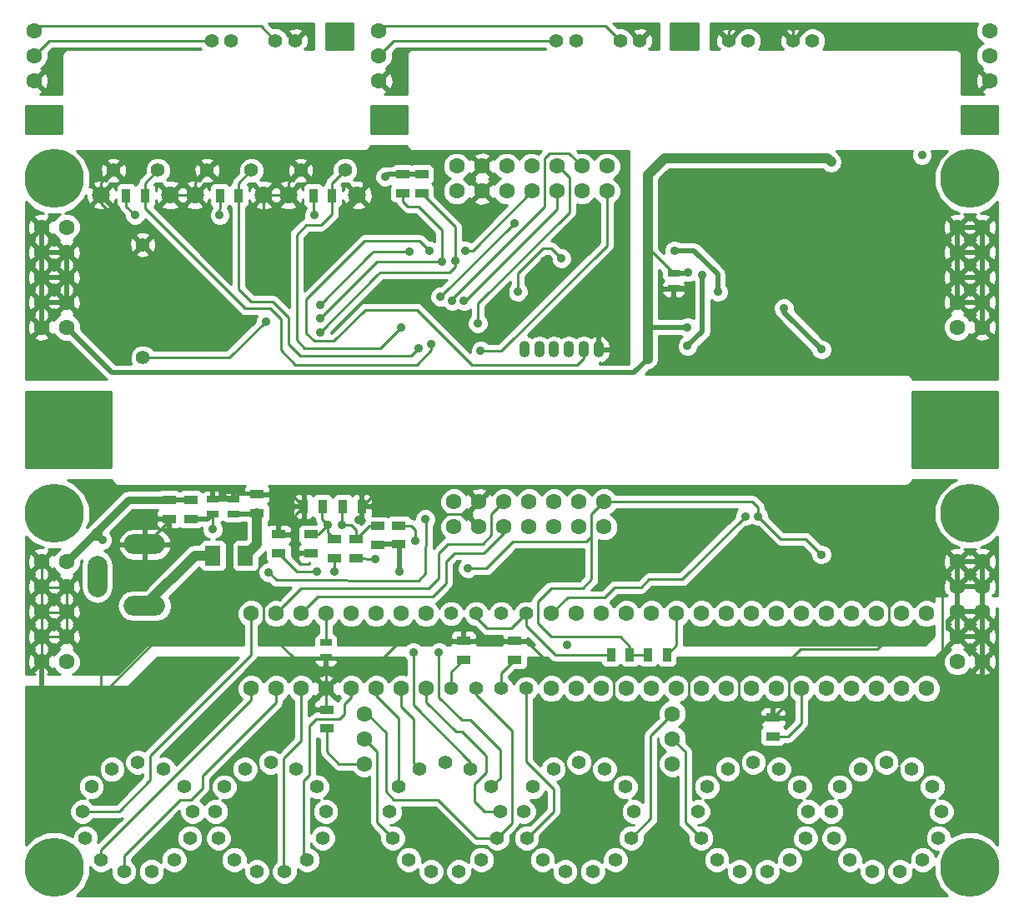
<source format=gbl>
G04 (created by PCBNEW (2013-07-07 BZR 4022)-stable) date 2014/09/23 1:58:18*
%MOIN*%
G04 Gerber Fmt 3.4, Leading zero omitted, Abs format*
%FSLAX34Y34*%
G01*
G70*
G90*
G04 APERTURE LIST*
%ADD10C,0.00590551*%
%ADD11C,0.0629921*%
%ADD12O,0.0787402X0.165354*%
%ADD13O,0.165354X0.0787402*%
%ADD14R,0.06X0.08*%
%ADD15R,0.055X0.035*%
%ADD16R,0.035X0.055*%
%ADD17R,0.045X0.025*%
%ADD18C,0.0551181*%
%ADD19O,0.0433071X0.0669291*%
%ADD20C,0.055*%
%ADD21C,0.23622*%
%ADD22C,0.0708661*%
%ADD23C,0.035*%
%ADD24C,0.02*%
%ADD25C,0.03*%
%ADD26C,0.01*%
%ADD27C,0.04*%
G04 APERTURE END LIST*
G54D10*
G54D11*
X590Y32858D03*
X590Y33858D03*
X590Y34858D03*
X28258Y11541D03*
X27258Y11541D03*
X26258Y11541D03*
X25258Y11541D03*
X24258Y11541D03*
X23258Y11541D03*
X22258Y11541D03*
X21258Y11541D03*
X21258Y8541D03*
X22258Y8541D03*
X23258Y8541D03*
X24258Y8541D03*
X25258Y8541D03*
X26258Y8541D03*
X27258Y8541D03*
X28258Y8541D03*
G54D12*
X3110Y13031D03*
G54D13*
X5000Y14311D03*
X5000Y11850D03*
G54D14*
X7735Y13858D03*
X9035Y13858D03*
G54D15*
X30118Y6632D03*
X30118Y7382D03*
X14311Y14290D03*
X14311Y15040D03*
X9488Y15569D03*
X9488Y16319D03*
X5984Y16083D03*
X5984Y15333D03*
X13464Y13758D03*
X13464Y14508D03*
X12598Y13758D03*
X12598Y14508D03*
X10354Y14705D03*
X10354Y13955D03*
G54D16*
X13682Y15826D03*
X12932Y15826D03*
G54D15*
X12283Y6947D03*
X12283Y7697D03*
X15324Y29115D03*
X15324Y28365D03*
X16072Y29115D03*
X16072Y28365D03*
G54D16*
X25126Y9901D03*
X25876Y9901D03*
X4270Y28267D03*
X5020Y28267D03*
G54D15*
X17754Y9702D03*
X17754Y10452D03*
X19801Y9702D03*
X19801Y10452D03*
G54D16*
X8010Y28267D03*
X8760Y28267D03*
X11750Y28267D03*
X12500Y28267D03*
X24400Y9901D03*
X23650Y9901D03*
X11357Y15826D03*
X12107Y15826D03*
G54D17*
X8543Y15526D03*
X8543Y16126D03*
X7716Y15526D03*
X7716Y16126D03*
X12242Y10377D03*
X12242Y9777D03*
X26144Y24545D03*
X26144Y25145D03*
G54D18*
X7677Y34448D03*
X8464Y34448D03*
X10236Y34448D03*
X11023Y34448D03*
X31692Y34448D03*
X30905Y34448D03*
X29133Y34448D03*
X28346Y34448D03*
X4931Y21771D03*
X4931Y26299D03*
G54D19*
X23139Y22106D03*
X22549Y22106D03*
X21958Y22106D03*
X21368Y22106D03*
X20777Y22106D03*
X20187Y22106D03*
G54D11*
X38779Y32858D03*
X38779Y33858D03*
X38779Y34858D03*
X13779Y5535D03*
X13779Y6535D03*
X13779Y7535D03*
X26102Y5535D03*
X26102Y6535D03*
X26102Y7535D03*
G54D20*
X18258Y11541D03*
X17258Y11541D03*
X17258Y8541D03*
X18258Y8541D03*
X20258Y11541D03*
X19258Y11541D03*
X19258Y8541D03*
X20258Y8541D03*
G54D11*
X37492Y27000D03*
X37492Y26000D03*
X37492Y25000D03*
X37492Y24000D03*
X37492Y23000D03*
X38492Y23000D03*
X38492Y24000D03*
X38492Y25000D03*
X38492Y26000D03*
X38492Y27000D03*
X877Y27000D03*
X877Y26000D03*
X877Y25000D03*
X877Y24000D03*
X877Y23000D03*
X1877Y23000D03*
X1877Y24000D03*
X1877Y25000D03*
X1877Y26000D03*
X1877Y27000D03*
X37492Y13614D03*
X37492Y12614D03*
X37492Y11614D03*
X37492Y10614D03*
X37492Y9614D03*
X38492Y9614D03*
X38492Y10614D03*
X38492Y11614D03*
X38492Y12614D03*
X38492Y13614D03*
X877Y13614D03*
X877Y12614D03*
X877Y11614D03*
X877Y10614D03*
X877Y9614D03*
X1877Y9614D03*
X1877Y10614D03*
X1877Y11614D03*
X1877Y12614D03*
X1877Y13614D03*
X16258Y11541D03*
X15258Y11541D03*
X14258Y11541D03*
X13258Y11541D03*
X12258Y11541D03*
X11258Y11541D03*
X10258Y11541D03*
X9258Y11541D03*
X9258Y8541D03*
X10258Y8541D03*
X11258Y8541D03*
X12258Y8541D03*
X13258Y8541D03*
X14258Y8541D03*
X15258Y8541D03*
X16258Y8541D03*
X36258Y11541D03*
X35258Y11541D03*
X34258Y11541D03*
X33258Y11541D03*
X32258Y11541D03*
X31258Y11541D03*
X30258Y11541D03*
X29258Y11541D03*
X29258Y8541D03*
X30258Y8541D03*
X31258Y8541D03*
X32258Y8541D03*
X33258Y8541D03*
X34258Y8541D03*
X35258Y8541D03*
X36258Y8541D03*
G54D21*
X37992Y1377D03*
X37992Y28937D03*
X1377Y28937D03*
X1377Y1377D03*
X1377Y15551D03*
X37992Y15551D03*
G54D18*
X5531Y29271D03*
X3759Y29271D03*
G54D22*
X3267Y28287D03*
X6023Y28287D03*
G54D18*
X9271Y29271D03*
X7500Y29271D03*
G54D22*
X7007Y28287D03*
X9763Y28287D03*
G54D18*
X13011Y29271D03*
X11240Y29271D03*
G54D22*
X10748Y28287D03*
X13503Y28287D03*
G54D15*
X15157Y15060D03*
X15157Y14310D03*
X6850Y15333D03*
X6850Y16083D03*
X11653Y14705D03*
X11653Y13955D03*
G54D11*
X17482Y28437D03*
X18482Y28437D03*
X19482Y28437D03*
X20482Y28437D03*
X21482Y28437D03*
X22482Y28437D03*
X23482Y28437D03*
X23482Y29437D03*
X22482Y29437D03*
X21482Y29437D03*
X20482Y29437D03*
X19482Y29437D03*
X18482Y29437D03*
X17482Y29437D03*
X17364Y15011D03*
X18364Y15011D03*
X19364Y15011D03*
X20364Y15011D03*
X21364Y15011D03*
X22364Y15011D03*
X23364Y15011D03*
X23364Y16011D03*
X22364Y16011D03*
X21364Y16011D03*
X20364Y16011D03*
X19364Y16011D03*
X18364Y16011D03*
X17364Y16011D03*
G54D18*
X21456Y34448D03*
X22244Y34448D03*
X24015Y34448D03*
X24803Y34448D03*
G54D11*
X14370Y32858D03*
X14370Y33858D03*
X14370Y34858D03*
G54D18*
X4724Y5590D03*
X5275Y1220D03*
X6181Y1692D03*
X6811Y2559D03*
X6929Y3622D03*
X6574Y4606D03*
X5748Y5314D03*
X3700Y5314D03*
X2874Y4606D03*
X2519Y3622D03*
X2637Y2559D03*
X3267Y1692D03*
X4173Y1220D03*
X10039Y5590D03*
X10590Y1220D03*
X11496Y1692D03*
X12125Y2559D03*
X12244Y3622D03*
X11889Y4606D03*
X11062Y5314D03*
X9015Y5314D03*
X8188Y4606D03*
X7834Y3622D03*
X7952Y2559D03*
X8582Y1692D03*
X9488Y1220D03*
X17007Y5590D03*
X17559Y1220D03*
X18464Y1692D03*
X19094Y2559D03*
X19212Y3622D03*
X18858Y4606D03*
X18031Y5314D03*
X15984Y5314D03*
X15157Y4606D03*
X14803Y3622D03*
X14921Y2559D03*
X15551Y1692D03*
X16456Y1220D03*
X22362Y5590D03*
X22913Y1220D03*
X23818Y1692D03*
X24448Y2559D03*
X24566Y3622D03*
X24212Y4606D03*
X23385Y5314D03*
X21338Y5314D03*
X20511Y4606D03*
X20157Y3622D03*
X20275Y2559D03*
X20905Y1692D03*
X21811Y1220D03*
X29330Y5590D03*
X29881Y1220D03*
X30787Y1692D03*
X31417Y2559D03*
X31535Y3622D03*
X31181Y4606D03*
X30354Y5314D03*
X28307Y5314D03*
X27480Y4606D03*
X27125Y3622D03*
X27244Y2559D03*
X27874Y1692D03*
X28779Y1220D03*
X34645Y5590D03*
X35196Y1220D03*
X36102Y1692D03*
X36732Y2559D03*
X36850Y3622D03*
X36496Y4606D03*
X35669Y5314D03*
X33622Y5314D03*
X32795Y4606D03*
X32440Y3622D03*
X32559Y2559D03*
X33188Y1692D03*
X34094Y1220D03*
G54D23*
X36072Y29881D03*
X3307Y14488D03*
X32047Y13897D03*
X29527Y15433D03*
X17923Y13346D03*
X15177Y13208D03*
X18316Y23149D03*
X17765Y24055D03*
X19773Y27165D03*
X16820Y24212D03*
X18435Y22047D03*
X17293Y24055D03*
X17805Y26062D03*
X16387Y26062D03*
X21663Y25748D03*
X19931Y24409D03*
X16466Y22322D03*
X15954Y22165D03*
X15246Y22992D03*
X15600Y26023D03*
X12017Y23897D03*
X12017Y23346D03*
X16899Y25629D03*
X12017Y22795D03*
X17411Y25669D03*
X29015Y15433D03*
X16771Y10000D03*
X15748Y10000D03*
X27874Y7401D03*
X21929Y7519D03*
X24055Y7519D03*
X21889Y10275D03*
X32204Y7204D03*
X34370Y7204D03*
X29488Y7007D03*
X25905Y15590D03*
X25157Y13425D03*
X21614Y13346D03*
X14842Y10472D03*
X13582Y10866D03*
X30393Y15393D03*
X33188Y13897D03*
X13543Y15275D03*
X8110Y16377D03*
X11023Y13937D03*
X9488Y14960D03*
X30561Y23759D03*
X32057Y22106D03*
X15826Y14448D03*
X9960Y13188D03*
X16220Y15314D03*
X7716Y14911D03*
X27293Y25078D03*
X26702Y22244D03*
X27913Y24409D03*
X26181Y26062D03*
X11889Y13228D03*
X12322Y15078D03*
X12874Y15078D03*
X9852Y23228D03*
X11781Y27480D03*
X8001Y27480D03*
X4616Y27480D03*
X14616Y29015D03*
X32440Y29606D03*
X26702Y22992D03*
X26732Y25196D03*
X25551Y29527D03*
X12598Y13228D03*
X14222Y13720D03*
X11820Y26377D03*
X9734Y27007D03*
X20994Y25669D03*
X16151Y24724D03*
X26732Y24488D03*
X31929Y26850D03*
X35314Y22834D03*
X32086Y22913D03*
G54D24*
X3307Y14488D02*
X3228Y14566D01*
X3228Y14566D02*
X2830Y14566D01*
X3226Y14568D02*
X3226Y14962D01*
X3307Y14488D02*
X3226Y14568D01*
G54D25*
X5984Y16083D02*
X4347Y16083D01*
X4347Y16083D02*
X3226Y14962D01*
X3226Y14962D02*
X3068Y14805D01*
X3068Y14805D02*
X2830Y14566D01*
X2830Y14566D02*
X1877Y13614D01*
G54D24*
X15157Y14310D02*
X14330Y14310D01*
X14330Y14310D02*
X14311Y14290D01*
X15177Y13208D02*
X15177Y14290D01*
X15177Y14290D02*
X15157Y14310D01*
X6850Y16083D02*
X5984Y16083D01*
G54D26*
X30433Y14527D02*
X29527Y15433D01*
X31417Y14527D02*
X30433Y14527D01*
X32047Y13897D02*
X31417Y14527D01*
X29303Y16011D02*
X23364Y16011D01*
X29527Y15433D02*
X29527Y15787D01*
X29527Y15787D02*
X29303Y16011D01*
X17923Y13346D02*
X18671Y13346D01*
X22647Y14409D02*
X22864Y14625D01*
X19734Y14409D02*
X22647Y14409D01*
X18671Y13346D02*
X19734Y14409D01*
X14311Y14290D02*
X14330Y14310D01*
X24400Y9901D02*
X24400Y10235D01*
X24400Y10235D02*
X24005Y10629D01*
X21250Y12559D02*
X22509Y12559D01*
X20718Y12027D02*
X21250Y12559D01*
X20718Y11161D02*
X20718Y12027D01*
X21250Y10629D02*
X20718Y11161D01*
X24005Y10629D02*
X21250Y10629D01*
X22864Y12913D02*
X22864Y14625D01*
X22509Y12559D02*
X22864Y12913D01*
X24400Y9901D02*
X25126Y9901D01*
X12242Y10377D02*
X12242Y11525D01*
X12242Y11525D02*
X12258Y11541D01*
X22864Y15507D02*
X23368Y16011D01*
X22864Y14625D02*
X22864Y15507D01*
G54D27*
X5000Y11850D02*
X7007Y13858D01*
X7007Y13858D02*
X7735Y13858D01*
G54D26*
X5039Y11850D02*
X7047Y13858D01*
X7047Y13858D02*
X7735Y13858D01*
X18316Y23503D02*
X18316Y23149D01*
X21517Y29437D02*
X21978Y28976D01*
X21978Y28976D02*
X21978Y27598D01*
X21978Y27598D02*
X18316Y23937D01*
X18316Y23937D02*
X18316Y23503D01*
X21482Y29437D02*
X21517Y29437D01*
X21482Y28437D02*
X21482Y27732D01*
X17805Y24055D02*
X17765Y24055D01*
X21482Y27732D02*
X17805Y24055D01*
X19773Y27165D02*
X16820Y24212D01*
X23482Y26267D02*
X23482Y28437D01*
X19261Y22047D02*
X23482Y26267D01*
X18435Y22047D02*
X19261Y22047D01*
X17293Y24055D02*
X17293Y24133D01*
X17293Y24133D02*
X20994Y27834D01*
X22482Y29437D02*
X21958Y29960D01*
X20994Y29763D02*
X20994Y27834D01*
X21190Y29960D02*
X20994Y29763D01*
X21958Y29960D02*
X21190Y29960D01*
X20482Y28437D02*
X18108Y26062D01*
X18108Y26062D02*
X17805Y26062D01*
X16348Y12539D02*
X16348Y12559D01*
X16348Y12539D02*
X11255Y12539D01*
X11255Y12539D02*
X10258Y11541D01*
X18868Y15511D02*
X18868Y14685D01*
X19368Y16011D02*
X18868Y15511D01*
X16348Y12559D02*
X16742Y12952D01*
X16742Y12952D02*
X16742Y13937D01*
X16742Y13937D02*
X17135Y14330D01*
X17135Y14330D02*
X18513Y14330D01*
X18513Y14330D02*
X18868Y14685D01*
X19364Y15011D02*
X19364Y14748D01*
X16505Y12204D02*
X16112Y12204D01*
X17057Y12755D02*
X16505Y12204D01*
X17057Y13622D02*
X17057Y12755D01*
X17372Y13937D02*
X17057Y13622D01*
X18553Y13937D02*
X17372Y13937D01*
X19364Y14748D02*
X18553Y13937D01*
X11258Y11541D02*
X11921Y12204D01*
X11921Y12204D02*
X16112Y12204D01*
X19143Y21496D02*
X18080Y21496D01*
X18080Y21496D02*
X15875Y23700D01*
X15875Y23700D02*
X13828Y23700D01*
X13828Y23700D02*
X12568Y22440D01*
X12568Y22440D02*
X11781Y22440D01*
X11781Y22440D02*
X11466Y22755D01*
X11466Y22755D02*
X11466Y24133D01*
X11466Y24133D02*
X13789Y26456D01*
X13789Y26456D02*
X15994Y26456D01*
X15994Y26456D02*
X16387Y26062D01*
X22549Y22106D02*
X22549Y21751D01*
X22293Y21496D02*
X19143Y21496D01*
X19143Y21496D02*
X19104Y21496D01*
X22549Y21751D02*
X22293Y21496D01*
X21269Y26141D02*
X21151Y26141D01*
X21663Y25748D02*
X21269Y26141D01*
X19931Y24409D02*
X19931Y25157D01*
X19931Y25157D02*
X20915Y26141D01*
X20915Y26141D02*
X21151Y26141D01*
X5531Y29271D02*
X5020Y28760D01*
X5020Y28267D02*
X5020Y27745D01*
X16466Y22086D02*
X16466Y22322D01*
X15875Y21496D02*
X16466Y22086D01*
X11033Y21496D02*
X15875Y21496D01*
X10442Y22086D02*
X11033Y21496D01*
X10442Y23307D02*
X10442Y22086D01*
X10009Y23740D02*
X10442Y23307D01*
X9025Y23740D02*
X10009Y23740D01*
X5020Y27745D02*
X9025Y23740D01*
X5020Y28760D02*
X5020Y28267D01*
X8760Y24516D02*
X8760Y28267D01*
X9261Y24015D02*
X8760Y24516D01*
X10127Y24015D02*
X9261Y24015D01*
X10757Y23385D02*
X10127Y24015D01*
X10757Y22322D02*
X10757Y23385D01*
X11230Y21850D02*
X10757Y22322D01*
X15639Y21850D02*
X11230Y21850D01*
X15954Y22165D02*
X15639Y21850D01*
X9271Y29271D02*
X8760Y28760D01*
X8760Y28760D02*
X8760Y28267D01*
X12500Y28267D02*
X12500Y27530D01*
X14419Y22165D02*
X15246Y22992D01*
X11387Y22165D02*
X14419Y22165D01*
X11072Y22480D02*
X11387Y22165D01*
X11072Y26692D02*
X11072Y22480D01*
X11466Y27086D02*
X11072Y26692D01*
X12057Y27086D02*
X11466Y27086D01*
X12500Y27530D02*
X12057Y27086D01*
X13011Y29271D02*
X12500Y28760D01*
X12500Y28760D02*
X12500Y28267D01*
X14537Y26023D02*
X14143Y26023D01*
X14537Y26023D02*
X15600Y26023D01*
X14143Y26023D02*
X14025Y25905D01*
X12017Y23897D02*
X14025Y25905D01*
X14694Y25629D02*
X14301Y25629D01*
X16899Y25629D02*
X14694Y25629D01*
X14301Y25629D02*
X14104Y25433D01*
X12017Y23346D02*
X14104Y25433D01*
X15324Y28031D02*
X15324Y28365D01*
X15521Y27834D02*
X15324Y28031D01*
X15954Y27834D02*
X15521Y27834D01*
X16899Y26889D02*
X15954Y27834D01*
X16899Y25629D02*
X16899Y26889D01*
X14812Y25196D02*
X14419Y25196D01*
X14812Y25196D02*
X17175Y25196D01*
X17175Y25196D02*
X17411Y25433D01*
X17411Y25669D02*
X17411Y25433D01*
X14419Y25196D02*
X14301Y25078D01*
X12017Y22795D02*
X14301Y25078D01*
X16072Y28365D02*
X16072Y28346D01*
X17411Y27007D02*
X17411Y25669D01*
X16072Y28346D02*
X17411Y27007D01*
X23795Y12598D02*
X23385Y12188D01*
X24842Y12598D02*
X23795Y12598D01*
X25157Y12913D02*
X24842Y12598D01*
X26496Y12913D02*
X25157Y12913D01*
X29015Y15433D02*
X26496Y12913D01*
X21905Y12188D02*
X21258Y11541D01*
X23397Y12188D02*
X23385Y12188D01*
X23385Y12188D02*
X21905Y12188D01*
X15258Y8541D02*
X15258Y7812D01*
X15748Y5551D02*
X15984Y5314D01*
X15748Y7322D02*
X15748Y5551D01*
X15258Y7812D02*
X15748Y7322D01*
X14258Y8541D02*
X14258Y8261D01*
X15157Y7362D02*
X15157Y4606D01*
X14258Y8261D02*
X15157Y7362D01*
X9258Y11541D02*
X9258Y9888D01*
X3976Y3622D02*
X2519Y3622D01*
X5236Y4881D02*
X3976Y3622D01*
X5236Y5866D02*
X5236Y4881D01*
X9258Y9888D02*
X5236Y5866D01*
X9258Y8541D02*
X9258Y8077D01*
X3267Y2086D02*
X3267Y1692D01*
X9258Y8077D02*
X3267Y2086D01*
X10258Y8541D02*
X10258Y7974D01*
X4173Y1850D02*
X4173Y1220D01*
X6417Y4094D02*
X4173Y1850D01*
X6850Y4094D02*
X6417Y4094D01*
X7322Y4566D02*
X6850Y4094D01*
X7322Y5039D02*
X7322Y4566D01*
X10258Y7974D02*
X7322Y5039D01*
X11258Y8541D02*
X11258Y6455D01*
X10551Y1259D02*
X10590Y1220D01*
X10551Y5748D02*
X10551Y1259D01*
X11258Y6455D02*
X10551Y5748D01*
X11574Y6574D02*
X11574Y5078D01*
X13258Y8179D02*
X12992Y7913D01*
X12992Y7913D02*
X12992Y7519D01*
X12992Y7519D02*
X12795Y7322D01*
X12795Y7322D02*
X11850Y7322D01*
X11850Y7322D02*
X11574Y7047D01*
X11574Y7047D02*
X11574Y6574D01*
X13258Y8541D02*
X13258Y8179D01*
X11338Y1850D02*
X11496Y1692D01*
X11338Y4842D02*
X11338Y1850D01*
X11574Y5078D02*
X11338Y4842D01*
X18582Y5905D02*
X18661Y5826D01*
X18661Y5196D02*
X18582Y5118D01*
X18661Y5826D02*
X18661Y5196D01*
X16258Y8541D02*
X16258Y7993D01*
X16258Y7993D02*
X17440Y6811D01*
X18582Y3622D02*
X19212Y3622D01*
X18582Y5118D02*
X18188Y4724D01*
X18188Y4724D02*
X18188Y4015D01*
X18188Y4015D02*
X18582Y3622D01*
X17677Y6811D02*
X18582Y5905D01*
X17440Y6811D02*
X17677Y6811D01*
X19212Y4960D02*
X18858Y4606D01*
X19212Y6102D02*
X19212Y4960D01*
X18031Y7283D02*
X19212Y6102D01*
X17677Y7283D02*
X18031Y7283D01*
X16771Y8188D02*
X17677Y7283D01*
X16771Y10000D02*
X16771Y8188D01*
X18031Y5590D02*
X18031Y5314D01*
X15748Y7874D02*
X18031Y5590D01*
X15748Y10000D02*
X15748Y7874D01*
X30905Y34448D02*
X30905Y34842D01*
X30905Y34842D02*
X31102Y35039D01*
X38188Y33448D02*
X38779Y32858D01*
X38188Y34448D02*
X38188Y33448D01*
X37598Y35039D02*
X38188Y34448D01*
X31102Y35039D02*
X37598Y35039D01*
X30905Y34842D02*
X30708Y35039D01*
X28346Y34842D02*
X28346Y34448D01*
X28543Y35039D02*
X28346Y34842D01*
X30708Y35039D02*
X28543Y35039D01*
X590Y33858D02*
X1181Y34448D01*
X1181Y34448D02*
X7677Y34448D01*
X21456Y34448D02*
X14960Y34448D01*
X14960Y34448D02*
X14370Y33858D01*
X9645Y35039D02*
X10236Y34448D01*
X771Y35039D02*
X9645Y35039D01*
X590Y34858D02*
X771Y35039D01*
X590Y34858D02*
X771Y35039D01*
X14370Y34858D02*
X14551Y35039D01*
X23425Y35039D02*
X24015Y34448D01*
X14551Y35039D02*
X23425Y35039D01*
X31258Y8541D02*
X31258Y7163D01*
X30727Y6632D02*
X30118Y6632D01*
X31258Y7163D02*
X30727Y6632D01*
X13779Y5535D02*
X12771Y5535D01*
X12283Y6023D02*
X12283Y6947D01*
X12771Y5535D02*
X12283Y6023D01*
X13779Y6535D02*
X14291Y6023D01*
X14291Y3188D02*
X14921Y2559D01*
X14291Y6023D02*
X14291Y3188D01*
X20258Y8541D02*
X20258Y5607D01*
X20258Y5607D02*
X21338Y4527D01*
X21338Y4527D02*
X21338Y3622D01*
X21338Y3622D02*
X20275Y2559D01*
X26102Y6535D02*
X26614Y6023D01*
X26614Y3188D02*
X27244Y2559D01*
X26614Y6023D02*
X26614Y3188D01*
X13779Y7535D02*
X13881Y7535D01*
X18267Y2559D02*
X19094Y2559D01*
X16732Y4094D02*
X18267Y2559D01*
X14960Y4094D02*
X16732Y4094D01*
X14645Y4409D02*
X14960Y4094D01*
X14645Y6771D02*
X14645Y4409D01*
X13881Y7535D02*
X14645Y6771D01*
X18258Y8541D02*
X18258Y8277D01*
X19685Y3149D02*
X19094Y2559D01*
X19685Y6850D02*
X19685Y3149D01*
X18258Y8277D02*
X19685Y6850D01*
X26102Y7535D02*
X25236Y6669D01*
X25236Y6669D02*
X25236Y3346D01*
X25236Y3346D02*
X24448Y2559D01*
X30118Y7382D02*
X29300Y7382D01*
X29300Y7382D02*
X28750Y7933D01*
X28750Y7933D02*
X28750Y8996D01*
X28750Y8996D02*
X28533Y9212D01*
X28533Y9212D02*
X21486Y9212D01*
X21486Y9212D02*
X20246Y10452D01*
X20246Y10452D02*
X19801Y10452D01*
X27874Y7401D02*
X28385Y7401D01*
X28385Y7401D02*
X29763Y6023D01*
X21929Y7519D02*
X24055Y7519D01*
X27874Y7401D02*
X27362Y7401D01*
X23740Y7834D02*
X24055Y7519D01*
X23740Y8897D02*
X23740Y7834D01*
X24055Y9212D02*
X23740Y8897D01*
X26574Y9212D02*
X24055Y9212D01*
X26771Y9015D02*
X26574Y9212D01*
X26771Y7992D02*
X26771Y9015D01*
X27362Y7401D02*
X26771Y7992D01*
G54D24*
X877Y9614D02*
X877Y8108D01*
X877Y8108D02*
X1564Y7421D01*
X38492Y9614D02*
X38492Y7744D01*
X38492Y7744D02*
X38490Y7742D01*
X38492Y11614D02*
X37492Y11614D01*
X37492Y12614D02*
X38492Y12614D01*
X38492Y10614D02*
X38492Y13614D01*
X38492Y13614D02*
X37492Y13614D01*
X37492Y13614D02*
X37492Y10614D01*
X37492Y10614D02*
X38492Y10614D01*
X38492Y10614D02*
X38492Y9614D01*
G54D26*
X1876Y11573D02*
X1876Y10573D01*
X1876Y12573D02*
X876Y12573D01*
X1876Y12573D02*
X1876Y11573D01*
X876Y11573D02*
X1876Y11573D01*
X876Y12573D02*
X876Y11573D01*
X877Y13614D02*
X877Y12614D01*
X877Y10614D02*
X1877Y10614D01*
X877Y9614D02*
X877Y11614D01*
X2391Y7421D02*
X1564Y7421D01*
X2391Y7421D02*
X3238Y8267D01*
X1564Y7421D02*
X876Y8109D01*
X877Y8108D02*
X876Y8109D01*
G54D24*
X38492Y10614D02*
X38492Y9614D01*
X38492Y13614D02*
X37492Y13614D01*
X37492Y10614D02*
X38492Y10614D01*
G54D26*
X38490Y10573D02*
X38490Y9573D01*
X38490Y11573D02*
X38490Y10573D01*
X38490Y10573D02*
X37490Y10573D01*
X37490Y10573D02*
X37490Y11573D01*
X37490Y12573D02*
X37490Y11573D01*
X37490Y11573D02*
X38490Y11573D01*
X38490Y11573D02*
X38490Y12573D01*
X38490Y12573D02*
X37490Y12573D01*
X37490Y13573D02*
X37490Y12573D01*
X37490Y13573D02*
X38490Y13573D01*
X38490Y13573D02*
X38490Y12573D01*
X32165Y7204D02*
X30984Y6023D01*
X38490Y7742D02*
X37952Y7204D01*
X34370Y7204D02*
X32204Y7204D01*
X37952Y7204D02*
X34370Y7204D01*
X29763Y6023D02*
X28385Y7401D01*
X30984Y6023D02*
X29763Y6023D01*
X38490Y7742D02*
X38490Y9573D01*
X30118Y7382D02*
X29863Y7382D01*
X29863Y7382D02*
X29488Y7007D01*
X25905Y15590D02*
X25157Y14842D01*
X25157Y14842D02*
X25157Y13425D01*
X14842Y10472D02*
X13976Y10472D01*
X14862Y10452D02*
X14842Y10472D01*
X15215Y10452D02*
X14862Y10452D01*
X13976Y10472D02*
X13582Y10866D01*
X18364Y16011D02*
X17864Y15511D01*
X14075Y16220D02*
X13682Y15826D01*
X16535Y16220D02*
X14075Y16220D01*
X16653Y16102D02*
X16535Y16220D01*
X16653Y15708D02*
X16653Y16102D01*
X16850Y15511D02*
X16653Y15708D01*
X17864Y15511D02*
X16850Y15511D01*
X31692Y15393D02*
X30393Y15393D01*
X33188Y13897D02*
X31692Y15393D01*
X34755Y12133D02*
X35417Y12795D01*
X30748Y8012D02*
X30748Y9645D01*
X30748Y9645D02*
X31220Y10118D01*
X31220Y10118D02*
X34291Y10118D01*
X34291Y10118D02*
X34755Y10582D01*
X34755Y10582D02*
X34755Y12133D01*
X30118Y7382D02*
X30748Y8012D01*
X35417Y12795D02*
X36879Y12795D01*
X12242Y9777D02*
X10941Y9777D01*
X7135Y12165D02*
X3238Y8267D01*
X8001Y12165D02*
X7135Y12165D01*
X9753Y12165D02*
X8001Y12165D01*
X9753Y10964D02*
X9753Y12165D01*
X10941Y9777D02*
X9753Y10964D01*
X38490Y9573D02*
X38490Y9189D01*
X38490Y9189D02*
X38041Y8740D01*
X36879Y9094D02*
X36879Y12795D01*
X38041Y8740D02*
X37234Y8740D01*
X37234Y8740D02*
X36879Y9094D01*
X36879Y12795D02*
X36879Y12812D01*
X5039Y14311D02*
X5039Y13415D01*
X3238Y11614D02*
X3238Y8267D01*
X5039Y13415D02*
X3238Y11614D01*
X11357Y15826D02*
X10864Y16319D01*
X10864Y16319D02*
X9488Y16319D01*
X17754Y10452D02*
X19801Y10452D01*
X5984Y15333D02*
X5984Y15255D01*
X5984Y15255D02*
X5039Y14311D01*
X10354Y14705D02*
X10965Y14705D01*
X10965Y14705D02*
X11023Y14763D01*
X13682Y15826D02*
X13682Y15414D01*
X13682Y15414D02*
X13543Y15275D01*
X11023Y13937D02*
X11634Y13937D01*
X11634Y13937D02*
X11653Y13955D01*
X11357Y15826D02*
X11023Y15493D01*
X11023Y15493D02*
X11023Y14763D01*
X11023Y14763D02*
X11023Y13937D01*
X8110Y16377D02*
X9430Y16377D01*
X9430Y16377D02*
X9488Y16319D01*
X8110Y16377D02*
X8361Y16126D01*
X8361Y16126D02*
X8543Y16126D01*
X7859Y16126D02*
X7716Y16126D01*
X8110Y16377D02*
X7859Y16126D01*
X8543Y16126D02*
X7716Y16126D01*
X9488Y16319D02*
X8736Y16319D01*
X8736Y16319D02*
X8543Y16126D01*
X12258Y8541D02*
X12258Y7723D01*
X12258Y7723D02*
X12283Y7697D01*
X12242Y9777D02*
X12242Y8557D01*
X12242Y8557D02*
X12258Y8541D01*
X17754Y10452D02*
X15215Y10452D01*
X14540Y9777D02*
X12242Y9777D01*
X15215Y10452D02*
X14540Y9777D01*
X23650Y9901D02*
X21407Y9901D01*
X20258Y11050D02*
X20258Y11541D01*
X21407Y9901D02*
X20258Y11050D01*
X18258Y11541D02*
X18258Y11387D01*
X19661Y10944D02*
X20258Y11541D01*
X18700Y10944D02*
X19661Y10944D01*
X18258Y11387D02*
X18700Y10944D01*
X17754Y9702D02*
X17258Y9206D01*
X17258Y9206D02*
X17258Y8541D01*
X26258Y11541D02*
X26258Y10282D01*
X26258Y10282D02*
X25876Y9901D01*
X19801Y9702D02*
X19258Y9158D01*
X19258Y9158D02*
X19258Y8541D01*
G54D24*
X8543Y15526D02*
X9445Y15526D01*
X9445Y15526D02*
X9488Y15569D01*
G54D27*
X9488Y15569D02*
X9488Y14310D01*
X9488Y14310D02*
X9035Y13858D01*
G54D26*
X9035Y13858D02*
X9488Y14310D01*
X9488Y14310D02*
X9488Y14960D01*
X9445Y15526D02*
X9488Y15569D01*
X9488Y14960D02*
X9488Y15569D01*
G54D24*
X30561Y23759D02*
X30561Y23602D01*
X30561Y23602D02*
X32057Y22106D01*
G54D26*
X32057Y22106D02*
X30561Y23602D01*
X15648Y15060D02*
X15157Y15060D01*
X15826Y14881D02*
X15648Y15060D01*
X15826Y14448D02*
X15826Y14881D01*
G54D24*
X6850Y15333D02*
X7523Y15333D01*
X7523Y15333D02*
X7716Y15526D01*
X7523Y15333D02*
X7716Y15526D01*
G54D26*
X10275Y12874D02*
X9960Y13188D01*
X15964Y12864D02*
X10275Y12874D01*
X16232Y13139D02*
X15964Y12864D01*
X16259Y15275D02*
X16232Y13139D01*
X16220Y15314D02*
X16259Y15275D01*
X7716Y15526D02*
X7523Y15333D01*
X7716Y15526D02*
X7716Y14911D01*
G54D24*
X26702Y22244D02*
X27293Y22834D01*
X27293Y22834D02*
X27293Y25078D01*
G54D26*
X27293Y22834D02*
X27293Y25078D01*
G54D24*
X27913Y24409D02*
X27913Y25118D01*
X27913Y25118D02*
X26968Y26062D01*
X26968Y26062D02*
X26181Y26062D01*
G54D26*
X11081Y13228D02*
X10354Y13955D01*
X11889Y13228D02*
X11081Y13228D01*
X12598Y14508D02*
X12322Y14784D01*
X12322Y14784D02*
X12322Y15078D01*
X11653Y14705D02*
X11949Y14705D01*
X11949Y14705D02*
X12322Y15078D01*
X12086Y15314D02*
X12086Y15648D01*
X12322Y15078D02*
X12086Y15314D01*
X13464Y14508D02*
X13996Y15040D01*
X13996Y15040D02*
X14311Y15040D01*
X13464Y14508D02*
X13464Y14881D01*
X13267Y15078D02*
X12874Y15078D01*
X13464Y14881D02*
X13267Y15078D01*
X12874Y15078D02*
X12874Y15648D01*
X4931Y21771D02*
X8395Y21771D01*
X8395Y21771D02*
X9852Y23228D01*
G54D24*
X15324Y29115D02*
X16072Y29115D01*
X14616Y29015D02*
X14715Y29115D01*
X14715Y29115D02*
X15324Y29115D01*
G54D26*
X11750Y27510D02*
X11750Y28267D01*
X11781Y27480D02*
X11750Y27510D01*
X4270Y28267D02*
X4270Y27825D01*
X8010Y27983D02*
X8010Y28267D01*
X8001Y27480D02*
X8010Y27983D01*
X4270Y27825D02*
X4616Y27480D01*
X15324Y29115D02*
X14715Y29115D01*
G54D24*
X24566Y21181D02*
X25118Y21732D01*
X3696Y21181D02*
X24566Y21181D01*
X1877Y23000D02*
X3696Y21181D01*
G54D27*
X31811Y29763D02*
X25787Y29763D01*
X32283Y29763D02*
X31811Y29763D01*
X32440Y29606D02*
X32283Y29763D01*
X25118Y29094D02*
X25118Y21732D01*
G54D26*
X25118Y22952D02*
X25118Y21732D01*
X25118Y26496D02*
X25118Y22952D01*
G54D24*
X26702Y22992D02*
X25118Y22992D01*
G54D26*
X25118Y22992D02*
X25118Y22952D01*
G54D24*
X26144Y25145D02*
X26681Y25145D01*
X26681Y25145D02*
X26732Y25196D01*
G54D26*
X26144Y25145D02*
X25118Y26172D01*
X25118Y26172D02*
X25118Y26496D01*
X26732Y25196D02*
X26681Y25145D01*
G54D27*
X25551Y29527D02*
X25118Y29094D01*
X25787Y29763D02*
X25551Y29527D01*
G54D26*
X25118Y29094D02*
X25118Y26496D01*
X25787Y29763D02*
X25551Y29527D01*
X12598Y13228D02*
X12598Y13758D01*
X13464Y13758D02*
X14222Y13720D01*
G54D25*
X35314Y22834D02*
X35236Y22913D01*
X35236Y22913D02*
X32086Y22913D01*
G54D24*
X877Y26000D02*
X1877Y26000D01*
X1877Y26000D02*
X1877Y25000D01*
X877Y24000D02*
X1877Y24000D01*
X1877Y24000D02*
X1877Y25000D01*
X1877Y25000D02*
X877Y25000D01*
X877Y27000D02*
X877Y23000D01*
X37492Y26000D02*
X38492Y26000D01*
X38492Y25000D02*
X37492Y25000D01*
X38492Y23000D02*
X38492Y27000D01*
X38492Y27000D02*
X37492Y27000D01*
X37492Y27000D02*
X37492Y24000D01*
X37492Y24000D02*
X38492Y24000D01*
X26144Y24545D02*
X26674Y24545D01*
X26674Y24545D02*
X26732Y24488D01*
X32086Y22913D02*
X32086Y26692D01*
X32086Y26692D02*
X31929Y26850D01*
X32086Y22913D02*
X35236Y22913D01*
G54D26*
X37490Y25998D02*
X37490Y26998D01*
X37490Y26998D02*
X38490Y26998D01*
X38490Y26998D02*
X38490Y25998D01*
X38490Y24998D02*
X38490Y25998D01*
X38490Y25998D02*
X37490Y25998D01*
X37490Y25998D02*
X37490Y24998D01*
X38490Y22998D02*
X38490Y23998D01*
X38490Y23998D02*
X37490Y23998D01*
X37490Y23998D02*
X37490Y24998D01*
X37490Y24998D02*
X38490Y24998D01*
X38490Y24998D02*
X38490Y23998D01*
X13503Y28287D02*
X13503Y28061D01*
X13503Y28061D02*
X11820Y26377D01*
X9763Y27037D02*
X9763Y28287D01*
X9763Y27037D02*
X9734Y27007D01*
X3267Y28287D02*
X3267Y27962D01*
X3267Y27962D02*
X4931Y26299D01*
X20994Y25236D02*
X20994Y25669D01*
X19206Y22716D02*
X20994Y25236D01*
X18041Y22716D02*
X19206Y22716D01*
X16151Y23976D02*
X18041Y22716D01*
X16151Y24724D02*
X16151Y23976D01*
X26732Y24488D02*
X26674Y24545D01*
X32086Y26692D02*
X31929Y26850D01*
X35314Y22834D02*
X35236Y22913D01*
X13503Y28287D02*
X13503Y28149D01*
X11240Y29271D02*
X11850Y29881D01*
X11850Y29881D02*
X13110Y29881D01*
X13110Y29881D02*
X13267Y29881D01*
X13267Y29881D02*
X13740Y29409D01*
X13740Y29409D02*
X13740Y28523D01*
X13740Y28523D02*
X13503Y28287D01*
X7500Y29271D02*
X8110Y29881D01*
X10629Y29881D02*
X11240Y29271D01*
X8110Y29881D02*
X10629Y29881D01*
X3759Y29271D02*
X3759Y29350D01*
X6889Y29881D02*
X7500Y29271D01*
X4291Y29881D02*
X6889Y29881D01*
X3759Y29350D02*
X4291Y29881D01*
X10748Y28287D02*
X9763Y28287D01*
X11240Y29271D02*
X10748Y28779D01*
X10748Y28779D02*
X10748Y28287D01*
X7007Y28287D02*
X6023Y28287D01*
X7500Y29271D02*
X7007Y28779D01*
X7007Y28779D02*
X7007Y28287D01*
X3759Y29271D02*
X3267Y28779D01*
X3267Y28779D02*
X3267Y28287D01*
G54D10*
G36*
X8738Y9792D02*
X5024Y6078D01*
X5001Y6044D01*
X4829Y6116D01*
X4620Y6116D01*
X4427Y6036D01*
X4279Y5888D01*
X4198Y5695D01*
X4198Y5486D01*
X4278Y5293D01*
X4426Y5145D01*
X4619Y5065D01*
X4828Y5064D01*
X4936Y5109D01*
X4936Y5006D01*
X4226Y4296D01*
X4226Y5419D01*
X4146Y5612D01*
X3998Y5760D01*
X3805Y5840D01*
X3596Y5840D01*
X3403Y5760D01*
X3255Y5613D01*
X3175Y5419D01*
X3175Y5210D01*
X3254Y5017D01*
X3402Y4869D01*
X3595Y4789D01*
X3804Y4789D01*
X3998Y4869D01*
X4146Y5016D01*
X4226Y5209D01*
X4226Y5419D01*
X4226Y4296D01*
X3852Y3922D01*
X2962Y3922D01*
X2817Y4067D01*
X2785Y4080D01*
X2978Y4080D01*
X3171Y4160D01*
X3319Y4308D01*
X3399Y4501D01*
X3399Y4710D01*
X3319Y4903D01*
X3172Y5051D01*
X2979Y5131D01*
X2769Y5131D01*
X2576Y5052D01*
X2428Y4904D01*
X2348Y4711D01*
X2348Y4502D01*
X2428Y4308D01*
X2575Y4160D01*
X2608Y4147D01*
X2415Y4147D01*
X2222Y4067D01*
X2074Y3920D01*
X1994Y3727D01*
X1994Y3517D01*
X2073Y3324D01*
X2221Y3176D01*
X2414Y3096D01*
X2623Y3096D01*
X2817Y3176D01*
X2963Y3322D01*
X3976Y3322D01*
X3976Y3322D01*
X4091Y3344D01*
X4091Y3344D01*
X4122Y3366D01*
X3129Y2372D01*
X3163Y2454D01*
X3163Y2663D01*
X3083Y2856D01*
X2935Y3004D01*
X2742Y3084D01*
X2533Y3084D01*
X2340Y3004D01*
X2192Y2857D01*
X2112Y2664D01*
X2112Y2622D01*
X1663Y2808D01*
X1094Y2809D01*
X568Y2591D01*
X269Y2293D01*
X269Y8611D01*
X4351Y8611D01*
X5532Y9792D01*
X8738Y9792D01*
X8738Y9792D01*
G37*
G54D26*
X8738Y9792D02*
X5024Y6078D01*
X5001Y6044D01*
X4829Y6116D01*
X4620Y6116D01*
X4427Y6036D01*
X4279Y5888D01*
X4198Y5695D01*
X4198Y5486D01*
X4278Y5293D01*
X4426Y5145D01*
X4619Y5065D01*
X4828Y5064D01*
X4936Y5109D01*
X4936Y5006D01*
X4226Y4296D01*
X4226Y5419D01*
X4146Y5612D01*
X3998Y5760D01*
X3805Y5840D01*
X3596Y5840D01*
X3403Y5760D01*
X3255Y5613D01*
X3175Y5419D01*
X3175Y5210D01*
X3254Y5017D01*
X3402Y4869D01*
X3595Y4789D01*
X3804Y4789D01*
X3998Y4869D01*
X4146Y5016D01*
X4226Y5209D01*
X4226Y5419D01*
X4226Y4296D01*
X3852Y3922D01*
X2962Y3922D01*
X2817Y4067D01*
X2785Y4080D01*
X2978Y4080D01*
X3171Y4160D01*
X3319Y4308D01*
X3399Y4501D01*
X3399Y4710D01*
X3319Y4903D01*
X3172Y5051D01*
X2979Y5131D01*
X2769Y5131D01*
X2576Y5052D01*
X2428Y4904D01*
X2348Y4711D01*
X2348Y4502D01*
X2428Y4308D01*
X2575Y4160D01*
X2608Y4147D01*
X2415Y4147D01*
X2222Y4067D01*
X2074Y3920D01*
X1994Y3727D01*
X1994Y3517D01*
X2073Y3324D01*
X2221Y3176D01*
X2414Y3096D01*
X2623Y3096D01*
X2817Y3176D01*
X2963Y3322D01*
X3976Y3322D01*
X3976Y3322D01*
X4091Y3344D01*
X4091Y3344D01*
X4122Y3366D01*
X3129Y2372D01*
X3163Y2454D01*
X3163Y2663D01*
X3083Y2856D01*
X2935Y3004D01*
X2742Y3084D01*
X2533Y3084D01*
X2340Y3004D01*
X2192Y2857D01*
X2112Y2664D01*
X2112Y2622D01*
X1663Y2808D01*
X1094Y2809D01*
X568Y2591D01*
X269Y2293D01*
X269Y8611D01*
X4351Y8611D01*
X5532Y9792D01*
X8738Y9792D01*
G54D10*
G36*
X15448Y9074D02*
X15371Y9106D01*
X15146Y9106D01*
X14938Y9020D01*
X14779Y8862D01*
X14758Y8810D01*
X14737Y8861D01*
X14578Y9020D01*
X14371Y9106D01*
X14146Y9106D01*
X13938Y9020D01*
X13779Y8862D01*
X13758Y8810D01*
X13737Y8861D01*
X13578Y9020D01*
X13371Y9106D01*
X13146Y9106D01*
X12938Y9020D01*
X12779Y8862D01*
X12760Y8817D01*
X12751Y8838D01*
X12717Y8848D01*
X12717Y9602D01*
X12717Y9664D01*
X12655Y9727D01*
X12292Y9727D01*
X12292Y9464D01*
X12355Y9402D01*
X12418Y9402D01*
X12517Y9402D01*
X12609Y9440D01*
X12679Y9510D01*
X12717Y9602D01*
X12717Y8848D01*
X12655Y8867D01*
X12584Y8797D01*
X12584Y8938D01*
X12555Y9035D01*
X12343Y9111D01*
X12192Y9104D01*
X12192Y9464D01*
X12192Y9727D01*
X11830Y9727D01*
X11767Y9664D01*
X11767Y9602D01*
X11805Y9510D01*
X11875Y9440D01*
X11967Y9402D01*
X12067Y9402D01*
X12130Y9402D01*
X12192Y9464D01*
X12192Y9104D01*
X12119Y9100D01*
X11961Y9035D01*
X11932Y8938D01*
X12258Y8612D01*
X12584Y8938D01*
X12584Y8797D01*
X12328Y8541D01*
X12655Y8215D01*
X12751Y8244D01*
X12760Y8267D01*
X12779Y8222D01*
X12827Y8173D01*
X12779Y8125D01*
X12731Y8053D01*
X12700Y8084D01*
X12608Y8122D01*
X12577Y8122D01*
X12584Y8144D01*
X12258Y8471D01*
X11932Y8144D01*
X11941Y8115D01*
X11866Y8084D01*
X11796Y8014D01*
X11758Y7922D01*
X11758Y7810D01*
X11820Y7747D01*
X12233Y7747D01*
X12233Y7755D01*
X12333Y7755D01*
X12333Y7747D01*
X12341Y7747D01*
X12341Y7647D01*
X12333Y7647D01*
X12333Y7639D01*
X12233Y7639D01*
X12233Y7647D01*
X11820Y7647D01*
X11782Y7609D01*
X11782Y7609D01*
X11735Y7599D01*
X11638Y7534D01*
X11558Y7454D01*
X11558Y8054D01*
X11577Y8062D01*
X11736Y8221D01*
X11755Y8266D01*
X11764Y8244D01*
X11861Y8215D01*
X12187Y8541D01*
X11861Y8867D01*
X11764Y8838D01*
X11756Y8815D01*
X11737Y8861D01*
X11578Y9020D01*
X11371Y9106D01*
X11146Y9106D01*
X10938Y9020D01*
X10779Y8862D01*
X10758Y8810D01*
X10737Y8861D01*
X10578Y9020D01*
X10371Y9106D01*
X10146Y9106D01*
X9938Y9020D01*
X9779Y8862D01*
X9758Y8810D01*
X9737Y8861D01*
X9578Y9020D01*
X9371Y9106D01*
X9146Y9106D01*
X8938Y9020D01*
X8779Y8862D01*
X8693Y8654D01*
X8693Y8429D01*
X8779Y8222D01*
X8878Y8122D01*
X6245Y5488D01*
X6193Y5612D01*
X6046Y5760D01*
X5853Y5840D01*
X5643Y5840D01*
X5628Y5834D01*
X9470Y9676D01*
X9470Y9676D01*
X9535Y9773D01*
X9539Y9792D01*
X15373Y9792D01*
X15387Y9759D01*
X15448Y9698D01*
X15448Y9074D01*
X15448Y9074D01*
G37*
G54D26*
X15448Y9074D02*
X15371Y9106D01*
X15146Y9106D01*
X14938Y9020D01*
X14779Y8862D01*
X14758Y8810D01*
X14737Y8861D01*
X14578Y9020D01*
X14371Y9106D01*
X14146Y9106D01*
X13938Y9020D01*
X13779Y8862D01*
X13758Y8810D01*
X13737Y8861D01*
X13578Y9020D01*
X13371Y9106D01*
X13146Y9106D01*
X12938Y9020D01*
X12779Y8862D01*
X12760Y8817D01*
X12751Y8838D01*
X12717Y8848D01*
X12717Y9602D01*
X12717Y9664D01*
X12655Y9727D01*
X12292Y9727D01*
X12292Y9464D01*
X12355Y9402D01*
X12418Y9402D01*
X12517Y9402D01*
X12609Y9440D01*
X12679Y9510D01*
X12717Y9602D01*
X12717Y8848D01*
X12655Y8867D01*
X12584Y8797D01*
X12584Y8938D01*
X12555Y9035D01*
X12343Y9111D01*
X12192Y9104D01*
X12192Y9464D01*
X12192Y9727D01*
X11830Y9727D01*
X11767Y9664D01*
X11767Y9602D01*
X11805Y9510D01*
X11875Y9440D01*
X11967Y9402D01*
X12067Y9402D01*
X12130Y9402D01*
X12192Y9464D01*
X12192Y9104D01*
X12119Y9100D01*
X11961Y9035D01*
X11932Y8938D01*
X12258Y8612D01*
X12584Y8938D01*
X12584Y8797D01*
X12328Y8541D01*
X12655Y8215D01*
X12751Y8244D01*
X12760Y8267D01*
X12779Y8222D01*
X12827Y8173D01*
X12779Y8125D01*
X12731Y8053D01*
X12700Y8084D01*
X12608Y8122D01*
X12577Y8122D01*
X12584Y8144D01*
X12258Y8471D01*
X11932Y8144D01*
X11941Y8115D01*
X11866Y8084D01*
X11796Y8014D01*
X11758Y7922D01*
X11758Y7810D01*
X11820Y7747D01*
X12233Y7747D01*
X12233Y7755D01*
X12333Y7755D01*
X12333Y7747D01*
X12341Y7747D01*
X12341Y7647D01*
X12333Y7647D01*
X12333Y7639D01*
X12233Y7639D01*
X12233Y7647D01*
X11820Y7647D01*
X11782Y7609D01*
X11782Y7609D01*
X11735Y7599D01*
X11638Y7534D01*
X11558Y7454D01*
X11558Y8054D01*
X11577Y8062D01*
X11736Y8221D01*
X11755Y8266D01*
X11764Y8244D01*
X11861Y8215D01*
X12187Y8541D01*
X11861Y8867D01*
X11764Y8838D01*
X11756Y8815D01*
X11737Y8861D01*
X11578Y9020D01*
X11371Y9106D01*
X11146Y9106D01*
X10938Y9020D01*
X10779Y8862D01*
X10758Y8810D01*
X10737Y8861D01*
X10578Y9020D01*
X10371Y9106D01*
X10146Y9106D01*
X9938Y9020D01*
X9779Y8862D01*
X9758Y8810D01*
X9737Y8861D01*
X9578Y9020D01*
X9371Y9106D01*
X9146Y9106D01*
X8938Y9020D01*
X8779Y8862D01*
X8693Y8654D01*
X8693Y8429D01*
X8779Y8222D01*
X8878Y8122D01*
X6245Y5488D01*
X6193Y5612D01*
X6046Y5760D01*
X5853Y5840D01*
X5643Y5840D01*
X5628Y5834D01*
X9470Y9676D01*
X9470Y9676D01*
X9535Y9773D01*
X9539Y9792D01*
X15373Y9792D01*
X15387Y9759D01*
X15448Y9698D01*
X15448Y9074D01*
G54D10*
G36*
X39100Y2293D02*
X39061Y2332D01*
X39061Y9528D01*
X39061Y10528D01*
X39051Y10753D01*
X38985Y10911D01*
X38888Y10940D01*
X38818Y10869D01*
X38818Y11010D01*
X38788Y11107D01*
X38772Y11113D01*
X38788Y11120D01*
X38818Y11217D01*
X38492Y11543D01*
X38166Y11217D01*
X38195Y11120D01*
X38211Y11114D01*
X38195Y11107D01*
X38166Y11010D01*
X38492Y10684D01*
X38818Y11010D01*
X38818Y10869D01*
X38562Y10614D01*
X38888Y10288D01*
X38985Y10317D01*
X39061Y10528D01*
X39061Y9528D01*
X39051Y9753D01*
X38985Y9911D01*
X38888Y9940D01*
X38818Y9869D01*
X38818Y10010D01*
X38788Y10107D01*
X38772Y10113D01*
X38788Y10120D01*
X38818Y10217D01*
X38492Y10543D01*
X38421Y10472D01*
X38421Y10614D01*
X38095Y10940D01*
X37998Y10911D01*
X37992Y10894D01*
X37985Y10911D01*
X37888Y10940D01*
X37818Y10869D01*
X37818Y11010D01*
X37788Y11107D01*
X37772Y11113D01*
X37788Y11120D01*
X37818Y11217D01*
X37492Y11543D01*
X37166Y11217D01*
X37195Y11120D01*
X37211Y11114D01*
X37195Y11107D01*
X37166Y11010D01*
X37492Y10684D01*
X37818Y11010D01*
X37818Y10869D01*
X37562Y10614D01*
X37888Y10288D01*
X37985Y10317D01*
X37991Y10333D01*
X37998Y10317D01*
X38095Y10288D01*
X38421Y10614D01*
X38421Y10472D01*
X38166Y10217D01*
X38195Y10120D01*
X38211Y10114D01*
X38195Y10107D01*
X38166Y10010D01*
X38492Y9684D01*
X38818Y10010D01*
X38818Y9869D01*
X38562Y9614D01*
X38888Y9288D01*
X38985Y9317D01*
X39061Y9528D01*
X39061Y2332D01*
X38818Y2576D01*
X38818Y9217D01*
X38492Y9543D01*
X38421Y9472D01*
X38421Y9614D01*
X38095Y9940D01*
X37998Y9911D01*
X37990Y9888D01*
X37971Y9933D01*
X37812Y10092D01*
X37767Y10111D01*
X37788Y10120D01*
X37818Y10217D01*
X37492Y10543D01*
X37166Y10217D01*
X37195Y10120D01*
X37218Y10112D01*
X37172Y10093D01*
X37013Y9934D01*
X36927Y9727D01*
X36927Y9502D01*
X37012Y9294D01*
X37171Y9135D01*
X37379Y9049D01*
X37604Y9049D01*
X37811Y9134D01*
X37970Y9293D01*
X37989Y9338D01*
X37998Y9317D01*
X38095Y9288D01*
X38421Y9614D01*
X38421Y9472D01*
X38166Y9217D01*
X38195Y9120D01*
X38406Y9044D01*
X38631Y9055D01*
X38788Y9120D01*
X38818Y9217D01*
X38818Y2576D01*
X38803Y2590D01*
X38278Y2808D01*
X37708Y2809D01*
X37376Y2671D01*
X37376Y3726D01*
X37296Y3919D01*
X37148Y4067D01*
X36955Y4147D01*
X36762Y4147D01*
X36793Y4160D01*
X36941Y4308D01*
X37021Y4501D01*
X37021Y4710D01*
X36941Y4903D01*
X36794Y5051D01*
X36601Y5131D01*
X36391Y5131D01*
X36198Y5052D01*
X36194Y5048D01*
X36194Y5419D01*
X36115Y5612D01*
X35967Y5760D01*
X35774Y5840D01*
X35565Y5840D01*
X35371Y5760D01*
X35223Y5613D01*
X35171Y5485D01*
X35171Y5694D01*
X35091Y5887D01*
X34943Y6035D01*
X34750Y6116D01*
X34541Y6116D01*
X34348Y6036D01*
X34200Y5888D01*
X34120Y5695D01*
X34119Y5486D01*
X34199Y5293D01*
X34347Y5145D01*
X34540Y5065D01*
X34749Y5064D01*
X34943Y5144D01*
X35090Y5292D01*
X35143Y5419D01*
X35143Y5210D01*
X35223Y5017D01*
X35371Y4869D01*
X35564Y4789D01*
X35773Y4789D01*
X35966Y4869D01*
X36114Y5016D01*
X36194Y5209D01*
X36194Y5419D01*
X36194Y5048D01*
X36050Y4904D01*
X35970Y4711D01*
X35970Y4502D01*
X36050Y4308D01*
X36197Y4160D01*
X36391Y4080D01*
X36583Y4080D01*
X36553Y4067D01*
X36405Y3920D01*
X36324Y3727D01*
X36324Y3517D01*
X36404Y3324D01*
X36552Y3176D01*
X36745Y3096D01*
X36954Y3096D01*
X37147Y3176D01*
X37295Y3323D01*
X37375Y3517D01*
X37376Y3726D01*
X37376Y2671D01*
X37257Y2623D01*
X37257Y2663D01*
X37178Y2856D01*
X37030Y3004D01*
X36837Y3084D01*
X36628Y3084D01*
X36434Y3004D01*
X36286Y2857D01*
X36206Y2664D01*
X36206Y2454D01*
X36286Y2261D01*
X36434Y2113D01*
X36627Y2033D01*
X36714Y2033D01*
X36622Y1810D01*
X36548Y1990D01*
X36400Y2138D01*
X36207Y2218D01*
X35998Y2218D01*
X35805Y2138D01*
X35657Y1991D01*
X35576Y1797D01*
X35576Y1588D01*
X35580Y1580D01*
X35494Y1665D01*
X35301Y1745D01*
X35092Y1746D01*
X34899Y1666D01*
X34751Y1518D01*
X34671Y1325D01*
X34671Y1116D01*
X34751Y923D01*
X34898Y775D01*
X35091Y694D01*
X35300Y694D01*
X35494Y774D01*
X35642Y922D01*
X35722Y1115D01*
X35722Y1324D01*
X35719Y1332D01*
X35804Y1247D01*
X35997Y1167D01*
X36206Y1167D01*
X36399Y1247D01*
X36547Y1394D01*
X36561Y1427D01*
X36560Y1094D01*
X36778Y568D01*
X37076Y269D01*
X34620Y269D01*
X34620Y1324D01*
X34540Y1517D01*
X34392Y1665D01*
X34199Y1745D01*
X34147Y1746D01*
X34147Y5419D01*
X34067Y5612D01*
X33920Y5760D01*
X33727Y5840D01*
X33517Y5840D01*
X33324Y5760D01*
X33176Y5613D01*
X33096Y5419D01*
X33096Y5210D01*
X33176Y5017D01*
X33323Y4869D01*
X33517Y4789D01*
X33726Y4789D01*
X33919Y4869D01*
X34067Y5016D01*
X34147Y5209D01*
X34147Y5419D01*
X34147Y1746D01*
X33990Y1746D01*
X33797Y1666D01*
X33711Y1580D01*
X33714Y1587D01*
X33714Y1797D01*
X33634Y1990D01*
X33487Y2138D01*
X33320Y2207D01*
X33320Y4710D01*
X33241Y4903D01*
X33093Y5051D01*
X32900Y5131D01*
X32691Y5131D01*
X32497Y5052D01*
X32349Y4904D01*
X32269Y4711D01*
X32269Y4502D01*
X32349Y4308D01*
X32497Y4160D01*
X32529Y4147D01*
X32336Y4147D01*
X32143Y4067D01*
X31995Y3920D01*
X31988Y3902D01*
X31981Y3919D01*
X31833Y4067D01*
X31640Y4147D01*
X31447Y4147D01*
X31478Y4160D01*
X31626Y4308D01*
X31706Y4501D01*
X31706Y4710D01*
X31626Y4903D01*
X31479Y5051D01*
X31286Y5131D01*
X31077Y5131D01*
X30883Y5052D01*
X30880Y5048D01*
X30880Y5419D01*
X30800Y5612D01*
X30652Y5760D01*
X30459Y5840D01*
X30250Y5840D01*
X30056Y5760D01*
X29909Y5613D01*
X29856Y5485D01*
X29856Y5694D01*
X29776Y5887D01*
X29628Y6035D01*
X29435Y6116D01*
X29226Y6116D01*
X29033Y6036D01*
X28885Y5888D01*
X28805Y5695D01*
X28805Y5486D01*
X28884Y5293D01*
X29032Y5145D01*
X29225Y5065D01*
X29434Y5064D01*
X29628Y5144D01*
X29776Y5292D01*
X29828Y5419D01*
X29828Y5210D01*
X29908Y5017D01*
X30056Y4869D01*
X30249Y4789D01*
X30458Y4789D01*
X30651Y4869D01*
X30799Y5016D01*
X30879Y5209D01*
X30880Y5419D01*
X30880Y5048D01*
X30735Y4904D01*
X30655Y4711D01*
X30655Y4502D01*
X30735Y4308D01*
X30882Y4160D01*
X31076Y4080D01*
X31268Y4080D01*
X31238Y4067D01*
X31090Y3920D01*
X31009Y3727D01*
X31009Y3517D01*
X31089Y3324D01*
X31237Y3176D01*
X31430Y3096D01*
X31639Y3096D01*
X31832Y3176D01*
X31980Y3323D01*
X31988Y3341D01*
X31995Y3324D01*
X32142Y3176D01*
X32335Y3096D01*
X32545Y3096D01*
X32738Y3176D01*
X32886Y3323D01*
X32966Y3517D01*
X32966Y3726D01*
X32886Y3919D01*
X32739Y4067D01*
X32706Y4080D01*
X32899Y4080D01*
X33092Y4160D01*
X33240Y4308D01*
X33320Y4501D01*
X33320Y4710D01*
X33320Y2207D01*
X33293Y2218D01*
X33084Y2218D01*
X33084Y2218D01*
X33084Y2663D01*
X33004Y2856D01*
X32857Y3004D01*
X32664Y3084D01*
X32454Y3084D01*
X32261Y3004D01*
X32113Y2857D01*
X32033Y2664D01*
X32033Y2454D01*
X32113Y2261D01*
X32260Y2113D01*
X32454Y2033D01*
X32663Y2033D01*
X32856Y2113D01*
X33004Y2260D01*
X33084Y2454D01*
X33084Y2663D01*
X33084Y2218D01*
X32891Y2138D01*
X32743Y1991D01*
X32663Y1797D01*
X32663Y1588D01*
X32743Y1395D01*
X32890Y1247D01*
X33083Y1167D01*
X33293Y1167D01*
X33486Y1247D01*
X33571Y1332D01*
X33568Y1325D01*
X33568Y1116D01*
X33648Y923D01*
X33796Y775D01*
X33989Y694D01*
X34198Y694D01*
X34391Y774D01*
X34539Y922D01*
X34619Y1115D01*
X34620Y1324D01*
X34620Y269D01*
X31943Y269D01*
X31943Y2663D01*
X31863Y2856D01*
X31715Y3004D01*
X31522Y3084D01*
X31313Y3084D01*
X31119Y3004D01*
X30972Y2857D01*
X30891Y2664D01*
X30891Y2454D01*
X30971Y2261D01*
X31119Y2113D01*
X31312Y2033D01*
X31521Y2033D01*
X31714Y2113D01*
X31862Y2260D01*
X31942Y2454D01*
X31943Y2663D01*
X31943Y269D01*
X31313Y269D01*
X31313Y1797D01*
X31233Y1990D01*
X31085Y2138D01*
X30892Y2218D01*
X30683Y2218D01*
X30490Y2138D01*
X30342Y1991D01*
X30261Y1797D01*
X30261Y1588D01*
X30265Y1580D01*
X30180Y1665D01*
X29986Y1745D01*
X29777Y1746D01*
X29584Y1666D01*
X29436Y1518D01*
X29356Y1325D01*
X29356Y1116D01*
X29436Y923D01*
X29583Y775D01*
X29776Y694D01*
X29985Y694D01*
X30179Y774D01*
X30327Y922D01*
X30407Y1115D01*
X30407Y1324D01*
X30404Y1332D01*
X30489Y1247D01*
X30682Y1167D01*
X30891Y1167D01*
X31084Y1247D01*
X31232Y1394D01*
X31312Y1587D01*
X31313Y1797D01*
X31313Y269D01*
X29305Y269D01*
X29305Y1324D01*
X29225Y1517D01*
X29077Y1665D01*
X28884Y1745D01*
X28832Y1746D01*
X28832Y5419D01*
X28752Y5612D01*
X28605Y5760D01*
X28412Y5840D01*
X28202Y5840D01*
X28009Y5760D01*
X27861Y5613D01*
X27781Y5419D01*
X27781Y5210D01*
X27861Y5017D01*
X28008Y4869D01*
X28202Y4789D01*
X28411Y4789D01*
X28604Y4869D01*
X28752Y5016D01*
X28832Y5209D01*
X28832Y5419D01*
X28832Y1746D01*
X28675Y1746D01*
X28482Y1666D01*
X28396Y1580D01*
X28399Y1587D01*
X28399Y1797D01*
X28319Y1990D01*
X28172Y2138D01*
X27979Y2218D01*
X27769Y2218D01*
X27576Y2138D01*
X27428Y1991D01*
X27348Y1797D01*
X27348Y1588D01*
X27428Y1395D01*
X27575Y1247D01*
X27769Y1167D01*
X27978Y1167D01*
X28171Y1247D01*
X28256Y1332D01*
X28254Y1325D01*
X28253Y1116D01*
X28333Y923D01*
X28481Y775D01*
X28674Y694D01*
X28883Y694D01*
X29076Y774D01*
X29224Y922D01*
X29305Y1115D01*
X29305Y1324D01*
X29305Y269D01*
X24344Y269D01*
X24344Y1797D01*
X24264Y1990D01*
X24117Y2138D01*
X23923Y2218D01*
X23714Y2218D01*
X23521Y2138D01*
X23373Y1991D01*
X23293Y1797D01*
X23293Y1588D01*
X23296Y1580D01*
X23211Y1665D01*
X23018Y1745D01*
X22809Y1746D01*
X22616Y1666D01*
X22468Y1518D01*
X22387Y1325D01*
X22387Y1116D01*
X22467Y923D01*
X22615Y775D01*
X22808Y694D01*
X23017Y694D01*
X23210Y774D01*
X23358Y922D01*
X23438Y1115D01*
X23439Y1324D01*
X23435Y1332D01*
X23520Y1247D01*
X23713Y1167D01*
X23922Y1167D01*
X24116Y1247D01*
X24264Y1394D01*
X24344Y1587D01*
X24344Y1797D01*
X24344Y269D01*
X22336Y269D01*
X22336Y1324D01*
X22256Y1517D01*
X22109Y1665D01*
X21916Y1745D01*
X21706Y1746D01*
X21513Y1666D01*
X21428Y1580D01*
X21431Y1587D01*
X21431Y1797D01*
X21351Y1990D01*
X21203Y2138D01*
X21010Y2218D01*
X20801Y2218D01*
X20608Y2138D01*
X20460Y1991D01*
X20380Y1797D01*
X20379Y1588D01*
X20459Y1395D01*
X20607Y1247D01*
X20800Y1167D01*
X21009Y1167D01*
X21202Y1247D01*
X21288Y1332D01*
X21285Y1325D01*
X21285Y1116D01*
X21365Y923D01*
X21512Y775D01*
X21706Y694D01*
X21915Y694D01*
X22108Y774D01*
X22256Y922D01*
X22336Y1115D01*
X22336Y1324D01*
X22336Y269D01*
X18990Y269D01*
X18990Y1797D01*
X18910Y1990D01*
X18762Y2138D01*
X18569Y2218D01*
X18360Y2218D01*
X18167Y2138D01*
X18019Y1991D01*
X17939Y1797D01*
X17938Y1588D01*
X17942Y1580D01*
X17857Y1665D01*
X17664Y1745D01*
X17454Y1746D01*
X17261Y1666D01*
X17113Y1518D01*
X17033Y1325D01*
X17033Y1116D01*
X17113Y923D01*
X17260Y775D01*
X17454Y694D01*
X17663Y694D01*
X17856Y774D01*
X18004Y922D01*
X18084Y1115D01*
X18084Y1324D01*
X18081Y1332D01*
X18166Y1247D01*
X18359Y1167D01*
X18568Y1167D01*
X18761Y1247D01*
X18909Y1394D01*
X18990Y1587D01*
X18990Y1797D01*
X18990Y269D01*
X16982Y269D01*
X16982Y1324D01*
X16902Y1517D01*
X16754Y1665D01*
X16561Y1745D01*
X16352Y1746D01*
X16159Y1666D01*
X16073Y1580D01*
X16076Y1587D01*
X16076Y1797D01*
X15997Y1990D01*
X15849Y2138D01*
X15656Y2218D01*
X15447Y2218D01*
X15253Y2138D01*
X15105Y1991D01*
X15025Y1797D01*
X15025Y1588D01*
X15105Y1395D01*
X15253Y1247D01*
X15446Y1167D01*
X15655Y1167D01*
X15848Y1247D01*
X15934Y1332D01*
X15931Y1325D01*
X15931Y1116D01*
X16010Y923D01*
X16158Y775D01*
X16351Y694D01*
X16560Y694D01*
X16754Y774D01*
X16902Y922D01*
X16982Y1115D01*
X16982Y1324D01*
X16982Y269D01*
X10013Y269D01*
X10013Y1324D01*
X9934Y1517D01*
X9786Y1665D01*
X9593Y1745D01*
X9541Y1746D01*
X9541Y5419D01*
X9461Y5612D01*
X9313Y5760D01*
X9120Y5840D01*
X8911Y5840D01*
X8718Y5760D01*
X8570Y5613D01*
X8490Y5419D01*
X8490Y5210D01*
X8569Y5017D01*
X8717Y4869D01*
X8910Y4789D01*
X9119Y4789D01*
X9313Y4869D01*
X9461Y5016D01*
X9541Y5209D01*
X9541Y5419D01*
X9541Y1746D01*
X9384Y1746D01*
X9190Y1666D01*
X9105Y1580D01*
X9108Y1587D01*
X9108Y1797D01*
X9028Y1990D01*
X8880Y2138D01*
X8687Y2218D01*
X8478Y2218D01*
X8478Y2218D01*
X8478Y2663D01*
X8398Y2856D01*
X8250Y3004D01*
X8057Y3084D01*
X7848Y3084D01*
X7655Y3004D01*
X7507Y2857D01*
X7427Y2664D01*
X7427Y2454D01*
X7506Y2261D01*
X7654Y2113D01*
X7847Y2033D01*
X8056Y2033D01*
X8250Y2113D01*
X8398Y2260D01*
X8478Y2454D01*
X8478Y2663D01*
X8478Y2218D01*
X8285Y2138D01*
X8137Y1991D01*
X8057Y1797D01*
X8056Y1588D01*
X8136Y1395D01*
X8284Y1247D01*
X8477Y1167D01*
X8686Y1167D01*
X8880Y1247D01*
X8965Y1332D01*
X8962Y1325D01*
X8962Y1116D01*
X9042Y923D01*
X9190Y775D01*
X9383Y694D01*
X9592Y694D01*
X9785Y774D01*
X9933Y922D01*
X10013Y1115D01*
X10013Y1324D01*
X10013Y269D01*
X7336Y269D01*
X7336Y2663D01*
X7256Y2856D01*
X7109Y3004D01*
X6916Y3084D01*
X6706Y3084D01*
X6513Y3004D01*
X6365Y2857D01*
X6285Y2664D01*
X6285Y2454D01*
X6365Y2261D01*
X6512Y2113D01*
X6706Y2033D01*
X6915Y2033D01*
X7108Y2113D01*
X7256Y2260D01*
X7336Y2454D01*
X7336Y2663D01*
X7336Y269D01*
X6706Y269D01*
X6706Y1797D01*
X6626Y1990D01*
X6479Y2138D01*
X6286Y2218D01*
X6077Y2218D01*
X5883Y2138D01*
X5735Y1991D01*
X5655Y1797D01*
X5655Y1588D01*
X5658Y1580D01*
X5573Y1665D01*
X5380Y1745D01*
X5171Y1746D01*
X4978Y1666D01*
X4830Y1518D01*
X4750Y1325D01*
X4749Y1116D01*
X4829Y923D01*
X4977Y775D01*
X5170Y694D01*
X5379Y694D01*
X5572Y774D01*
X5720Y922D01*
X5801Y1115D01*
X5801Y1324D01*
X5797Y1332D01*
X5882Y1247D01*
X6076Y1167D01*
X6285Y1167D01*
X6478Y1247D01*
X6626Y1394D01*
X6706Y1587D01*
X6706Y1797D01*
X6706Y269D01*
X2293Y269D01*
X2590Y566D01*
X2808Y1092D01*
X2809Y1426D01*
X2821Y1395D01*
X2969Y1247D01*
X3162Y1167D01*
X3371Y1167D01*
X3565Y1247D01*
X3650Y1332D01*
X3647Y1325D01*
X3647Y1116D01*
X3727Y923D01*
X3875Y775D01*
X4068Y694D01*
X4277Y694D01*
X4470Y774D01*
X4618Y922D01*
X4698Y1115D01*
X4698Y1324D01*
X4619Y1517D01*
X4473Y1663D01*
X4473Y1726D01*
X6403Y3656D01*
X6403Y3517D01*
X6483Y3324D01*
X6631Y3176D01*
X6824Y3096D01*
X7033Y3096D01*
X7226Y3176D01*
X7374Y3323D01*
X7381Y3341D01*
X7388Y3324D01*
X7536Y3176D01*
X7729Y3096D01*
X7938Y3096D01*
X8131Y3176D01*
X8279Y3323D01*
X8360Y3517D01*
X8360Y3726D01*
X8280Y3919D01*
X8132Y4067D01*
X8100Y4080D01*
X8293Y4080D01*
X8486Y4160D01*
X8634Y4308D01*
X8714Y4501D01*
X8714Y4710D01*
X8634Y4903D01*
X8487Y5051D01*
X8293Y5131D01*
X8084Y5131D01*
X7891Y5052D01*
X7743Y4904D01*
X7663Y4711D01*
X7663Y4502D01*
X7743Y4308D01*
X7890Y4160D01*
X7923Y4147D01*
X7730Y4147D01*
X7537Y4067D01*
X7389Y3920D01*
X7381Y3902D01*
X7374Y3919D01*
X7237Y4057D01*
X7534Y4354D01*
X7534Y4354D01*
X7599Y4452D01*
X7622Y4566D01*
X7622Y4566D01*
X7622Y4915D01*
X10470Y7762D01*
X10470Y7762D01*
X10535Y7859D01*
X10558Y7974D01*
X10558Y7974D01*
X10558Y8054D01*
X10577Y8062D01*
X10736Y8221D01*
X10758Y8272D01*
X10779Y8222D01*
X10937Y8063D01*
X10958Y8054D01*
X10958Y6579D01*
X10376Y5997D01*
X10337Y6035D01*
X10144Y6116D01*
X9935Y6116D01*
X9742Y6036D01*
X9594Y5888D01*
X9513Y5695D01*
X9513Y5486D01*
X9593Y5293D01*
X9741Y5145D01*
X9934Y5065D01*
X10143Y5064D01*
X10251Y5109D01*
X10251Y1624D01*
X10145Y1518D01*
X10065Y1325D01*
X10064Y1116D01*
X10144Y923D01*
X10292Y775D01*
X10485Y694D01*
X10694Y694D01*
X10887Y774D01*
X11035Y922D01*
X11116Y1115D01*
X11116Y1324D01*
X11112Y1332D01*
X11197Y1247D01*
X11391Y1167D01*
X11600Y1167D01*
X11793Y1247D01*
X11941Y1394D01*
X12021Y1587D01*
X12021Y1797D01*
X11941Y1990D01*
X11794Y2138D01*
X11638Y2202D01*
X11638Y2362D01*
X11680Y2261D01*
X11827Y2113D01*
X12020Y2033D01*
X12230Y2033D01*
X12423Y2113D01*
X12571Y2260D01*
X12651Y2454D01*
X12651Y2663D01*
X12571Y2856D01*
X12424Y3004D01*
X12230Y3084D01*
X12021Y3084D01*
X11828Y3004D01*
X11680Y2857D01*
X11638Y2755D01*
X11638Y4141D01*
X11784Y4080D01*
X11977Y4080D01*
X11946Y4067D01*
X11798Y3920D01*
X11718Y3727D01*
X11718Y3517D01*
X11798Y3324D01*
X11945Y3176D01*
X12139Y3096D01*
X12348Y3096D01*
X12541Y3176D01*
X12689Y3323D01*
X12769Y3517D01*
X12769Y3726D01*
X12689Y3919D01*
X12542Y4067D01*
X12349Y4147D01*
X12156Y4147D01*
X12187Y4160D01*
X12335Y4308D01*
X12415Y4501D01*
X12415Y4710D01*
X12335Y4903D01*
X12187Y5051D01*
X11994Y5131D01*
X11874Y5131D01*
X11874Y6557D01*
X11958Y6522D01*
X11983Y6522D01*
X11983Y6023D01*
X12006Y5908D01*
X12071Y5811D01*
X12559Y5323D01*
X12559Y5323D01*
X12656Y5258D01*
X12771Y5235D01*
X12771Y5235D01*
X13292Y5235D01*
X13300Y5215D01*
X13459Y5056D01*
X13666Y4970D01*
X13891Y4970D01*
X13991Y5011D01*
X13991Y3188D01*
X14014Y3074D01*
X14079Y2976D01*
X14395Y2660D01*
X14395Y2454D01*
X14475Y2261D01*
X14623Y2113D01*
X14816Y2033D01*
X15025Y2033D01*
X15218Y2113D01*
X15366Y2260D01*
X15446Y2454D01*
X15446Y2663D01*
X15367Y2856D01*
X15219Y3004D01*
X15026Y3084D01*
X14819Y3084D01*
X14808Y3096D01*
X14907Y3096D01*
X15100Y3176D01*
X15248Y3323D01*
X15328Y3517D01*
X15328Y3726D01*
X15300Y3794D01*
X16608Y3794D01*
X18055Y2346D01*
X18055Y2346D01*
X18152Y2281D01*
X18267Y2259D01*
X18267Y2259D01*
X18651Y2259D01*
X18796Y2113D01*
X18989Y2033D01*
X19198Y2033D01*
X19391Y2113D01*
X19539Y2260D01*
X19619Y2454D01*
X19620Y2660D01*
X19897Y2937D01*
X19897Y2937D01*
X19962Y3034D01*
X19980Y3126D01*
X20052Y3096D01*
X20261Y3096D01*
X20454Y3176D01*
X20602Y3323D01*
X20682Y3517D01*
X20683Y3726D01*
X20603Y3919D01*
X20455Y4067D01*
X20423Y4080D01*
X20615Y4080D01*
X20809Y4160D01*
X20957Y4308D01*
X21008Y4432D01*
X21038Y4403D01*
X21038Y3746D01*
X20376Y3084D01*
X20171Y3084D01*
X19978Y3004D01*
X19830Y2857D01*
X19750Y2664D01*
X19749Y2454D01*
X19829Y2261D01*
X19977Y2113D01*
X20170Y2033D01*
X20379Y2033D01*
X20572Y2113D01*
X20720Y2260D01*
X20801Y2454D01*
X20801Y2660D01*
X21550Y3409D01*
X21550Y3409D01*
X21615Y3507D01*
X21638Y3622D01*
X21638Y3622D01*
X21638Y4527D01*
X21615Y4642D01*
X21615Y4642D01*
X21550Y4739D01*
X21484Y4806D01*
X21635Y4869D01*
X21783Y5016D01*
X21864Y5209D01*
X21864Y5419D01*
X21784Y5612D01*
X21636Y5760D01*
X21443Y5840D01*
X21234Y5840D01*
X21041Y5760D01*
X20893Y5613D01*
X20829Y5460D01*
X20558Y5732D01*
X20558Y8099D01*
X20703Y8243D01*
X20736Y8324D01*
X20779Y8222D01*
X20937Y8063D01*
X21145Y7976D01*
X21370Y7976D01*
X21577Y8062D01*
X21736Y8221D01*
X21758Y8272D01*
X21779Y8222D01*
X21937Y8063D01*
X22145Y7976D01*
X22370Y7976D01*
X22577Y8062D01*
X22736Y8221D01*
X22758Y8272D01*
X22779Y8222D01*
X22937Y8063D01*
X23145Y7976D01*
X23370Y7976D01*
X23577Y8062D01*
X23736Y8221D01*
X23758Y8272D01*
X23779Y8222D01*
X23937Y8063D01*
X24145Y7976D01*
X24370Y7976D01*
X24577Y8062D01*
X24736Y8221D01*
X24758Y8272D01*
X24779Y8222D01*
X24937Y8063D01*
X25145Y7976D01*
X25370Y7976D01*
X25577Y8062D01*
X25736Y8221D01*
X25758Y8272D01*
X25779Y8222D01*
X25926Y8074D01*
X25782Y8014D01*
X25623Y7855D01*
X25537Y7648D01*
X25537Y7423D01*
X25545Y7403D01*
X25024Y6881D01*
X24959Y6784D01*
X24936Y6669D01*
X24936Y3996D01*
X24865Y4067D01*
X24671Y4147D01*
X24479Y4147D01*
X24509Y4160D01*
X24657Y4308D01*
X24738Y4501D01*
X24738Y4710D01*
X24658Y4903D01*
X24510Y5051D01*
X24317Y5131D01*
X24108Y5131D01*
X23915Y5052D01*
X23911Y5048D01*
X23911Y5419D01*
X23831Y5612D01*
X23683Y5760D01*
X23490Y5840D01*
X23281Y5840D01*
X23088Y5760D01*
X22940Y5613D01*
X22887Y5485D01*
X22887Y5694D01*
X22808Y5887D01*
X22660Y6035D01*
X22467Y6116D01*
X22258Y6116D01*
X22064Y6036D01*
X21916Y5888D01*
X21836Y5695D01*
X21836Y5486D01*
X21916Y5293D01*
X22064Y5145D01*
X22257Y5065D01*
X22466Y5064D01*
X22659Y5144D01*
X22807Y5292D01*
X22860Y5419D01*
X22860Y5210D01*
X22939Y5017D01*
X23087Y4869D01*
X23280Y4789D01*
X23489Y4789D01*
X23683Y4869D01*
X23831Y5016D01*
X23911Y5209D01*
X23911Y5419D01*
X23911Y5048D01*
X23767Y4904D01*
X23687Y4711D01*
X23686Y4502D01*
X23766Y4308D01*
X23914Y4160D01*
X24107Y4080D01*
X24300Y4080D01*
X24269Y4067D01*
X24121Y3920D01*
X24041Y3727D01*
X24041Y3517D01*
X24121Y3324D01*
X24268Y3176D01*
X24461Y3096D01*
X24561Y3096D01*
X24550Y3084D01*
X24344Y3084D01*
X24151Y3004D01*
X24003Y2857D01*
X23923Y2664D01*
X23923Y2454D01*
X24002Y2261D01*
X24150Y2113D01*
X24343Y2033D01*
X24552Y2033D01*
X24746Y2113D01*
X24894Y2260D01*
X24974Y2454D01*
X24974Y2660D01*
X25448Y3134D01*
X25513Y3231D01*
X25536Y3346D01*
X25536Y3346D01*
X25536Y6545D01*
X25537Y6546D01*
X25537Y6423D01*
X25623Y6215D01*
X25781Y6056D01*
X25833Y6035D01*
X25782Y6014D01*
X25623Y5855D01*
X25537Y5648D01*
X25537Y5423D01*
X25623Y5215D01*
X25781Y5056D01*
X25989Y4970D01*
X26214Y4970D01*
X26314Y5011D01*
X26314Y3188D01*
X26337Y3074D01*
X26402Y2976D01*
X26718Y2660D01*
X26718Y2454D01*
X26798Y2261D01*
X26945Y2113D01*
X27139Y2033D01*
X27348Y2033D01*
X27541Y2113D01*
X27689Y2260D01*
X27769Y2454D01*
X27769Y2663D01*
X27689Y2856D01*
X27542Y3004D01*
X27349Y3084D01*
X27142Y3084D01*
X27130Y3096D01*
X27230Y3096D01*
X27423Y3176D01*
X27571Y3323D01*
X27651Y3517D01*
X27651Y3726D01*
X27571Y3919D01*
X27424Y4067D01*
X27391Y4080D01*
X27584Y4080D01*
X27777Y4160D01*
X27925Y4308D01*
X28005Y4501D01*
X28005Y4710D01*
X27926Y4903D01*
X27778Y5051D01*
X27585Y5131D01*
X27376Y5131D01*
X27182Y5052D01*
X27035Y4904D01*
X26954Y4711D01*
X26954Y4502D01*
X27034Y4308D01*
X27182Y4160D01*
X27214Y4147D01*
X27021Y4147D01*
X26914Y4103D01*
X26914Y6023D01*
X26891Y6138D01*
X26826Y6235D01*
X26826Y6235D01*
X26659Y6402D01*
X26667Y6422D01*
X26667Y6647D01*
X26581Y6855D01*
X26422Y7014D01*
X26371Y7035D01*
X26421Y7056D01*
X26581Y7214D01*
X26667Y7422D01*
X26667Y7647D01*
X26581Y7855D01*
X26433Y8003D01*
X26577Y8062D01*
X26736Y8221D01*
X26758Y8272D01*
X26779Y8222D01*
X26937Y8063D01*
X27145Y7976D01*
X27370Y7976D01*
X27577Y8062D01*
X27736Y8221D01*
X27758Y8272D01*
X27779Y8222D01*
X27937Y8063D01*
X28145Y7976D01*
X28370Y7976D01*
X28577Y8062D01*
X28736Y8221D01*
X28758Y8272D01*
X28779Y8222D01*
X28937Y8063D01*
X29145Y7976D01*
X29370Y7976D01*
X29577Y8062D01*
X29736Y8221D01*
X29758Y8272D01*
X29779Y8222D01*
X29937Y8063D01*
X30145Y7976D01*
X30370Y7976D01*
X30577Y8062D01*
X30736Y8221D01*
X30758Y8272D01*
X30779Y8222D01*
X30937Y8063D01*
X30958Y8054D01*
X30958Y7288D01*
X30609Y6939D01*
X30605Y6949D01*
X30546Y7007D01*
X30605Y7066D01*
X30643Y7158D01*
X30643Y7607D01*
X30605Y7699D01*
X30534Y7769D01*
X30443Y7807D01*
X30343Y7807D01*
X30230Y7807D01*
X30168Y7745D01*
X30168Y7432D01*
X30580Y7432D01*
X30643Y7495D01*
X30643Y7607D01*
X30643Y7158D01*
X30643Y7270D01*
X30580Y7332D01*
X30168Y7332D01*
X30168Y7325D01*
X30068Y7325D01*
X30068Y7332D01*
X30068Y7432D01*
X30068Y7745D01*
X30005Y7807D01*
X29892Y7807D01*
X29793Y7807D01*
X29701Y7769D01*
X29631Y7699D01*
X29593Y7607D01*
X29593Y7495D01*
X29655Y7432D01*
X30068Y7432D01*
X30068Y7332D01*
X29655Y7332D01*
X29593Y7270D01*
X29593Y7158D01*
X29631Y7066D01*
X29689Y7007D01*
X29631Y6949D01*
X29593Y6857D01*
X29593Y6758D01*
X29593Y6408D01*
X29631Y6316D01*
X29701Y6246D01*
X29793Y6207D01*
X29892Y6207D01*
X30442Y6207D01*
X30534Y6245D01*
X30604Y6316D01*
X30611Y6332D01*
X30727Y6332D01*
X30727Y6332D01*
X30842Y6355D01*
X30842Y6355D01*
X30939Y6420D01*
X31470Y6951D01*
X31470Y6951D01*
X31535Y7048D01*
X31558Y7163D01*
X31558Y7163D01*
X31558Y8054D01*
X31577Y8062D01*
X31736Y8221D01*
X31758Y8272D01*
X31779Y8222D01*
X31937Y8063D01*
X32145Y7976D01*
X32370Y7976D01*
X32577Y8062D01*
X32736Y8221D01*
X32758Y8272D01*
X32779Y8222D01*
X32937Y8063D01*
X33145Y7976D01*
X33370Y7976D01*
X33577Y8062D01*
X33736Y8221D01*
X33758Y8272D01*
X33779Y8222D01*
X33937Y8063D01*
X34145Y7976D01*
X34370Y7976D01*
X34577Y8062D01*
X34736Y8221D01*
X34758Y8272D01*
X34779Y8222D01*
X34937Y8063D01*
X35145Y7976D01*
X35370Y7976D01*
X35577Y8062D01*
X35736Y8221D01*
X35758Y8272D01*
X35779Y8222D01*
X35937Y8063D01*
X36145Y7976D01*
X36370Y7976D01*
X36577Y8062D01*
X36736Y8221D01*
X36823Y8428D01*
X36823Y8653D01*
X36737Y8861D01*
X36578Y9020D01*
X36371Y9106D01*
X36146Y9106D01*
X35938Y9020D01*
X35779Y8862D01*
X35758Y8810D01*
X35737Y8861D01*
X35578Y9020D01*
X35371Y9106D01*
X35146Y9106D01*
X34938Y9020D01*
X34779Y8862D01*
X34758Y8810D01*
X34737Y8861D01*
X34578Y9020D01*
X34371Y9106D01*
X34146Y9106D01*
X33938Y9020D01*
X33779Y8862D01*
X33758Y8810D01*
X33737Y8861D01*
X33578Y9020D01*
X33371Y9106D01*
X33146Y9106D01*
X32938Y9020D01*
X32779Y8862D01*
X32758Y8810D01*
X32737Y8861D01*
X32578Y9020D01*
X32371Y9106D01*
X32146Y9106D01*
X31938Y9020D01*
X31779Y8862D01*
X31758Y8810D01*
X31737Y8861D01*
X31578Y9020D01*
X31371Y9106D01*
X31146Y9106D01*
X30938Y9020D01*
X30779Y8862D01*
X30758Y8810D01*
X30737Y8861D01*
X30578Y9020D01*
X30371Y9106D01*
X30146Y9106D01*
X29938Y9020D01*
X29779Y8862D01*
X29758Y8810D01*
X29737Y8861D01*
X29578Y9020D01*
X29371Y9106D01*
X29146Y9106D01*
X28938Y9020D01*
X28779Y8862D01*
X28758Y8810D01*
X28737Y8861D01*
X28578Y9020D01*
X28371Y9106D01*
X28146Y9106D01*
X27938Y9020D01*
X27779Y8862D01*
X27758Y8810D01*
X27737Y8861D01*
X27578Y9020D01*
X27371Y9106D01*
X27146Y9106D01*
X26938Y9020D01*
X26779Y8862D01*
X26758Y8810D01*
X26737Y8861D01*
X26578Y9020D01*
X26371Y9106D01*
X26146Y9106D01*
X25938Y9020D01*
X25779Y8862D01*
X25758Y8810D01*
X25737Y8861D01*
X25578Y9020D01*
X25371Y9106D01*
X25146Y9106D01*
X24938Y9020D01*
X24779Y8862D01*
X24758Y8810D01*
X24737Y8861D01*
X24578Y9020D01*
X24371Y9106D01*
X24146Y9106D01*
X23938Y9020D01*
X23779Y8862D01*
X23758Y8810D01*
X23737Y8861D01*
X23578Y9020D01*
X23371Y9106D01*
X23146Y9106D01*
X22938Y9020D01*
X22779Y8862D01*
X22758Y8810D01*
X22737Y8861D01*
X22578Y9020D01*
X22371Y9106D01*
X22146Y9106D01*
X21938Y9020D01*
X21779Y8862D01*
X21758Y8810D01*
X21737Y8861D01*
X21578Y9020D01*
X21371Y9106D01*
X21146Y9106D01*
X20938Y9020D01*
X20779Y8862D01*
X20736Y8758D01*
X20703Y8838D01*
X20556Y8986D01*
X20363Y9066D01*
X20154Y9066D01*
X19961Y8987D01*
X19813Y8839D01*
X19758Y8706D01*
X19703Y8838D01*
X19558Y8984D01*
X19558Y9034D01*
X19800Y9277D01*
X20126Y9277D01*
X20218Y9315D01*
X20288Y9385D01*
X20326Y9477D01*
X20326Y9576D01*
X20326Y9792D01*
X21092Y9792D01*
X21195Y9689D01*
X21195Y9689D01*
X21292Y9624D01*
X21407Y9601D01*
X23225Y9601D01*
X23225Y9577D01*
X23263Y9485D01*
X23333Y9414D01*
X23425Y9376D01*
X23525Y9376D01*
X23875Y9376D01*
X23967Y9414D01*
X24025Y9473D01*
X24083Y9414D01*
X24175Y9376D01*
X24275Y9376D01*
X24625Y9376D01*
X24717Y9414D01*
X24763Y9461D01*
X24810Y9414D01*
X24902Y9376D01*
X25001Y9376D01*
X25351Y9376D01*
X25443Y9414D01*
X25502Y9473D01*
X25560Y9414D01*
X25652Y9376D01*
X25751Y9376D01*
X26101Y9376D01*
X26193Y9414D01*
X26263Y9484D01*
X26301Y9576D01*
X26302Y9676D01*
X26302Y9792D01*
X36634Y9792D01*
X37057Y10215D01*
X37057Y10299D01*
X37095Y10288D01*
X37421Y10614D01*
X37095Y10940D01*
X37057Y10928D01*
X37057Y11299D01*
X37095Y11288D01*
X37421Y11614D01*
X37415Y11619D01*
X37486Y11690D01*
X37492Y11684D01*
X37497Y11690D01*
X37568Y11619D01*
X37562Y11614D01*
X37888Y11288D01*
X37985Y11317D01*
X37991Y11333D01*
X37998Y11317D01*
X38095Y11288D01*
X38421Y11614D01*
X38415Y11619D01*
X38486Y11690D01*
X38492Y11684D01*
X38497Y11690D01*
X38568Y11619D01*
X38562Y11614D01*
X38888Y11288D01*
X38985Y11317D01*
X39061Y11528D01*
X39051Y11753D01*
X39047Y11761D01*
X39100Y11761D01*
X39100Y2293D01*
X39100Y2293D01*
G37*
G54D26*
X39100Y2293D02*
X39061Y2332D01*
X39061Y9528D01*
X39061Y10528D01*
X39051Y10753D01*
X38985Y10911D01*
X38888Y10940D01*
X38818Y10869D01*
X38818Y11010D01*
X38788Y11107D01*
X38772Y11113D01*
X38788Y11120D01*
X38818Y11217D01*
X38492Y11543D01*
X38166Y11217D01*
X38195Y11120D01*
X38211Y11114D01*
X38195Y11107D01*
X38166Y11010D01*
X38492Y10684D01*
X38818Y11010D01*
X38818Y10869D01*
X38562Y10614D01*
X38888Y10288D01*
X38985Y10317D01*
X39061Y10528D01*
X39061Y9528D01*
X39051Y9753D01*
X38985Y9911D01*
X38888Y9940D01*
X38818Y9869D01*
X38818Y10010D01*
X38788Y10107D01*
X38772Y10113D01*
X38788Y10120D01*
X38818Y10217D01*
X38492Y10543D01*
X38421Y10472D01*
X38421Y10614D01*
X38095Y10940D01*
X37998Y10911D01*
X37992Y10894D01*
X37985Y10911D01*
X37888Y10940D01*
X37818Y10869D01*
X37818Y11010D01*
X37788Y11107D01*
X37772Y11113D01*
X37788Y11120D01*
X37818Y11217D01*
X37492Y11543D01*
X37166Y11217D01*
X37195Y11120D01*
X37211Y11114D01*
X37195Y11107D01*
X37166Y11010D01*
X37492Y10684D01*
X37818Y11010D01*
X37818Y10869D01*
X37562Y10614D01*
X37888Y10288D01*
X37985Y10317D01*
X37991Y10333D01*
X37998Y10317D01*
X38095Y10288D01*
X38421Y10614D01*
X38421Y10472D01*
X38166Y10217D01*
X38195Y10120D01*
X38211Y10114D01*
X38195Y10107D01*
X38166Y10010D01*
X38492Y9684D01*
X38818Y10010D01*
X38818Y9869D01*
X38562Y9614D01*
X38888Y9288D01*
X38985Y9317D01*
X39061Y9528D01*
X39061Y2332D01*
X38818Y2576D01*
X38818Y9217D01*
X38492Y9543D01*
X38421Y9472D01*
X38421Y9614D01*
X38095Y9940D01*
X37998Y9911D01*
X37990Y9888D01*
X37971Y9933D01*
X37812Y10092D01*
X37767Y10111D01*
X37788Y10120D01*
X37818Y10217D01*
X37492Y10543D01*
X37166Y10217D01*
X37195Y10120D01*
X37218Y10112D01*
X37172Y10093D01*
X37013Y9934D01*
X36927Y9727D01*
X36927Y9502D01*
X37012Y9294D01*
X37171Y9135D01*
X37379Y9049D01*
X37604Y9049D01*
X37811Y9134D01*
X37970Y9293D01*
X37989Y9338D01*
X37998Y9317D01*
X38095Y9288D01*
X38421Y9614D01*
X38421Y9472D01*
X38166Y9217D01*
X38195Y9120D01*
X38406Y9044D01*
X38631Y9055D01*
X38788Y9120D01*
X38818Y9217D01*
X38818Y2576D01*
X38803Y2590D01*
X38278Y2808D01*
X37708Y2809D01*
X37376Y2671D01*
X37376Y3726D01*
X37296Y3919D01*
X37148Y4067D01*
X36955Y4147D01*
X36762Y4147D01*
X36793Y4160D01*
X36941Y4308D01*
X37021Y4501D01*
X37021Y4710D01*
X36941Y4903D01*
X36794Y5051D01*
X36601Y5131D01*
X36391Y5131D01*
X36198Y5052D01*
X36194Y5048D01*
X36194Y5419D01*
X36115Y5612D01*
X35967Y5760D01*
X35774Y5840D01*
X35565Y5840D01*
X35371Y5760D01*
X35223Y5613D01*
X35171Y5485D01*
X35171Y5694D01*
X35091Y5887D01*
X34943Y6035D01*
X34750Y6116D01*
X34541Y6116D01*
X34348Y6036D01*
X34200Y5888D01*
X34120Y5695D01*
X34119Y5486D01*
X34199Y5293D01*
X34347Y5145D01*
X34540Y5065D01*
X34749Y5064D01*
X34943Y5144D01*
X35090Y5292D01*
X35143Y5419D01*
X35143Y5210D01*
X35223Y5017D01*
X35371Y4869D01*
X35564Y4789D01*
X35773Y4789D01*
X35966Y4869D01*
X36114Y5016D01*
X36194Y5209D01*
X36194Y5419D01*
X36194Y5048D01*
X36050Y4904D01*
X35970Y4711D01*
X35970Y4502D01*
X36050Y4308D01*
X36197Y4160D01*
X36391Y4080D01*
X36583Y4080D01*
X36553Y4067D01*
X36405Y3920D01*
X36324Y3727D01*
X36324Y3517D01*
X36404Y3324D01*
X36552Y3176D01*
X36745Y3096D01*
X36954Y3096D01*
X37147Y3176D01*
X37295Y3323D01*
X37375Y3517D01*
X37376Y3726D01*
X37376Y2671D01*
X37257Y2623D01*
X37257Y2663D01*
X37178Y2856D01*
X37030Y3004D01*
X36837Y3084D01*
X36628Y3084D01*
X36434Y3004D01*
X36286Y2857D01*
X36206Y2664D01*
X36206Y2454D01*
X36286Y2261D01*
X36434Y2113D01*
X36627Y2033D01*
X36714Y2033D01*
X36622Y1810D01*
X36548Y1990D01*
X36400Y2138D01*
X36207Y2218D01*
X35998Y2218D01*
X35805Y2138D01*
X35657Y1991D01*
X35576Y1797D01*
X35576Y1588D01*
X35580Y1580D01*
X35494Y1665D01*
X35301Y1745D01*
X35092Y1746D01*
X34899Y1666D01*
X34751Y1518D01*
X34671Y1325D01*
X34671Y1116D01*
X34751Y923D01*
X34898Y775D01*
X35091Y694D01*
X35300Y694D01*
X35494Y774D01*
X35642Y922D01*
X35722Y1115D01*
X35722Y1324D01*
X35719Y1332D01*
X35804Y1247D01*
X35997Y1167D01*
X36206Y1167D01*
X36399Y1247D01*
X36547Y1394D01*
X36561Y1427D01*
X36560Y1094D01*
X36778Y568D01*
X37076Y269D01*
X34620Y269D01*
X34620Y1324D01*
X34540Y1517D01*
X34392Y1665D01*
X34199Y1745D01*
X34147Y1746D01*
X34147Y5419D01*
X34067Y5612D01*
X33920Y5760D01*
X33727Y5840D01*
X33517Y5840D01*
X33324Y5760D01*
X33176Y5613D01*
X33096Y5419D01*
X33096Y5210D01*
X33176Y5017D01*
X33323Y4869D01*
X33517Y4789D01*
X33726Y4789D01*
X33919Y4869D01*
X34067Y5016D01*
X34147Y5209D01*
X34147Y5419D01*
X34147Y1746D01*
X33990Y1746D01*
X33797Y1666D01*
X33711Y1580D01*
X33714Y1587D01*
X33714Y1797D01*
X33634Y1990D01*
X33487Y2138D01*
X33320Y2207D01*
X33320Y4710D01*
X33241Y4903D01*
X33093Y5051D01*
X32900Y5131D01*
X32691Y5131D01*
X32497Y5052D01*
X32349Y4904D01*
X32269Y4711D01*
X32269Y4502D01*
X32349Y4308D01*
X32497Y4160D01*
X32529Y4147D01*
X32336Y4147D01*
X32143Y4067D01*
X31995Y3920D01*
X31988Y3902D01*
X31981Y3919D01*
X31833Y4067D01*
X31640Y4147D01*
X31447Y4147D01*
X31478Y4160D01*
X31626Y4308D01*
X31706Y4501D01*
X31706Y4710D01*
X31626Y4903D01*
X31479Y5051D01*
X31286Y5131D01*
X31077Y5131D01*
X30883Y5052D01*
X30880Y5048D01*
X30880Y5419D01*
X30800Y5612D01*
X30652Y5760D01*
X30459Y5840D01*
X30250Y5840D01*
X30056Y5760D01*
X29909Y5613D01*
X29856Y5485D01*
X29856Y5694D01*
X29776Y5887D01*
X29628Y6035D01*
X29435Y6116D01*
X29226Y6116D01*
X29033Y6036D01*
X28885Y5888D01*
X28805Y5695D01*
X28805Y5486D01*
X28884Y5293D01*
X29032Y5145D01*
X29225Y5065D01*
X29434Y5064D01*
X29628Y5144D01*
X29776Y5292D01*
X29828Y5419D01*
X29828Y5210D01*
X29908Y5017D01*
X30056Y4869D01*
X30249Y4789D01*
X30458Y4789D01*
X30651Y4869D01*
X30799Y5016D01*
X30879Y5209D01*
X30880Y5419D01*
X30880Y5048D01*
X30735Y4904D01*
X30655Y4711D01*
X30655Y4502D01*
X30735Y4308D01*
X30882Y4160D01*
X31076Y4080D01*
X31268Y4080D01*
X31238Y4067D01*
X31090Y3920D01*
X31009Y3727D01*
X31009Y3517D01*
X31089Y3324D01*
X31237Y3176D01*
X31430Y3096D01*
X31639Y3096D01*
X31832Y3176D01*
X31980Y3323D01*
X31988Y3341D01*
X31995Y3324D01*
X32142Y3176D01*
X32335Y3096D01*
X32545Y3096D01*
X32738Y3176D01*
X32886Y3323D01*
X32966Y3517D01*
X32966Y3726D01*
X32886Y3919D01*
X32739Y4067D01*
X32706Y4080D01*
X32899Y4080D01*
X33092Y4160D01*
X33240Y4308D01*
X33320Y4501D01*
X33320Y4710D01*
X33320Y2207D01*
X33293Y2218D01*
X33084Y2218D01*
X33084Y2218D01*
X33084Y2663D01*
X33004Y2856D01*
X32857Y3004D01*
X32664Y3084D01*
X32454Y3084D01*
X32261Y3004D01*
X32113Y2857D01*
X32033Y2664D01*
X32033Y2454D01*
X32113Y2261D01*
X32260Y2113D01*
X32454Y2033D01*
X32663Y2033D01*
X32856Y2113D01*
X33004Y2260D01*
X33084Y2454D01*
X33084Y2663D01*
X33084Y2218D01*
X32891Y2138D01*
X32743Y1991D01*
X32663Y1797D01*
X32663Y1588D01*
X32743Y1395D01*
X32890Y1247D01*
X33083Y1167D01*
X33293Y1167D01*
X33486Y1247D01*
X33571Y1332D01*
X33568Y1325D01*
X33568Y1116D01*
X33648Y923D01*
X33796Y775D01*
X33989Y694D01*
X34198Y694D01*
X34391Y774D01*
X34539Y922D01*
X34619Y1115D01*
X34620Y1324D01*
X34620Y269D01*
X31943Y269D01*
X31943Y2663D01*
X31863Y2856D01*
X31715Y3004D01*
X31522Y3084D01*
X31313Y3084D01*
X31119Y3004D01*
X30972Y2857D01*
X30891Y2664D01*
X30891Y2454D01*
X30971Y2261D01*
X31119Y2113D01*
X31312Y2033D01*
X31521Y2033D01*
X31714Y2113D01*
X31862Y2260D01*
X31942Y2454D01*
X31943Y2663D01*
X31943Y269D01*
X31313Y269D01*
X31313Y1797D01*
X31233Y1990D01*
X31085Y2138D01*
X30892Y2218D01*
X30683Y2218D01*
X30490Y2138D01*
X30342Y1991D01*
X30261Y1797D01*
X30261Y1588D01*
X30265Y1580D01*
X30180Y1665D01*
X29986Y1745D01*
X29777Y1746D01*
X29584Y1666D01*
X29436Y1518D01*
X29356Y1325D01*
X29356Y1116D01*
X29436Y923D01*
X29583Y775D01*
X29776Y694D01*
X29985Y694D01*
X30179Y774D01*
X30327Y922D01*
X30407Y1115D01*
X30407Y1324D01*
X30404Y1332D01*
X30489Y1247D01*
X30682Y1167D01*
X30891Y1167D01*
X31084Y1247D01*
X31232Y1394D01*
X31312Y1587D01*
X31313Y1797D01*
X31313Y269D01*
X29305Y269D01*
X29305Y1324D01*
X29225Y1517D01*
X29077Y1665D01*
X28884Y1745D01*
X28832Y1746D01*
X28832Y5419D01*
X28752Y5612D01*
X28605Y5760D01*
X28412Y5840D01*
X28202Y5840D01*
X28009Y5760D01*
X27861Y5613D01*
X27781Y5419D01*
X27781Y5210D01*
X27861Y5017D01*
X28008Y4869D01*
X28202Y4789D01*
X28411Y4789D01*
X28604Y4869D01*
X28752Y5016D01*
X28832Y5209D01*
X28832Y5419D01*
X28832Y1746D01*
X28675Y1746D01*
X28482Y1666D01*
X28396Y1580D01*
X28399Y1587D01*
X28399Y1797D01*
X28319Y1990D01*
X28172Y2138D01*
X27979Y2218D01*
X27769Y2218D01*
X27576Y2138D01*
X27428Y1991D01*
X27348Y1797D01*
X27348Y1588D01*
X27428Y1395D01*
X27575Y1247D01*
X27769Y1167D01*
X27978Y1167D01*
X28171Y1247D01*
X28256Y1332D01*
X28254Y1325D01*
X28253Y1116D01*
X28333Y923D01*
X28481Y775D01*
X28674Y694D01*
X28883Y694D01*
X29076Y774D01*
X29224Y922D01*
X29305Y1115D01*
X29305Y1324D01*
X29305Y269D01*
X24344Y269D01*
X24344Y1797D01*
X24264Y1990D01*
X24117Y2138D01*
X23923Y2218D01*
X23714Y2218D01*
X23521Y2138D01*
X23373Y1991D01*
X23293Y1797D01*
X23293Y1588D01*
X23296Y1580D01*
X23211Y1665D01*
X23018Y1745D01*
X22809Y1746D01*
X22616Y1666D01*
X22468Y1518D01*
X22387Y1325D01*
X22387Y1116D01*
X22467Y923D01*
X22615Y775D01*
X22808Y694D01*
X23017Y694D01*
X23210Y774D01*
X23358Y922D01*
X23438Y1115D01*
X23439Y1324D01*
X23435Y1332D01*
X23520Y1247D01*
X23713Y1167D01*
X23922Y1167D01*
X24116Y1247D01*
X24264Y1394D01*
X24344Y1587D01*
X24344Y1797D01*
X24344Y269D01*
X22336Y269D01*
X22336Y1324D01*
X22256Y1517D01*
X22109Y1665D01*
X21916Y1745D01*
X21706Y1746D01*
X21513Y1666D01*
X21428Y1580D01*
X21431Y1587D01*
X21431Y1797D01*
X21351Y1990D01*
X21203Y2138D01*
X21010Y2218D01*
X20801Y2218D01*
X20608Y2138D01*
X20460Y1991D01*
X20380Y1797D01*
X20379Y1588D01*
X20459Y1395D01*
X20607Y1247D01*
X20800Y1167D01*
X21009Y1167D01*
X21202Y1247D01*
X21288Y1332D01*
X21285Y1325D01*
X21285Y1116D01*
X21365Y923D01*
X21512Y775D01*
X21706Y694D01*
X21915Y694D01*
X22108Y774D01*
X22256Y922D01*
X22336Y1115D01*
X22336Y1324D01*
X22336Y269D01*
X18990Y269D01*
X18990Y1797D01*
X18910Y1990D01*
X18762Y2138D01*
X18569Y2218D01*
X18360Y2218D01*
X18167Y2138D01*
X18019Y1991D01*
X17939Y1797D01*
X17938Y1588D01*
X17942Y1580D01*
X17857Y1665D01*
X17664Y1745D01*
X17454Y1746D01*
X17261Y1666D01*
X17113Y1518D01*
X17033Y1325D01*
X17033Y1116D01*
X17113Y923D01*
X17260Y775D01*
X17454Y694D01*
X17663Y694D01*
X17856Y774D01*
X18004Y922D01*
X18084Y1115D01*
X18084Y1324D01*
X18081Y1332D01*
X18166Y1247D01*
X18359Y1167D01*
X18568Y1167D01*
X18761Y1247D01*
X18909Y1394D01*
X18990Y1587D01*
X18990Y1797D01*
X18990Y269D01*
X16982Y269D01*
X16982Y1324D01*
X16902Y1517D01*
X16754Y1665D01*
X16561Y1745D01*
X16352Y1746D01*
X16159Y1666D01*
X16073Y1580D01*
X16076Y1587D01*
X16076Y1797D01*
X15997Y1990D01*
X15849Y2138D01*
X15656Y2218D01*
X15447Y2218D01*
X15253Y2138D01*
X15105Y1991D01*
X15025Y1797D01*
X15025Y1588D01*
X15105Y1395D01*
X15253Y1247D01*
X15446Y1167D01*
X15655Y1167D01*
X15848Y1247D01*
X15934Y1332D01*
X15931Y1325D01*
X15931Y1116D01*
X16010Y923D01*
X16158Y775D01*
X16351Y694D01*
X16560Y694D01*
X16754Y774D01*
X16902Y922D01*
X16982Y1115D01*
X16982Y1324D01*
X16982Y269D01*
X10013Y269D01*
X10013Y1324D01*
X9934Y1517D01*
X9786Y1665D01*
X9593Y1745D01*
X9541Y1746D01*
X9541Y5419D01*
X9461Y5612D01*
X9313Y5760D01*
X9120Y5840D01*
X8911Y5840D01*
X8718Y5760D01*
X8570Y5613D01*
X8490Y5419D01*
X8490Y5210D01*
X8569Y5017D01*
X8717Y4869D01*
X8910Y4789D01*
X9119Y4789D01*
X9313Y4869D01*
X9461Y5016D01*
X9541Y5209D01*
X9541Y5419D01*
X9541Y1746D01*
X9384Y1746D01*
X9190Y1666D01*
X9105Y1580D01*
X9108Y1587D01*
X9108Y1797D01*
X9028Y1990D01*
X8880Y2138D01*
X8687Y2218D01*
X8478Y2218D01*
X8478Y2218D01*
X8478Y2663D01*
X8398Y2856D01*
X8250Y3004D01*
X8057Y3084D01*
X7848Y3084D01*
X7655Y3004D01*
X7507Y2857D01*
X7427Y2664D01*
X7427Y2454D01*
X7506Y2261D01*
X7654Y2113D01*
X7847Y2033D01*
X8056Y2033D01*
X8250Y2113D01*
X8398Y2260D01*
X8478Y2454D01*
X8478Y2663D01*
X8478Y2218D01*
X8285Y2138D01*
X8137Y1991D01*
X8057Y1797D01*
X8056Y1588D01*
X8136Y1395D01*
X8284Y1247D01*
X8477Y1167D01*
X8686Y1167D01*
X8880Y1247D01*
X8965Y1332D01*
X8962Y1325D01*
X8962Y1116D01*
X9042Y923D01*
X9190Y775D01*
X9383Y694D01*
X9592Y694D01*
X9785Y774D01*
X9933Y922D01*
X10013Y1115D01*
X10013Y1324D01*
X10013Y269D01*
X7336Y269D01*
X7336Y2663D01*
X7256Y2856D01*
X7109Y3004D01*
X6916Y3084D01*
X6706Y3084D01*
X6513Y3004D01*
X6365Y2857D01*
X6285Y2664D01*
X6285Y2454D01*
X6365Y2261D01*
X6512Y2113D01*
X6706Y2033D01*
X6915Y2033D01*
X7108Y2113D01*
X7256Y2260D01*
X7336Y2454D01*
X7336Y2663D01*
X7336Y269D01*
X6706Y269D01*
X6706Y1797D01*
X6626Y1990D01*
X6479Y2138D01*
X6286Y2218D01*
X6077Y2218D01*
X5883Y2138D01*
X5735Y1991D01*
X5655Y1797D01*
X5655Y1588D01*
X5658Y1580D01*
X5573Y1665D01*
X5380Y1745D01*
X5171Y1746D01*
X4978Y1666D01*
X4830Y1518D01*
X4750Y1325D01*
X4749Y1116D01*
X4829Y923D01*
X4977Y775D01*
X5170Y694D01*
X5379Y694D01*
X5572Y774D01*
X5720Y922D01*
X5801Y1115D01*
X5801Y1324D01*
X5797Y1332D01*
X5882Y1247D01*
X6076Y1167D01*
X6285Y1167D01*
X6478Y1247D01*
X6626Y1394D01*
X6706Y1587D01*
X6706Y1797D01*
X6706Y269D01*
X2293Y269D01*
X2590Y566D01*
X2808Y1092D01*
X2809Y1426D01*
X2821Y1395D01*
X2969Y1247D01*
X3162Y1167D01*
X3371Y1167D01*
X3565Y1247D01*
X3650Y1332D01*
X3647Y1325D01*
X3647Y1116D01*
X3727Y923D01*
X3875Y775D01*
X4068Y694D01*
X4277Y694D01*
X4470Y774D01*
X4618Y922D01*
X4698Y1115D01*
X4698Y1324D01*
X4619Y1517D01*
X4473Y1663D01*
X4473Y1726D01*
X6403Y3656D01*
X6403Y3517D01*
X6483Y3324D01*
X6631Y3176D01*
X6824Y3096D01*
X7033Y3096D01*
X7226Y3176D01*
X7374Y3323D01*
X7381Y3341D01*
X7388Y3324D01*
X7536Y3176D01*
X7729Y3096D01*
X7938Y3096D01*
X8131Y3176D01*
X8279Y3323D01*
X8360Y3517D01*
X8360Y3726D01*
X8280Y3919D01*
X8132Y4067D01*
X8100Y4080D01*
X8293Y4080D01*
X8486Y4160D01*
X8634Y4308D01*
X8714Y4501D01*
X8714Y4710D01*
X8634Y4903D01*
X8487Y5051D01*
X8293Y5131D01*
X8084Y5131D01*
X7891Y5052D01*
X7743Y4904D01*
X7663Y4711D01*
X7663Y4502D01*
X7743Y4308D01*
X7890Y4160D01*
X7923Y4147D01*
X7730Y4147D01*
X7537Y4067D01*
X7389Y3920D01*
X7381Y3902D01*
X7374Y3919D01*
X7237Y4057D01*
X7534Y4354D01*
X7534Y4354D01*
X7599Y4452D01*
X7622Y4566D01*
X7622Y4566D01*
X7622Y4915D01*
X10470Y7762D01*
X10470Y7762D01*
X10535Y7859D01*
X10558Y7974D01*
X10558Y7974D01*
X10558Y8054D01*
X10577Y8062D01*
X10736Y8221D01*
X10758Y8272D01*
X10779Y8222D01*
X10937Y8063D01*
X10958Y8054D01*
X10958Y6579D01*
X10376Y5997D01*
X10337Y6035D01*
X10144Y6116D01*
X9935Y6116D01*
X9742Y6036D01*
X9594Y5888D01*
X9513Y5695D01*
X9513Y5486D01*
X9593Y5293D01*
X9741Y5145D01*
X9934Y5065D01*
X10143Y5064D01*
X10251Y5109D01*
X10251Y1624D01*
X10145Y1518D01*
X10065Y1325D01*
X10064Y1116D01*
X10144Y923D01*
X10292Y775D01*
X10485Y694D01*
X10694Y694D01*
X10887Y774D01*
X11035Y922D01*
X11116Y1115D01*
X11116Y1324D01*
X11112Y1332D01*
X11197Y1247D01*
X11391Y1167D01*
X11600Y1167D01*
X11793Y1247D01*
X11941Y1394D01*
X12021Y1587D01*
X12021Y1797D01*
X11941Y1990D01*
X11794Y2138D01*
X11638Y2202D01*
X11638Y2362D01*
X11680Y2261D01*
X11827Y2113D01*
X12020Y2033D01*
X12230Y2033D01*
X12423Y2113D01*
X12571Y2260D01*
X12651Y2454D01*
X12651Y2663D01*
X12571Y2856D01*
X12424Y3004D01*
X12230Y3084D01*
X12021Y3084D01*
X11828Y3004D01*
X11680Y2857D01*
X11638Y2755D01*
X11638Y4141D01*
X11784Y4080D01*
X11977Y4080D01*
X11946Y4067D01*
X11798Y3920D01*
X11718Y3727D01*
X11718Y3517D01*
X11798Y3324D01*
X11945Y3176D01*
X12139Y3096D01*
X12348Y3096D01*
X12541Y3176D01*
X12689Y3323D01*
X12769Y3517D01*
X12769Y3726D01*
X12689Y3919D01*
X12542Y4067D01*
X12349Y4147D01*
X12156Y4147D01*
X12187Y4160D01*
X12335Y4308D01*
X12415Y4501D01*
X12415Y4710D01*
X12335Y4903D01*
X12187Y5051D01*
X11994Y5131D01*
X11874Y5131D01*
X11874Y6557D01*
X11958Y6522D01*
X11983Y6522D01*
X11983Y6023D01*
X12006Y5908D01*
X12071Y5811D01*
X12559Y5323D01*
X12559Y5323D01*
X12656Y5258D01*
X12771Y5235D01*
X12771Y5235D01*
X13292Y5235D01*
X13300Y5215D01*
X13459Y5056D01*
X13666Y4970D01*
X13891Y4970D01*
X13991Y5011D01*
X13991Y3188D01*
X14014Y3074D01*
X14079Y2976D01*
X14395Y2660D01*
X14395Y2454D01*
X14475Y2261D01*
X14623Y2113D01*
X14816Y2033D01*
X15025Y2033D01*
X15218Y2113D01*
X15366Y2260D01*
X15446Y2454D01*
X15446Y2663D01*
X15367Y2856D01*
X15219Y3004D01*
X15026Y3084D01*
X14819Y3084D01*
X14808Y3096D01*
X14907Y3096D01*
X15100Y3176D01*
X15248Y3323D01*
X15328Y3517D01*
X15328Y3726D01*
X15300Y3794D01*
X16608Y3794D01*
X18055Y2346D01*
X18055Y2346D01*
X18152Y2281D01*
X18267Y2259D01*
X18267Y2259D01*
X18651Y2259D01*
X18796Y2113D01*
X18989Y2033D01*
X19198Y2033D01*
X19391Y2113D01*
X19539Y2260D01*
X19619Y2454D01*
X19620Y2660D01*
X19897Y2937D01*
X19897Y2937D01*
X19962Y3034D01*
X19980Y3126D01*
X20052Y3096D01*
X20261Y3096D01*
X20454Y3176D01*
X20602Y3323D01*
X20682Y3517D01*
X20683Y3726D01*
X20603Y3919D01*
X20455Y4067D01*
X20423Y4080D01*
X20615Y4080D01*
X20809Y4160D01*
X20957Y4308D01*
X21008Y4432D01*
X21038Y4403D01*
X21038Y3746D01*
X20376Y3084D01*
X20171Y3084D01*
X19978Y3004D01*
X19830Y2857D01*
X19750Y2664D01*
X19749Y2454D01*
X19829Y2261D01*
X19977Y2113D01*
X20170Y2033D01*
X20379Y2033D01*
X20572Y2113D01*
X20720Y2260D01*
X20801Y2454D01*
X20801Y2660D01*
X21550Y3409D01*
X21550Y3409D01*
X21615Y3507D01*
X21638Y3622D01*
X21638Y3622D01*
X21638Y4527D01*
X21615Y4642D01*
X21615Y4642D01*
X21550Y4739D01*
X21484Y4806D01*
X21635Y4869D01*
X21783Y5016D01*
X21864Y5209D01*
X21864Y5419D01*
X21784Y5612D01*
X21636Y5760D01*
X21443Y5840D01*
X21234Y5840D01*
X21041Y5760D01*
X20893Y5613D01*
X20829Y5460D01*
X20558Y5732D01*
X20558Y8099D01*
X20703Y8243D01*
X20736Y8324D01*
X20779Y8222D01*
X20937Y8063D01*
X21145Y7976D01*
X21370Y7976D01*
X21577Y8062D01*
X21736Y8221D01*
X21758Y8272D01*
X21779Y8222D01*
X21937Y8063D01*
X22145Y7976D01*
X22370Y7976D01*
X22577Y8062D01*
X22736Y8221D01*
X22758Y8272D01*
X22779Y8222D01*
X22937Y8063D01*
X23145Y7976D01*
X23370Y7976D01*
X23577Y8062D01*
X23736Y8221D01*
X23758Y8272D01*
X23779Y8222D01*
X23937Y8063D01*
X24145Y7976D01*
X24370Y7976D01*
X24577Y8062D01*
X24736Y8221D01*
X24758Y8272D01*
X24779Y8222D01*
X24937Y8063D01*
X25145Y7976D01*
X25370Y7976D01*
X25577Y8062D01*
X25736Y8221D01*
X25758Y8272D01*
X25779Y8222D01*
X25926Y8074D01*
X25782Y8014D01*
X25623Y7855D01*
X25537Y7648D01*
X25537Y7423D01*
X25545Y7403D01*
X25024Y6881D01*
X24959Y6784D01*
X24936Y6669D01*
X24936Y3996D01*
X24865Y4067D01*
X24671Y4147D01*
X24479Y4147D01*
X24509Y4160D01*
X24657Y4308D01*
X24738Y4501D01*
X24738Y4710D01*
X24658Y4903D01*
X24510Y5051D01*
X24317Y5131D01*
X24108Y5131D01*
X23915Y5052D01*
X23911Y5048D01*
X23911Y5419D01*
X23831Y5612D01*
X23683Y5760D01*
X23490Y5840D01*
X23281Y5840D01*
X23088Y5760D01*
X22940Y5613D01*
X22887Y5485D01*
X22887Y5694D01*
X22808Y5887D01*
X22660Y6035D01*
X22467Y6116D01*
X22258Y6116D01*
X22064Y6036D01*
X21916Y5888D01*
X21836Y5695D01*
X21836Y5486D01*
X21916Y5293D01*
X22064Y5145D01*
X22257Y5065D01*
X22466Y5064D01*
X22659Y5144D01*
X22807Y5292D01*
X22860Y5419D01*
X22860Y5210D01*
X22939Y5017D01*
X23087Y4869D01*
X23280Y4789D01*
X23489Y4789D01*
X23683Y4869D01*
X23831Y5016D01*
X23911Y5209D01*
X23911Y5419D01*
X23911Y5048D01*
X23767Y4904D01*
X23687Y4711D01*
X23686Y4502D01*
X23766Y4308D01*
X23914Y4160D01*
X24107Y4080D01*
X24300Y4080D01*
X24269Y4067D01*
X24121Y3920D01*
X24041Y3727D01*
X24041Y3517D01*
X24121Y3324D01*
X24268Y3176D01*
X24461Y3096D01*
X24561Y3096D01*
X24550Y3084D01*
X24344Y3084D01*
X24151Y3004D01*
X24003Y2857D01*
X23923Y2664D01*
X23923Y2454D01*
X24002Y2261D01*
X24150Y2113D01*
X24343Y2033D01*
X24552Y2033D01*
X24746Y2113D01*
X24894Y2260D01*
X24974Y2454D01*
X24974Y2660D01*
X25448Y3134D01*
X25513Y3231D01*
X25536Y3346D01*
X25536Y3346D01*
X25536Y6545D01*
X25537Y6546D01*
X25537Y6423D01*
X25623Y6215D01*
X25781Y6056D01*
X25833Y6035D01*
X25782Y6014D01*
X25623Y5855D01*
X25537Y5648D01*
X25537Y5423D01*
X25623Y5215D01*
X25781Y5056D01*
X25989Y4970D01*
X26214Y4970D01*
X26314Y5011D01*
X26314Y3188D01*
X26337Y3074D01*
X26402Y2976D01*
X26718Y2660D01*
X26718Y2454D01*
X26798Y2261D01*
X26945Y2113D01*
X27139Y2033D01*
X27348Y2033D01*
X27541Y2113D01*
X27689Y2260D01*
X27769Y2454D01*
X27769Y2663D01*
X27689Y2856D01*
X27542Y3004D01*
X27349Y3084D01*
X27142Y3084D01*
X27130Y3096D01*
X27230Y3096D01*
X27423Y3176D01*
X27571Y3323D01*
X27651Y3517D01*
X27651Y3726D01*
X27571Y3919D01*
X27424Y4067D01*
X27391Y4080D01*
X27584Y4080D01*
X27777Y4160D01*
X27925Y4308D01*
X28005Y4501D01*
X28005Y4710D01*
X27926Y4903D01*
X27778Y5051D01*
X27585Y5131D01*
X27376Y5131D01*
X27182Y5052D01*
X27035Y4904D01*
X26954Y4711D01*
X26954Y4502D01*
X27034Y4308D01*
X27182Y4160D01*
X27214Y4147D01*
X27021Y4147D01*
X26914Y4103D01*
X26914Y6023D01*
X26891Y6138D01*
X26826Y6235D01*
X26826Y6235D01*
X26659Y6402D01*
X26667Y6422D01*
X26667Y6647D01*
X26581Y6855D01*
X26422Y7014D01*
X26371Y7035D01*
X26421Y7056D01*
X26581Y7214D01*
X26667Y7422D01*
X26667Y7647D01*
X26581Y7855D01*
X26433Y8003D01*
X26577Y8062D01*
X26736Y8221D01*
X26758Y8272D01*
X26779Y8222D01*
X26937Y8063D01*
X27145Y7976D01*
X27370Y7976D01*
X27577Y8062D01*
X27736Y8221D01*
X27758Y8272D01*
X27779Y8222D01*
X27937Y8063D01*
X28145Y7976D01*
X28370Y7976D01*
X28577Y8062D01*
X28736Y8221D01*
X28758Y8272D01*
X28779Y8222D01*
X28937Y8063D01*
X29145Y7976D01*
X29370Y7976D01*
X29577Y8062D01*
X29736Y8221D01*
X29758Y8272D01*
X29779Y8222D01*
X29937Y8063D01*
X30145Y7976D01*
X30370Y7976D01*
X30577Y8062D01*
X30736Y8221D01*
X30758Y8272D01*
X30779Y8222D01*
X30937Y8063D01*
X30958Y8054D01*
X30958Y7288D01*
X30609Y6939D01*
X30605Y6949D01*
X30546Y7007D01*
X30605Y7066D01*
X30643Y7158D01*
X30643Y7607D01*
X30605Y7699D01*
X30534Y7769D01*
X30443Y7807D01*
X30343Y7807D01*
X30230Y7807D01*
X30168Y7745D01*
X30168Y7432D01*
X30580Y7432D01*
X30643Y7495D01*
X30643Y7607D01*
X30643Y7158D01*
X30643Y7270D01*
X30580Y7332D01*
X30168Y7332D01*
X30168Y7325D01*
X30068Y7325D01*
X30068Y7332D01*
X30068Y7432D01*
X30068Y7745D01*
X30005Y7807D01*
X29892Y7807D01*
X29793Y7807D01*
X29701Y7769D01*
X29631Y7699D01*
X29593Y7607D01*
X29593Y7495D01*
X29655Y7432D01*
X30068Y7432D01*
X30068Y7332D01*
X29655Y7332D01*
X29593Y7270D01*
X29593Y7158D01*
X29631Y7066D01*
X29689Y7007D01*
X29631Y6949D01*
X29593Y6857D01*
X29593Y6758D01*
X29593Y6408D01*
X29631Y6316D01*
X29701Y6246D01*
X29793Y6207D01*
X29892Y6207D01*
X30442Y6207D01*
X30534Y6245D01*
X30604Y6316D01*
X30611Y6332D01*
X30727Y6332D01*
X30727Y6332D01*
X30842Y6355D01*
X30842Y6355D01*
X30939Y6420D01*
X31470Y6951D01*
X31470Y6951D01*
X31535Y7048D01*
X31558Y7163D01*
X31558Y7163D01*
X31558Y8054D01*
X31577Y8062D01*
X31736Y8221D01*
X31758Y8272D01*
X31779Y8222D01*
X31937Y8063D01*
X32145Y7976D01*
X32370Y7976D01*
X32577Y8062D01*
X32736Y8221D01*
X32758Y8272D01*
X32779Y8222D01*
X32937Y8063D01*
X33145Y7976D01*
X33370Y7976D01*
X33577Y8062D01*
X33736Y8221D01*
X33758Y8272D01*
X33779Y8222D01*
X33937Y8063D01*
X34145Y7976D01*
X34370Y7976D01*
X34577Y8062D01*
X34736Y8221D01*
X34758Y8272D01*
X34779Y8222D01*
X34937Y8063D01*
X35145Y7976D01*
X35370Y7976D01*
X35577Y8062D01*
X35736Y8221D01*
X35758Y8272D01*
X35779Y8222D01*
X35937Y8063D01*
X36145Y7976D01*
X36370Y7976D01*
X36577Y8062D01*
X36736Y8221D01*
X36823Y8428D01*
X36823Y8653D01*
X36737Y8861D01*
X36578Y9020D01*
X36371Y9106D01*
X36146Y9106D01*
X35938Y9020D01*
X35779Y8862D01*
X35758Y8810D01*
X35737Y8861D01*
X35578Y9020D01*
X35371Y9106D01*
X35146Y9106D01*
X34938Y9020D01*
X34779Y8862D01*
X34758Y8810D01*
X34737Y8861D01*
X34578Y9020D01*
X34371Y9106D01*
X34146Y9106D01*
X33938Y9020D01*
X33779Y8862D01*
X33758Y8810D01*
X33737Y8861D01*
X33578Y9020D01*
X33371Y9106D01*
X33146Y9106D01*
X32938Y9020D01*
X32779Y8862D01*
X32758Y8810D01*
X32737Y8861D01*
X32578Y9020D01*
X32371Y9106D01*
X32146Y9106D01*
X31938Y9020D01*
X31779Y8862D01*
X31758Y8810D01*
X31737Y8861D01*
X31578Y9020D01*
X31371Y9106D01*
X31146Y9106D01*
X30938Y9020D01*
X30779Y8862D01*
X30758Y8810D01*
X30737Y8861D01*
X30578Y9020D01*
X30371Y9106D01*
X30146Y9106D01*
X29938Y9020D01*
X29779Y8862D01*
X29758Y8810D01*
X29737Y8861D01*
X29578Y9020D01*
X29371Y9106D01*
X29146Y9106D01*
X28938Y9020D01*
X28779Y8862D01*
X28758Y8810D01*
X28737Y8861D01*
X28578Y9020D01*
X28371Y9106D01*
X28146Y9106D01*
X27938Y9020D01*
X27779Y8862D01*
X27758Y8810D01*
X27737Y8861D01*
X27578Y9020D01*
X27371Y9106D01*
X27146Y9106D01*
X26938Y9020D01*
X26779Y8862D01*
X26758Y8810D01*
X26737Y8861D01*
X26578Y9020D01*
X26371Y9106D01*
X26146Y9106D01*
X25938Y9020D01*
X25779Y8862D01*
X25758Y8810D01*
X25737Y8861D01*
X25578Y9020D01*
X25371Y9106D01*
X25146Y9106D01*
X24938Y9020D01*
X24779Y8862D01*
X24758Y8810D01*
X24737Y8861D01*
X24578Y9020D01*
X24371Y9106D01*
X24146Y9106D01*
X23938Y9020D01*
X23779Y8862D01*
X23758Y8810D01*
X23737Y8861D01*
X23578Y9020D01*
X23371Y9106D01*
X23146Y9106D01*
X22938Y9020D01*
X22779Y8862D01*
X22758Y8810D01*
X22737Y8861D01*
X22578Y9020D01*
X22371Y9106D01*
X22146Y9106D01*
X21938Y9020D01*
X21779Y8862D01*
X21758Y8810D01*
X21737Y8861D01*
X21578Y9020D01*
X21371Y9106D01*
X21146Y9106D01*
X20938Y9020D01*
X20779Y8862D01*
X20736Y8758D01*
X20703Y8838D01*
X20556Y8986D01*
X20363Y9066D01*
X20154Y9066D01*
X19961Y8987D01*
X19813Y8839D01*
X19758Y8706D01*
X19703Y8838D01*
X19558Y8984D01*
X19558Y9034D01*
X19800Y9277D01*
X20126Y9277D01*
X20218Y9315D01*
X20288Y9385D01*
X20326Y9477D01*
X20326Y9576D01*
X20326Y9792D01*
X21092Y9792D01*
X21195Y9689D01*
X21195Y9689D01*
X21292Y9624D01*
X21407Y9601D01*
X23225Y9601D01*
X23225Y9577D01*
X23263Y9485D01*
X23333Y9414D01*
X23425Y9376D01*
X23525Y9376D01*
X23875Y9376D01*
X23967Y9414D01*
X24025Y9473D01*
X24083Y9414D01*
X24175Y9376D01*
X24275Y9376D01*
X24625Y9376D01*
X24717Y9414D01*
X24763Y9461D01*
X24810Y9414D01*
X24902Y9376D01*
X25001Y9376D01*
X25351Y9376D01*
X25443Y9414D01*
X25502Y9473D01*
X25560Y9414D01*
X25652Y9376D01*
X25751Y9376D01*
X26101Y9376D01*
X26193Y9414D01*
X26263Y9484D01*
X26301Y9576D01*
X26302Y9676D01*
X26302Y9792D01*
X36634Y9792D01*
X37057Y10215D01*
X37057Y10299D01*
X37095Y10288D01*
X37421Y10614D01*
X37095Y10940D01*
X37057Y10928D01*
X37057Y11299D01*
X37095Y11288D01*
X37421Y11614D01*
X37415Y11619D01*
X37486Y11690D01*
X37492Y11684D01*
X37497Y11690D01*
X37568Y11619D01*
X37562Y11614D01*
X37888Y11288D01*
X37985Y11317D01*
X37991Y11333D01*
X37998Y11317D01*
X38095Y11288D01*
X38421Y11614D01*
X38415Y11619D01*
X38486Y11690D01*
X38492Y11684D01*
X38497Y11690D01*
X38568Y11619D01*
X38562Y11614D01*
X38888Y11288D01*
X38985Y11317D01*
X39061Y11528D01*
X39051Y11753D01*
X39047Y11761D01*
X39100Y11761D01*
X39100Y2293D01*
G54D10*
G36*
X9025Y16369D02*
X8990Y16369D01*
X8980Y16393D01*
X8910Y16463D01*
X8818Y16501D01*
X8718Y16501D01*
X8655Y16501D01*
X8593Y16439D01*
X8593Y16176D01*
X8601Y16176D01*
X8601Y16076D01*
X8593Y16076D01*
X8593Y16068D01*
X8493Y16068D01*
X8493Y16076D01*
X8493Y16176D01*
X8493Y16439D01*
X8430Y16501D01*
X8367Y16501D01*
X8268Y16501D01*
X8176Y16463D01*
X8129Y16416D01*
X8083Y16463D01*
X7991Y16501D01*
X7892Y16501D01*
X7829Y16501D01*
X7766Y16439D01*
X7766Y16176D01*
X8129Y16176D01*
X8129Y16177D01*
X8130Y16176D01*
X8493Y16176D01*
X8493Y16076D01*
X8130Y16076D01*
X8129Y16075D01*
X8129Y16076D01*
X7766Y16076D01*
X7766Y16068D01*
X7666Y16068D01*
X7666Y16076D01*
X7658Y16076D01*
X7658Y16176D01*
X7666Y16176D01*
X7666Y16439D01*
X7604Y16501D01*
X7541Y16501D01*
X7441Y16501D01*
X7349Y16463D01*
X7311Y16425D01*
X7267Y16470D01*
X7175Y16508D01*
X7075Y16508D01*
X6525Y16508D01*
X6433Y16470D01*
X6417Y16454D01*
X6401Y16470D01*
X6309Y16508D01*
X6209Y16508D01*
X5659Y16508D01*
X5599Y16483D01*
X4347Y16483D01*
X4219Y16458D01*
X4194Y16453D01*
X4064Y16366D01*
X2943Y15245D01*
X2943Y15245D01*
X2786Y15087D01*
X2786Y15087D01*
X2699Y15000D01*
X2808Y15265D01*
X2809Y15834D01*
X2591Y16360D01*
X2189Y16763D01*
X1911Y16879D01*
X3677Y16879D01*
X3687Y16825D01*
X3746Y16738D01*
X3833Y16679D01*
X3937Y16659D01*
X9024Y16659D01*
X9001Y16636D01*
X8963Y16544D01*
X8963Y16432D01*
X9025Y16369D01*
X9025Y16369D01*
G37*
G54D26*
X9025Y16369D02*
X8990Y16369D01*
X8980Y16393D01*
X8910Y16463D01*
X8818Y16501D01*
X8718Y16501D01*
X8655Y16501D01*
X8593Y16439D01*
X8593Y16176D01*
X8601Y16176D01*
X8601Y16076D01*
X8593Y16076D01*
X8593Y16068D01*
X8493Y16068D01*
X8493Y16076D01*
X8493Y16176D01*
X8493Y16439D01*
X8430Y16501D01*
X8367Y16501D01*
X8268Y16501D01*
X8176Y16463D01*
X8129Y16416D01*
X8083Y16463D01*
X7991Y16501D01*
X7892Y16501D01*
X7829Y16501D01*
X7766Y16439D01*
X7766Y16176D01*
X8129Y16176D01*
X8129Y16177D01*
X8130Y16176D01*
X8493Y16176D01*
X8493Y16076D01*
X8130Y16076D01*
X8129Y16075D01*
X8129Y16076D01*
X7766Y16076D01*
X7766Y16068D01*
X7666Y16068D01*
X7666Y16076D01*
X7658Y16076D01*
X7658Y16176D01*
X7666Y16176D01*
X7666Y16439D01*
X7604Y16501D01*
X7541Y16501D01*
X7441Y16501D01*
X7349Y16463D01*
X7311Y16425D01*
X7267Y16470D01*
X7175Y16508D01*
X7075Y16508D01*
X6525Y16508D01*
X6433Y16470D01*
X6417Y16454D01*
X6401Y16470D01*
X6309Y16508D01*
X6209Y16508D01*
X5659Y16508D01*
X5599Y16483D01*
X4347Y16483D01*
X4219Y16458D01*
X4194Y16453D01*
X4064Y16366D01*
X2943Y15245D01*
X2943Y15245D01*
X2786Y15087D01*
X2786Y15087D01*
X2699Y15000D01*
X2808Y15265D01*
X2809Y15834D01*
X2591Y16360D01*
X2189Y16763D01*
X1911Y16879D01*
X3677Y16879D01*
X3687Y16825D01*
X3746Y16738D01*
X3833Y16679D01*
X3937Y16659D01*
X9024Y16659D01*
X9001Y16636D01*
X8963Y16544D01*
X8963Y16432D01*
X9025Y16369D01*
G54D10*
G36*
X10865Y12572D02*
X10390Y12098D01*
X10371Y12106D01*
X10146Y12106D01*
X9938Y12020D01*
X9779Y11862D01*
X9758Y11810D01*
X9737Y11861D01*
X9578Y12020D01*
X9371Y12106D01*
X9146Y12106D01*
X8938Y12020D01*
X8779Y11862D01*
X8693Y11654D01*
X8693Y11429D01*
X8779Y11222D01*
X8937Y11063D01*
X8958Y11054D01*
X8958Y10286D01*
X5097Y10286D01*
X3916Y9105D01*
X2447Y9105D01*
X2447Y10528D01*
X2447Y11528D01*
X2447Y12528D01*
X2436Y12753D01*
X2371Y12911D01*
X2274Y12940D01*
X1948Y12614D01*
X2274Y12288D01*
X2371Y12317D01*
X2447Y12528D01*
X2447Y11528D01*
X2436Y11753D01*
X2371Y11911D01*
X2274Y11940D01*
X2203Y11869D01*
X2203Y12010D01*
X2174Y12107D01*
X2158Y12113D01*
X2174Y12120D01*
X2203Y12217D01*
X1877Y12543D01*
X1807Y12472D01*
X1807Y12614D01*
X1481Y12940D01*
X1384Y12911D01*
X1378Y12894D01*
X1371Y12911D01*
X1274Y12940D01*
X1203Y12869D01*
X1203Y13010D01*
X1174Y13107D01*
X1158Y13113D01*
X1174Y13120D01*
X1203Y13217D01*
X877Y13543D01*
X807Y13472D01*
X807Y13614D01*
X481Y13940D01*
X384Y13911D01*
X308Y13699D01*
X318Y13475D01*
X384Y13317D01*
X481Y13288D01*
X807Y13614D01*
X807Y13472D01*
X551Y13217D01*
X581Y13120D01*
X597Y13114D01*
X581Y13107D01*
X551Y13010D01*
X877Y12684D01*
X1203Y13010D01*
X1203Y12869D01*
X948Y12614D01*
X1274Y12288D01*
X1371Y12317D01*
X1377Y12333D01*
X1384Y12317D01*
X1481Y12288D01*
X1807Y12614D01*
X1807Y12472D01*
X1551Y12217D01*
X1581Y12120D01*
X1597Y12114D01*
X1581Y12107D01*
X1551Y12010D01*
X1877Y11684D01*
X2203Y12010D01*
X2203Y11869D01*
X1948Y11614D01*
X2274Y11288D01*
X2371Y11317D01*
X2447Y11528D01*
X2447Y10528D01*
X2436Y10753D01*
X2371Y10911D01*
X2274Y10940D01*
X2203Y10869D01*
X2203Y11010D01*
X2174Y11107D01*
X2158Y11113D01*
X2174Y11120D01*
X2203Y11217D01*
X1877Y11543D01*
X1807Y11472D01*
X1807Y11614D01*
X1481Y11940D01*
X1384Y11911D01*
X1378Y11894D01*
X1371Y11911D01*
X1274Y11940D01*
X1203Y11869D01*
X1203Y12010D01*
X1174Y12107D01*
X1158Y12113D01*
X1174Y12120D01*
X1203Y12217D01*
X877Y12543D01*
X807Y12472D01*
X807Y12614D01*
X481Y12940D01*
X384Y12911D01*
X308Y12699D01*
X318Y12475D01*
X384Y12317D01*
X481Y12288D01*
X807Y12614D01*
X807Y12472D01*
X551Y12217D01*
X581Y12120D01*
X597Y12114D01*
X581Y12107D01*
X551Y12010D01*
X877Y11684D01*
X1203Y12010D01*
X1203Y11869D01*
X948Y11614D01*
X1274Y11288D01*
X1371Y11317D01*
X1377Y11333D01*
X1384Y11317D01*
X1481Y11288D01*
X1807Y11614D01*
X1807Y11472D01*
X1551Y11217D01*
X1581Y11120D01*
X1597Y11114D01*
X1581Y11107D01*
X1551Y11010D01*
X1877Y10684D01*
X2203Y11010D01*
X2203Y10869D01*
X1948Y10614D01*
X2274Y10288D01*
X2371Y10317D01*
X2447Y10528D01*
X2447Y9105D01*
X2125Y9105D01*
X2197Y9134D01*
X2356Y9293D01*
X2442Y9501D01*
X2443Y9726D01*
X2357Y9933D01*
X2198Y10092D01*
X2153Y10111D01*
X2174Y10120D01*
X2203Y10217D01*
X1877Y10543D01*
X1807Y10472D01*
X1807Y10614D01*
X1481Y10940D01*
X1384Y10911D01*
X1378Y10894D01*
X1371Y10911D01*
X1274Y10940D01*
X1203Y10869D01*
X1203Y11010D01*
X1174Y11107D01*
X1158Y11113D01*
X1174Y11120D01*
X1203Y11217D01*
X877Y11543D01*
X807Y11472D01*
X807Y11614D01*
X481Y11940D01*
X384Y11911D01*
X308Y11699D01*
X318Y11475D01*
X384Y11317D01*
X481Y11288D01*
X807Y11614D01*
X807Y11472D01*
X551Y11217D01*
X581Y11120D01*
X597Y11114D01*
X581Y11107D01*
X551Y11010D01*
X877Y10684D01*
X1203Y11010D01*
X1203Y10869D01*
X948Y10614D01*
X1274Y10288D01*
X1371Y10317D01*
X1377Y10333D01*
X1384Y10317D01*
X1481Y10288D01*
X1807Y10614D01*
X1807Y10472D01*
X1551Y10217D01*
X1581Y10120D01*
X1604Y10112D01*
X1558Y10093D01*
X1399Y9934D01*
X1380Y9889D01*
X1371Y9911D01*
X1274Y9940D01*
X1203Y9869D01*
X1203Y10010D01*
X1174Y10107D01*
X1158Y10113D01*
X1174Y10120D01*
X1203Y10217D01*
X877Y10543D01*
X807Y10472D01*
X807Y10614D01*
X481Y10940D01*
X384Y10911D01*
X308Y10699D01*
X318Y10475D01*
X384Y10317D01*
X481Y10288D01*
X807Y10614D01*
X807Y10472D01*
X551Y10217D01*
X581Y10120D01*
X597Y10114D01*
X581Y10107D01*
X551Y10010D01*
X877Y9684D01*
X1203Y10010D01*
X1203Y9869D01*
X948Y9614D01*
X1274Y9288D01*
X1371Y9317D01*
X1379Y9340D01*
X1398Y9294D01*
X1557Y9135D01*
X1630Y9105D01*
X1137Y9105D01*
X1174Y9120D01*
X1203Y9217D01*
X877Y9543D01*
X807Y9472D01*
X807Y9614D01*
X481Y9940D01*
X384Y9911D01*
X308Y9699D01*
X318Y9475D01*
X384Y9317D01*
X481Y9288D01*
X807Y9614D01*
X807Y9472D01*
X551Y9217D01*
X581Y9120D01*
X623Y9105D01*
X269Y9105D01*
X269Y14635D01*
X566Y14338D01*
X941Y14182D01*
X738Y14173D01*
X581Y14107D01*
X551Y14010D01*
X877Y13684D01*
X1203Y14010D01*
X1174Y14107D01*
X1140Y14120D01*
X1622Y14119D01*
X1558Y14093D01*
X1399Y13934D01*
X1380Y13889D01*
X1371Y13911D01*
X1274Y13940D01*
X948Y13614D01*
X1274Y13288D01*
X1371Y13317D01*
X1379Y13340D01*
X1398Y13294D01*
X1557Y13135D01*
X1602Y13116D01*
X1581Y13107D01*
X1551Y13010D01*
X1877Y12684D01*
X2203Y13010D01*
X2174Y13107D01*
X2151Y13116D01*
X2197Y13134D01*
X2356Y13293D01*
X2442Y13501D01*
X2442Y13613D01*
X2504Y13674D01*
X2466Y13485D01*
X2466Y12577D01*
X2515Y12330D01*
X2655Y12122D01*
X2863Y11982D01*
X3110Y11933D01*
X3356Y11982D01*
X3565Y12122D01*
X3704Y12330D01*
X3753Y12577D01*
X3753Y13485D01*
X3704Y13731D01*
X3565Y13940D01*
X3382Y14063D01*
X3391Y14063D01*
X3547Y14127D01*
X3667Y14247D01*
X3732Y14403D01*
X3732Y14572D01*
X3667Y14728D01*
X3612Y14783D01*
X4513Y15683D01*
X5530Y15683D01*
X5497Y15650D01*
X5459Y15558D01*
X5459Y15446D01*
X5521Y15383D01*
X5934Y15383D01*
X5934Y15391D01*
X6034Y15391D01*
X6034Y15383D01*
X6042Y15383D01*
X6042Y15283D01*
X6034Y15283D01*
X6034Y14971D01*
X6096Y14908D01*
X6209Y14908D01*
X6309Y14908D01*
X6401Y14946D01*
X6417Y14963D01*
X6433Y14946D01*
X6525Y14908D01*
X6624Y14908D01*
X7174Y14908D01*
X7266Y14946D01*
X7291Y14971D01*
X7291Y14827D01*
X7356Y14670D01*
X7475Y14551D01*
X7579Y14508D01*
X7386Y14508D01*
X7294Y14470D01*
X7224Y14400D01*
X7185Y14308D01*
X7007Y14308D01*
X6835Y14274D01*
X6689Y14176D01*
X6059Y13545D01*
X6059Y14161D01*
X6059Y14460D01*
X6046Y14511D01*
X5934Y14711D01*
X5934Y14971D01*
X5934Y15283D01*
X5521Y15283D01*
X5459Y15221D01*
X5459Y15109D01*
X5497Y15017D01*
X5567Y14946D01*
X5659Y14908D01*
X5758Y14908D01*
X5871Y14908D01*
X5934Y14971D01*
X5934Y14711D01*
X5923Y14730D01*
X5725Y14886D01*
X5483Y14954D01*
X5050Y14954D01*
X5050Y14361D01*
X6012Y14361D01*
X6059Y14460D01*
X6059Y14161D01*
X6012Y14261D01*
X5050Y14261D01*
X5050Y13667D01*
X5483Y13667D01*
X5725Y13735D01*
X5923Y13891D01*
X6046Y14110D01*
X6059Y14161D01*
X6059Y13545D01*
X5007Y12494D01*
X4950Y12494D01*
X4950Y13667D01*
X4950Y14261D01*
X4950Y14361D01*
X4950Y14954D01*
X4516Y14954D01*
X4274Y14886D01*
X4076Y14730D01*
X3953Y14511D01*
X3940Y14460D01*
X3987Y14361D01*
X4950Y14361D01*
X4950Y14261D01*
X3987Y14261D01*
X3940Y14161D01*
X3953Y14110D01*
X4076Y13891D01*
X4274Y13735D01*
X4516Y13667D01*
X4950Y13667D01*
X4950Y12494D01*
X4545Y12494D01*
X4299Y12445D01*
X4090Y12305D01*
X3951Y12096D01*
X3902Y11850D01*
X3951Y11604D01*
X4090Y11395D01*
X4299Y11255D01*
X4545Y11206D01*
X5454Y11206D01*
X5700Y11255D01*
X5909Y11395D01*
X6048Y11604D01*
X6097Y11850D01*
X6048Y12096D01*
X5982Y12196D01*
X7188Y13402D01*
X7223Y13316D01*
X7294Y13246D01*
X7385Y13208D01*
X7485Y13208D01*
X8085Y13208D01*
X8177Y13246D01*
X8247Y13316D01*
X8285Y13408D01*
X8285Y13507D01*
X8285Y14307D01*
X8247Y14399D01*
X8177Y14470D01*
X8085Y14508D01*
X7986Y14508D01*
X7853Y14508D01*
X7956Y14550D01*
X8076Y14670D01*
X8141Y14826D01*
X8141Y14995D01*
X8077Y15151D01*
X8052Y15176D01*
X8082Y15189D01*
X8129Y15236D01*
X8176Y15189D01*
X8268Y15151D01*
X8367Y15151D01*
X8817Y15151D01*
X8878Y15176D01*
X9038Y15176D01*
X9038Y14508D01*
X8686Y14508D01*
X8594Y14470D01*
X8524Y14400D01*
X8485Y14308D01*
X8485Y14208D01*
X8485Y13408D01*
X8523Y13316D01*
X8594Y13246D01*
X8685Y13208D01*
X8785Y13208D01*
X9385Y13208D01*
X9477Y13246D01*
X9547Y13316D01*
X9585Y13408D01*
X9585Y13507D01*
X9585Y13771D01*
X9806Y13992D01*
X9829Y14026D01*
X9829Y13731D01*
X9867Y13639D01*
X9892Y13614D01*
X9876Y13614D01*
X9720Y13549D01*
X9600Y13430D01*
X9535Y13273D01*
X9535Y13104D01*
X9600Y12948D01*
X9719Y12828D01*
X9875Y12764D01*
X9961Y12763D01*
X10063Y12661D01*
X10111Y12629D01*
X10160Y12597D01*
X10160Y12597D01*
X10160Y12596D01*
X10217Y12585D01*
X10275Y12574D01*
X10865Y12572D01*
X10865Y12572D01*
G37*
G54D26*
X10865Y12572D02*
X10390Y12098D01*
X10371Y12106D01*
X10146Y12106D01*
X9938Y12020D01*
X9779Y11862D01*
X9758Y11810D01*
X9737Y11861D01*
X9578Y12020D01*
X9371Y12106D01*
X9146Y12106D01*
X8938Y12020D01*
X8779Y11862D01*
X8693Y11654D01*
X8693Y11429D01*
X8779Y11222D01*
X8937Y11063D01*
X8958Y11054D01*
X8958Y10286D01*
X5097Y10286D01*
X3916Y9105D01*
X2447Y9105D01*
X2447Y10528D01*
X2447Y11528D01*
X2447Y12528D01*
X2436Y12753D01*
X2371Y12911D01*
X2274Y12940D01*
X1948Y12614D01*
X2274Y12288D01*
X2371Y12317D01*
X2447Y12528D01*
X2447Y11528D01*
X2436Y11753D01*
X2371Y11911D01*
X2274Y11940D01*
X2203Y11869D01*
X2203Y12010D01*
X2174Y12107D01*
X2158Y12113D01*
X2174Y12120D01*
X2203Y12217D01*
X1877Y12543D01*
X1807Y12472D01*
X1807Y12614D01*
X1481Y12940D01*
X1384Y12911D01*
X1378Y12894D01*
X1371Y12911D01*
X1274Y12940D01*
X1203Y12869D01*
X1203Y13010D01*
X1174Y13107D01*
X1158Y13113D01*
X1174Y13120D01*
X1203Y13217D01*
X877Y13543D01*
X807Y13472D01*
X807Y13614D01*
X481Y13940D01*
X384Y13911D01*
X308Y13699D01*
X318Y13475D01*
X384Y13317D01*
X481Y13288D01*
X807Y13614D01*
X807Y13472D01*
X551Y13217D01*
X581Y13120D01*
X597Y13114D01*
X581Y13107D01*
X551Y13010D01*
X877Y12684D01*
X1203Y13010D01*
X1203Y12869D01*
X948Y12614D01*
X1274Y12288D01*
X1371Y12317D01*
X1377Y12333D01*
X1384Y12317D01*
X1481Y12288D01*
X1807Y12614D01*
X1807Y12472D01*
X1551Y12217D01*
X1581Y12120D01*
X1597Y12114D01*
X1581Y12107D01*
X1551Y12010D01*
X1877Y11684D01*
X2203Y12010D01*
X2203Y11869D01*
X1948Y11614D01*
X2274Y11288D01*
X2371Y11317D01*
X2447Y11528D01*
X2447Y10528D01*
X2436Y10753D01*
X2371Y10911D01*
X2274Y10940D01*
X2203Y10869D01*
X2203Y11010D01*
X2174Y11107D01*
X2158Y11113D01*
X2174Y11120D01*
X2203Y11217D01*
X1877Y11543D01*
X1807Y11472D01*
X1807Y11614D01*
X1481Y11940D01*
X1384Y11911D01*
X1378Y11894D01*
X1371Y11911D01*
X1274Y11940D01*
X1203Y11869D01*
X1203Y12010D01*
X1174Y12107D01*
X1158Y12113D01*
X1174Y12120D01*
X1203Y12217D01*
X877Y12543D01*
X807Y12472D01*
X807Y12614D01*
X481Y12940D01*
X384Y12911D01*
X308Y12699D01*
X318Y12475D01*
X384Y12317D01*
X481Y12288D01*
X807Y12614D01*
X807Y12472D01*
X551Y12217D01*
X581Y12120D01*
X597Y12114D01*
X581Y12107D01*
X551Y12010D01*
X877Y11684D01*
X1203Y12010D01*
X1203Y11869D01*
X948Y11614D01*
X1274Y11288D01*
X1371Y11317D01*
X1377Y11333D01*
X1384Y11317D01*
X1481Y11288D01*
X1807Y11614D01*
X1807Y11472D01*
X1551Y11217D01*
X1581Y11120D01*
X1597Y11114D01*
X1581Y11107D01*
X1551Y11010D01*
X1877Y10684D01*
X2203Y11010D01*
X2203Y10869D01*
X1948Y10614D01*
X2274Y10288D01*
X2371Y10317D01*
X2447Y10528D01*
X2447Y9105D01*
X2125Y9105D01*
X2197Y9134D01*
X2356Y9293D01*
X2442Y9501D01*
X2443Y9726D01*
X2357Y9933D01*
X2198Y10092D01*
X2153Y10111D01*
X2174Y10120D01*
X2203Y10217D01*
X1877Y10543D01*
X1807Y10472D01*
X1807Y10614D01*
X1481Y10940D01*
X1384Y10911D01*
X1378Y10894D01*
X1371Y10911D01*
X1274Y10940D01*
X1203Y10869D01*
X1203Y11010D01*
X1174Y11107D01*
X1158Y11113D01*
X1174Y11120D01*
X1203Y11217D01*
X877Y11543D01*
X807Y11472D01*
X807Y11614D01*
X481Y11940D01*
X384Y11911D01*
X308Y11699D01*
X318Y11475D01*
X384Y11317D01*
X481Y11288D01*
X807Y11614D01*
X807Y11472D01*
X551Y11217D01*
X581Y11120D01*
X597Y11114D01*
X581Y11107D01*
X551Y11010D01*
X877Y10684D01*
X1203Y11010D01*
X1203Y10869D01*
X948Y10614D01*
X1274Y10288D01*
X1371Y10317D01*
X1377Y10333D01*
X1384Y10317D01*
X1481Y10288D01*
X1807Y10614D01*
X1807Y10472D01*
X1551Y10217D01*
X1581Y10120D01*
X1604Y10112D01*
X1558Y10093D01*
X1399Y9934D01*
X1380Y9889D01*
X1371Y9911D01*
X1274Y9940D01*
X1203Y9869D01*
X1203Y10010D01*
X1174Y10107D01*
X1158Y10113D01*
X1174Y10120D01*
X1203Y10217D01*
X877Y10543D01*
X807Y10472D01*
X807Y10614D01*
X481Y10940D01*
X384Y10911D01*
X308Y10699D01*
X318Y10475D01*
X384Y10317D01*
X481Y10288D01*
X807Y10614D01*
X807Y10472D01*
X551Y10217D01*
X581Y10120D01*
X597Y10114D01*
X581Y10107D01*
X551Y10010D01*
X877Y9684D01*
X1203Y10010D01*
X1203Y9869D01*
X948Y9614D01*
X1274Y9288D01*
X1371Y9317D01*
X1379Y9340D01*
X1398Y9294D01*
X1557Y9135D01*
X1630Y9105D01*
X1137Y9105D01*
X1174Y9120D01*
X1203Y9217D01*
X877Y9543D01*
X807Y9472D01*
X807Y9614D01*
X481Y9940D01*
X384Y9911D01*
X308Y9699D01*
X318Y9475D01*
X384Y9317D01*
X481Y9288D01*
X807Y9614D01*
X807Y9472D01*
X551Y9217D01*
X581Y9120D01*
X623Y9105D01*
X269Y9105D01*
X269Y14635D01*
X566Y14338D01*
X941Y14182D01*
X738Y14173D01*
X581Y14107D01*
X551Y14010D01*
X877Y13684D01*
X1203Y14010D01*
X1174Y14107D01*
X1140Y14120D01*
X1622Y14119D01*
X1558Y14093D01*
X1399Y13934D01*
X1380Y13889D01*
X1371Y13911D01*
X1274Y13940D01*
X948Y13614D01*
X1274Y13288D01*
X1371Y13317D01*
X1379Y13340D01*
X1398Y13294D01*
X1557Y13135D01*
X1602Y13116D01*
X1581Y13107D01*
X1551Y13010D01*
X1877Y12684D01*
X2203Y13010D01*
X2174Y13107D01*
X2151Y13116D01*
X2197Y13134D01*
X2356Y13293D01*
X2442Y13501D01*
X2442Y13613D01*
X2504Y13674D01*
X2466Y13485D01*
X2466Y12577D01*
X2515Y12330D01*
X2655Y12122D01*
X2863Y11982D01*
X3110Y11933D01*
X3356Y11982D01*
X3565Y12122D01*
X3704Y12330D01*
X3753Y12577D01*
X3753Y13485D01*
X3704Y13731D01*
X3565Y13940D01*
X3382Y14063D01*
X3391Y14063D01*
X3547Y14127D01*
X3667Y14247D01*
X3732Y14403D01*
X3732Y14572D01*
X3667Y14728D01*
X3612Y14783D01*
X4513Y15683D01*
X5530Y15683D01*
X5497Y15650D01*
X5459Y15558D01*
X5459Y15446D01*
X5521Y15383D01*
X5934Y15383D01*
X5934Y15391D01*
X6034Y15391D01*
X6034Y15383D01*
X6042Y15383D01*
X6042Y15283D01*
X6034Y15283D01*
X6034Y14971D01*
X6096Y14908D01*
X6209Y14908D01*
X6309Y14908D01*
X6401Y14946D01*
X6417Y14963D01*
X6433Y14946D01*
X6525Y14908D01*
X6624Y14908D01*
X7174Y14908D01*
X7266Y14946D01*
X7291Y14971D01*
X7291Y14827D01*
X7356Y14670D01*
X7475Y14551D01*
X7579Y14508D01*
X7386Y14508D01*
X7294Y14470D01*
X7224Y14400D01*
X7185Y14308D01*
X7007Y14308D01*
X6835Y14274D01*
X6689Y14176D01*
X6059Y13545D01*
X6059Y14161D01*
X6059Y14460D01*
X6046Y14511D01*
X5934Y14711D01*
X5934Y14971D01*
X5934Y15283D01*
X5521Y15283D01*
X5459Y15221D01*
X5459Y15109D01*
X5497Y15017D01*
X5567Y14946D01*
X5659Y14908D01*
X5758Y14908D01*
X5871Y14908D01*
X5934Y14971D01*
X5934Y14711D01*
X5923Y14730D01*
X5725Y14886D01*
X5483Y14954D01*
X5050Y14954D01*
X5050Y14361D01*
X6012Y14361D01*
X6059Y14460D01*
X6059Y14161D01*
X6012Y14261D01*
X5050Y14261D01*
X5050Y13667D01*
X5483Y13667D01*
X5725Y13735D01*
X5923Y13891D01*
X6046Y14110D01*
X6059Y14161D01*
X6059Y13545D01*
X5007Y12494D01*
X4950Y12494D01*
X4950Y13667D01*
X4950Y14261D01*
X4950Y14361D01*
X4950Y14954D01*
X4516Y14954D01*
X4274Y14886D01*
X4076Y14730D01*
X3953Y14511D01*
X3940Y14460D01*
X3987Y14361D01*
X4950Y14361D01*
X4950Y14261D01*
X3987Y14261D01*
X3940Y14161D01*
X3953Y14110D01*
X4076Y13891D01*
X4274Y13735D01*
X4516Y13667D01*
X4950Y13667D01*
X4950Y12494D01*
X4545Y12494D01*
X4299Y12445D01*
X4090Y12305D01*
X3951Y12096D01*
X3902Y11850D01*
X3951Y11604D01*
X4090Y11395D01*
X4299Y11255D01*
X4545Y11206D01*
X5454Y11206D01*
X5700Y11255D01*
X5909Y11395D01*
X6048Y11604D01*
X6097Y11850D01*
X6048Y12096D01*
X5982Y12196D01*
X7188Y13402D01*
X7223Y13316D01*
X7294Y13246D01*
X7385Y13208D01*
X7485Y13208D01*
X8085Y13208D01*
X8177Y13246D01*
X8247Y13316D01*
X8285Y13408D01*
X8285Y13507D01*
X8285Y14307D01*
X8247Y14399D01*
X8177Y14470D01*
X8085Y14508D01*
X7986Y14508D01*
X7853Y14508D01*
X7956Y14550D01*
X8076Y14670D01*
X8141Y14826D01*
X8141Y14995D01*
X8077Y15151D01*
X8052Y15176D01*
X8082Y15189D01*
X8129Y15236D01*
X8176Y15189D01*
X8268Y15151D01*
X8367Y15151D01*
X8817Y15151D01*
X8878Y15176D01*
X9038Y15176D01*
X9038Y14508D01*
X8686Y14508D01*
X8594Y14470D01*
X8524Y14400D01*
X8485Y14308D01*
X8485Y14208D01*
X8485Y13408D01*
X8523Y13316D01*
X8594Y13246D01*
X8685Y13208D01*
X8785Y13208D01*
X9385Y13208D01*
X9477Y13246D01*
X9547Y13316D01*
X9585Y13408D01*
X9585Y13507D01*
X9585Y13771D01*
X9806Y13992D01*
X9829Y14026D01*
X9829Y13731D01*
X9867Y13639D01*
X9892Y13614D01*
X9876Y13614D01*
X9720Y13549D01*
X9600Y13430D01*
X9535Y13273D01*
X9535Y13104D01*
X9600Y12948D01*
X9719Y12828D01*
X9875Y12764D01*
X9961Y12763D01*
X10063Y12661D01*
X10111Y12629D01*
X10160Y12597D01*
X10160Y12597D01*
X10160Y12596D01*
X10217Y12585D01*
X10275Y12574D01*
X10865Y12572D01*
G54D10*
G36*
X11942Y10741D02*
X11876Y10714D01*
X11805Y10643D01*
X11767Y10552D01*
X11767Y10452D01*
X11767Y10286D01*
X9558Y10286D01*
X9558Y11054D01*
X9577Y11062D01*
X9736Y11221D01*
X9758Y11272D01*
X9779Y11222D01*
X9937Y11063D01*
X10145Y10976D01*
X10370Y10976D01*
X10577Y11062D01*
X10736Y11221D01*
X10758Y11272D01*
X10779Y11222D01*
X10937Y11063D01*
X11145Y10976D01*
X11370Y10976D01*
X11577Y11062D01*
X11736Y11221D01*
X11758Y11272D01*
X11779Y11222D01*
X11937Y11063D01*
X11942Y11061D01*
X11942Y10741D01*
X11942Y10741D01*
G37*
G54D26*
X11942Y10741D02*
X11876Y10714D01*
X11805Y10643D01*
X11767Y10552D01*
X11767Y10452D01*
X11767Y10286D01*
X9558Y10286D01*
X9558Y11054D01*
X9577Y11062D01*
X9736Y11221D01*
X9758Y11272D01*
X9779Y11222D01*
X9937Y11063D01*
X10145Y10976D01*
X10370Y10976D01*
X10577Y11062D01*
X10736Y11221D01*
X10758Y11272D01*
X10779Y11222D01*
X10937Y11063D01*
X11145Y10976D01*
X11370Y10976D01*
X11577Y11062D01*
X11736Y11221D01*
X11758Y11272D01*
X11779Y11222D01*
X11937Y11063D01*
X11942Y11061D01*
X11942Y10741D01*
G54D10*
G36*
X20598Y10286D02*
X20326Y10286D01*
X20326Y10339D01*
X20264Y10402D01*
X19851Y10402D01*
X19851Y10394D01*
X19751Y10394D01*
X19751Y10402D01*
X19339Y10402D01*
X19276Y10339D01*
X19276Y10286D01*
X18279Y10286D01*
X18279Y10676D01*
X18241Y10768D01*
X18171Y10838D01*
X18079Y10877D01*
X17979Y10877D01*
X17866Y10877D01*
X17804Y10814D01*
X17804Y10502D01*
X18216Y10502D01*
X18279Y10564D01*
X18279Y10676D01*
X18279Y10286D01*
X18279Y10286D01*
X18279Y10339D01*
X18216Y10402D01*
X17804Y10402D01*
X17804Y10394D01*
X17704Y10394D01*
X17704Y10402D01*
X17704Y10502D01*
X17704Y10814D01*
X17641Y10877D01*
X17528Y10877D01*
X17429Y10877D01*
X17337Y10838D01*
X17267Y10768D01*
X17229Y10676D01*
X17229Y10564D01*
X17291Y10502D01*
X17704Y10502D01*
X17704Y10402D01*
X17291Y10402D01*
X17229Y10339D01*
X17229Y10286D01*
X17086Y10286D01*
X17012Y10360D01*
X16856Y10424D01*
X16687Y10425D01*
X16531Y10360D01*
X16456Y10286D01*
X16062Y10286D01*
X15989Y10360D01*
X15832Y10424D01*
X15663Y10425D01*
X15507Y10360D01*
X15433Y10286D01*
X12717Y10286D01*
X12717Y10301D01*
X12717Y10551D01*
X12679Y10643D01*
X12609Y10713D01*
X12542Y10741D01*
X12542Y11047D01*
X12577Y11062D01*
X12736Y11221D01*
X12758Y11272D01*
X12779Y11222D01*
X12937Y11063D01*
X13145Y10976D01*
X13370Y10976D01*
X13577Y11062D01*
X13736Y11221D01*
X13758Y11272D01*
X13779Y11222D01*
X13937Y11063D01*
X14145Y10976D01*
X14370Y10976D01*
X14577Y11062D01*
X14736Y11221D01*
X14758Y11272D01*
X14779Y11222D01*
X14937Y11063D01*
X15145Y10976D01*
X15370Y10976D01*
X15577Y11062D01*
X15736Y11221D01*
X15758Y11272D01*
X15779Y11222D01*
X15937Y11063D01*
X16145Y10976D01*
X16370Y10976D01*
X16577Y11062D01*
X16736Y11221D01*
X16779Y11324D01*
X16812Y11244D01*
X16960Y11096D01*
X17153Y11016D01*
X17362Y11016D01*
X17555Y11096D01*
X17703Y11243D01*
X17758Y11376D01*
X17812Y11244D01*
X17960Y11096D01*
X18153Y11016D01*
X18204Y11016D01*
X18488Y10732D01*
X18585Y10667D01*
X18700Y10644D01*
X19276Y10644D01*
X19276Y10564D01*
X19339Y10502D01*
X19751Y10502D01*
X19751Y10510D01*
X19851Y10510D01*
X19851Y10502D01*
X20264Y10502D01*
X20323Y10561D01*
X20598Y10286D01*
X20598Y10286D01*
G37*
G54D26*
X20598Y10286D02*
X20326Y10286D01*
X20326Y10339D01*
X20264Y10402D01*
X19851Y10402D01*
X19851Y10394D01*
X19751Y10394D01*
X19751Y10402D01*
X19339Y10402D01*
X19276Y10339D01*
X19276Y10286D01*
X18279Y10286D01*
X18279Y10676D01*
X18241Y10768D01*
X18171Y10838D01*
X18079Y10877D01*
X17979Y10877D01*
X17866Y10877D01*
X17804Y10814D01*
X17804Y10502D01*
X18216Y10502D01*
X18279Y10564D01*
X18279Y10676D01*
X18279Y10286D01*
X18279Y10286D01*
X18279Y10339D01*
X18216Y10402D01*
X17804Y10402D01*
X17804Y10394D01*
X17704Y10394D01*
X17704Y10402D01*
X17704Y10502D01*
X17704Y10814D01*
X17641Y10877D01*
X17528Y10877D01*
X17429Y10877D01*
X17337Y10838D01*
X17267Y10768D01*
X17229Y10676D01*
X17229Y10564D01*
X17291Y10502D01*
X17704Y10502D01*
X17704Y10402D01*
X17291Y10402D01*
X17229Y10339D01*
X17229Y10286D01*
X17086Y10286D01*
X17012Y10360D01*
X16856Y10424D01*
X16687Y10425D01*
X16531Y10360D01*
X16456Y10286D01*
X16062Y10286D01*
X15989Y10360D01*
X15832Y10424D01*
X15663Y10425D01*
X15507Y10360D01*
X15433Y10286D01*
X12717Y10286D01*
X12717Y10301D01*
X12717Y10551D01*
X12679Y10643D01*
X12609Y10713D01*
X12542Y10741D01*
X12542Y11047D01*
X12577Y11062D01*
X12736Y11221D01*
X12758Y11272D01*
X12779Y11222D01*
X12937Y11063D01*
X13145Y10976D01*
X13370Y10976D01*
X13577Y11062D01*
X13736Y11221D01*
X13758Y11272D01*
X13779Y11222D01*
X13937Y11063D01*
X14145Y10976D01*
X14370Y10976D01*
X14577Y11062D01*
X14736Y11221D01*
X14758Y11272D01*
X14779Y11222D01*
X14937Y11063D01*
X15145Y10976D01*
X15370Y10976D01*
X15577Y11062D01*
X15736Y11221D01*
X15758Y11272D01*
X15779Y11222D01*
X15937Y11063D01*
X16145Y10976D01*
X16370Y10976D01*
X16577Y11062D01*
X16736Y11221D01*
X16779Y11324D01*
X16812Y11244D01*
X16960Y11096D01*
X17153Y11016D01*
X17362Y11016D01*
X17555Y11096D01*
X17703Y11243D01*
X17758Y11376D01*
X17812Y11244D01*
X17960Y11096D01*
X18153Y11016D01*
X18204Y11016D01*
X18488Y10732D01*
X18585Y10667D01*
X18700Y10644D01*
X19276Y10644D01*
X19276Y10564D01*
X19339Y10502D01*
X19751Y10502D01*
X19751Y10510D01*
X19851Y10510D01*
X19851Y10502D01*
X20264Y10502D01*
X20323Y10561D01*
X20598Y10286D01*
G54D10*
G36*
X22564Y13037D02*
X22385Y12859D01*
X21250Y12859D01*
X21135Y12836D01*
X21037Y12771D01*
X20506Y12239D01*
X20441Y12142D01*
X20421Y12042D01*
X20363Y12066D01*
X20154Y12066D01*
X19961Y11987D01*
X19813Y11839D01*
X19758Y11706D01*
X19703Y11838D01*
X19556Y11986D01*
X19363Y12066D01*
X19154Y12066D01*
X18961Y11987D01*
X18813Y11839D01*
X18758Y11706D01*
X18703Y11838D01*
X18556Y11986D01*
X18363Y12066D01*
X18154Y12066D01*
X17961Y11987D01*
X17813Y11839D01*
X17758Y11706D01*
X17703Y11838D01*
X17556Y11986D01*
X17363Y12066D01*
X17154Y12066D01*
X16961Y11987D01*
X16813Y11839D01*
X16779Y11758D01*
X16737Y11861D01*
X16651Y11947D01*
X16718Y11992D01*
X17269Y12543D01*
X17269Y12543D01*
X17334Y12641D01*
X17357Y12755D01*
X17357Y12755D01*
X17357Y13497D01*
X17496Y13637D01*
X17612Y13637D01*
X17563Y13587D01*
X17498Y13431D01*
X17498Y13262D01*
X17562Y13106D01*
X17682Y12986D01*
X17838Y12921D01*
X18007Y12921D01*
X18163Y12985D01*
X18224Y13046D01*
X18671Y13046D01*
X18671Y13046D01*
X18786Y13069D01*
X18786Y13069D01*
X18883Y13134D01*
X19858Y14109D01*
X22564Y14109D01*
X22564Y13037D01*
X22564Y13037D01*
G37*
G54D26*
X22564Y13037D02*
X22385Y12859D01*
X21250Y12859D01*
X21135Y12836D01*
X21037Y12771D01*
X20506Y12239D01*
X20441Y12142D01*
X20421Y12042D01*
X20363Y12066D01*
X20154Y12066D01*
X19961Y11987D01*
X19813Y11839D01*
X19758Y11706D01*
X19703Y11838D01*
X19556Y11986D01*
X19363Y12066D01*
X19154Y12066D01*
X18961Y11987D01*
X18813Y11839D01*
X18758Y11706D01*
X18703Y11838D01*
X18556Y11986D01*
X18363Y12066D01*
X18154Y12066D01*
X17961Y11987D01*
X17813Y11839D01*
X17758Y11706D01*
X17703Y11838D01*
X17556Y11986D01*
X17363Y12066D01*
X17154Y12066D01*
X16961Y11987D01*
X16813Y11839D01*
X16779Y11758D01*
X16737Y11861D01*
X16651Y11947D01*
X16718Y11992D01*
X17269Y12543D01*
X17269Y12543D01*
X17334Y12641D01*
X17357Y12755D01*
X17357Y12755D01*
X17357Y13497D01*
X17496Y13637D01*
X17612Y13637D01*
X17563Y13587D01*
X17498Y13431D01*
X17498Y13262D01*
X17562Y13106D01*
X17682Y12986D01*
X17838Y12921D01*
X18007Y12921D01*
X18163Y12985D01*
X18224Y13046D01*
X18671Y13046D01*
X18671Y13046D01*
X18786Y13069D01*
X18786Y13069D01*
X18883Y13134D01*
X19858Y14109D01*
X22564Y14109D01*
X22564Y13037D01*
G54D10*
G36*
X28693Y15711D02*
X28655Y15674D01*
X28590Y15517D01*
X28590Y15432D01*
X26371Y13213D01*
X25157Y13213D01*
X25042Y13190D01*
X24945Y13125D01*
X24718Y12898D01*
X23795Y12898D01*
X23680Y12875D01*
X23583Y12810D01*
X23261Y12488D01*
X22864Y12488D01*
X23076Y12701D01*
X23076Y12701D01*
X23141Y12798D01*
X23164Y12913D01*
X23164Y12913D01*
X23164Y14483D01*
X23251Y14446D01*
X23476Y14446D01*
X23683Y14532D01*
X23842Y14691D01*
X23929Y14898D01*
X23929Y15123D01*
X23843Y15331D01*
X23684Y15490D01*
X23633Y15511D01*
X23683Y15532D01*
X23842Y15691D01*
X23851Y15711D01*
X28693Y15711D01*
X28693Y15711D01*
G37*
G54D26*
X28693Y15711D02*
X28655Y15674D01*
X28590Y15517D01*
X28590Y15432D01*
X26371Y13213D01*
X25157Y13213D01*
X25042Y13190D01*
X24945Y13125D01*
X24718Y12898D01*
X23795Y12898D01*
X23680Y12875D01*
X23583Y12810D01*
X23261Y12488D01*
X22864Y12488D01*
X23076Y12701D01*
X23076Y12701D01*
X23141Y12798D01*
X23164Y12913D01*
X23164Y12913D01*
X23164Y14483D01*
X23251Y14446D01*
X23476Y14446D01*
X23683Y14532D01*
X23842Y14691D01*
X23929Y14898D01*
X23929Y15123D01*
X23843Y15331D01*
X23684Y15490D01*
X23633Y15511D01*
X23683Y15532D01*
X23842Y15691D01*
X23851Y15711D01*
X28693Y15711D01*
G54D10*
G36*
X36564Y10650D02*
X36199Y10286D01*
X26558Y10286D01*
X26558Y11054D01*
X26577Y11062D01*
X26736Y11221D01*
X26758Y11272D01*
X26779Y11222D01*
X26937Y11063D01*
X27145Y10976D01*
X27370Y10976D01*
X27577Y11062D01*
X27736Y11221D01*
X27758Y11272D01*
X27779Y11222D01*
X27937Y11063D01*
X28145Y10976D01*
X28370Y10976D01*
X28577Y11062D01*
X28736Y11221D01*
X28758Y11272D01*
X28779Y11222D01*
X28937Y11063D01*
X29145Y10976D01*
X29370Y10976D01*
X29577Y11062D01*
X29736Y11221D01*
X29758Y11272D01*
X29779Y11222D01*
X29937Y11063D01*
X30145Y10976D01*
X30370Y10976D01*
X30577Y11062D01*
X30736Y11221D01*
X30758Y11272D01*
X30779Y11222D01*
X30937Y11063D01*
X31145Y10976D01*
X31370Y10976D01*
X31577Y11062D01*
X31736Y11221D01*
X31758Y11272D01*
X31779Y11222D01*
X31937Y11063D01*
X32145Y10976D01*
X32370Y10976D01*
X32577Y11062D01*
X32736Y11221D01*
X32758Y11272D01*
X32779Y11222D01*
X32937Y11063D01*
X33145Y10976D01*
X33370Y10976D01*
X33577Y11062D01*
X33736Y11221D01*
X33758Y11272D01*
X33779Y11222D01*
X33937Y11063D01*
X34145Y10976D01*
X34370Y10976D01*
X34577Y11062D01*
X34736Y11221D01*
X34758Y11272D01*
X34779Y11222D01*
X34937Y11063D01*
X35145Y10976D01*
X35370Y10976D01*
X35577Y11062D01*
X35736Y11221D01*
X35758Y11272D01*
X35779Y11222D01*
X35937Y11063D01*
X36145Y10976D01*
X36370Y10976D01*
X36564Y11056D01*
X36564Y10650D01*
X36564Y10650D01*
G37*
G54D26*
X36564Y10650D02*
X36199Y10286D01*
X26558Y10286D01*
X26558Y11054D01*
X26577Y11062D01*
X26736Y11221D01*
X26758Y11272D01*
X26779Y11222D01*
X26937Y11063D01*
X27145Y10976D01*
X27370Y10976D01*
X27577Y11062D01*
X27736Y11221D01*
X27758Y11272D01*
X27779Y11222D01*
X27937Y11063D01*
X28145Y10976D01*
X28370Y10976D01*
X28577Y11062D01*
X28736Y11221D01*
X28758Y11272D01*
X28779Y11222D01*
X28937Y11063D01*
X29145Y10976D01*
X29370Y10976D01*
X29577Y11062D01*
X29736Y11221D01*
X29758Y11272D01*
X29779Y11222D01*
X29937Y11063D01*
X30145Y10976D01*
X30370Y10976D01*
X30577Y11062D01*
X30736Y11221D01*
X30758Y11272D01*
X30779Y11222D01*
X30937Y11063D01*
X31145Y10976D01*
X31370Y10976D01*
X31577Y11062D01*
X31736Y11221D01*
X31758Y11272D01*
X31779Y11222D01*
X31937Y11063D01*
X32145Y10976D01*
X32370Y10976D01*
X32577Y11062D01*
X32736Y11221D01*
X32758Y11272D01*
X32779Y11222D01*
X32937Y11063D01*
X33145Y10976D01*
X33370Y10976D01*
X33577Y11062D01*
X33736Y11221D01*
X33758Y11272D01*
X33779Y11222D01*
X33937Y11063D01*
X34145Y10976D01*
X34370Y10976D01*
X34577Y11062D01*
X34736Y11221D01*
X34758Y11272D01*
X34779Y11222D01*
X34937Y11063D01*
X35145Y10976D01*
X35370Y10976D01*
X35577Y11062D01*
X35736Y11221D01*
X35758Y11272D01*
X35779Y11222D01*
X35937Y11063D01*
X36145Y10976D01*
X36370Y10976D01*
X36564Y11056D01*
X36564Y10650D01*
G54D10*
G36*
X39100Y12254D02*
X39061Y12254D01*
X38922Y12254D01*
X38888Y12288D01*
X38985Y12317D01*
X39061Y12528D01*
X39061Y13528D01*
X39051Y13753D01*
X38985Y13911D01*
X38888Y13940D01*
X38562Y13614D01*
X38888Y13288D01*
X38985Y13317D01*
X39061Y13528D01*
X39061Y12528D01*
X39051Y12753D01*
X38985Y12911D01*
X38888Y12940D01*
X38818Y12869D01*
X38818Y13010D01*
X38788Y13107D01*
X38772Y13113D01*
X38788Y13120D01*
X38818Y13217D01*
X38492Y13543D01*
X38421Y13472D01*
X38421Y13614D01*
X38095Y13940D01*
X37998Y13911D01*
X37992Y13894D01*
X37985Y13911D01*
X37888Y13940D01*
X37562Y13614D01*
X37888Y13288D01*
X37985Y13317D01*
X37991Y13333D01*
X37998Y13317D01*
X38095Y13288D01*
X38421Y13614D01*
X38421Y13472D01*
X38166Y13217D01*
X38195Y13120D01*
X38211Y13114D01*
X38195Y13107D01*
X38166Y13010D01*
X38492Y12684D01*
X38818Y13010D01*
X38818Y12869D01*
X38562Y12614D01*
X38568Y12608D01*
X38497Y12537D01*
X38492Y12543D01*
X38486Y12537D01*
X38421Y12603D01*
X38415Y12608D01*
X38421Y12614D01*
X38095Y12940D01*
X37998Y12911D01*
X37992Y12894D01*
X37985Y12911D01*
X37888Y12940D01*
X37818Y12869D01*
X37818Y13010D01*
X37788Y13107D01*
X37772Y13113D01*
X37788Y13120D01*
X37818Y13217D01*
X37492Y13543D01*
X37421Y13472D01*
X37421Y13614D01*
X37095Y13940D01*
X36998Y13911D01*
X36922Y13699D01*
X36933Y13475D01*
X36998Y13317D01*
X37095Y13288D01*
X37421Y13614D01*
X37421Y13472D01*
X37166Y13217D01*
X37195Y13120D01*
X37211Y13114D01*
X37195Y13107D01*
X37166Y13010D01*
X37492Y12684D01*
X37818Y13010D01*
X37818Y12869D01*
X37562Y12614D01*
X37568Y12608D01*
X37497Y12537D01*
X37492Y12543D01*
X37486Y12537D01*
X37421Y12603D01*
X37415Y12608D01*
X37421Y12614D01*
X37095Y12940D01*
X36998Y12911D01*
X36922Y12699D01*
X36933Y12475D01*
X36998Y12317D01*
X37095Y12288D01*
X37061Y12254D01*
X36564Y12254D01*
X36564Y12026D01*
X36371Y12106D01*
X36146Y12106D01*
X35938Y12020D01*
X35779Y11862D01*
X35758Y11810D01*
X35737Y11861D01*
X35578Y12020D01*
X35371Y12106D01*
X35146Y12106D01*
X34938Y12020D01*
X34779Y11862D01*
X34758Y11810D01*
X34737Y11861D01*
X34578Y12020D01*
X34371Y12106D01*
X34146Y12106D01*
X33938Y12020D01*
X33779Y11862D01*
X33758Y11810D01*
X33737Y11861D01*
X33578Y12020D01*
X33371Y12106D01*
X33146Y12106D01*
X32938Y12020D01*
X32779Y11862D01*
X32758Y11810D01*
X32737Y11861D01*
X32578Y12020D01*
X32371Y12106D01*
X32146Y12106D01*
X31938Y12020D01*
X31779Y11862D01*
X31758Y11810D01*
X31737Y11861D01*
X31578Y12020D01*
X31371Y12106D01*
X31146Y12106D01*
X30938Y12020D01*
X30779Y11862D01*
X30758Y11810D01*
X30737Y11861D01*
X30578Y12020D01*
X30371Y12106D01*
X30146Y12106D01*
X29938Y12020D01*
X29779Y11862D01*
X29758Y11810D01*
X29737Y11861D01*
X29578Y12020D01*
X29371Y12106D01*
X29146Y12106D01*
X28938Y12020D01*
X28779Y11862D01*
X28758Y11810D01*
X28737Y11861D01*
X28578Y12020D01*
X28371Y12106D01*
X28146Y12106D01*
X27938Y12020D01*
X27779Y11862D01*
X27758Y11810D01*
X27737Y11861D01*
X27578Y12020D01*
X27371Y12106D01*
X27146Y12106D01*
X26938Y12020D01*
X26779Y11862D01*
X26758Y11810D01*
X26737Y11861D01*
X26578Y12020D01*
X26371Y12106D01*
X26146Y12106D01*
X25938Y12020D01*
X25779Y11862D01*
X25758Y11810D01*
X25737Y11861D01*
X25578Y12020D01*
X25371Y12106D01*
X25146Y12106D01*
X24938Y12020D01*
X24779Y11862D01*
X24758Y11810D01*
X24737Y11861D01*
X24578Y12020D01*
X24371Y12106D01*
X24146Y12106D01*
X23938Y12020D01*
X23779Y11862D01*
X23758Y11810D01*
X23737Y11861D01*
X23614Y11984D01*
X23633Y12012D01*
X23919Y12298D01*
X24842Y12298D01*
X24842Y12298D01*
X24957Y12321D01*
X24957Y12321D01*
X25054Y12386D01*
X25281Y12613D01*
X26496Y12613D01*
X26496Y12613D01*
X26610Y12636D01*
X26610Y12636D01*
X26708Y12701D01*
X29015Y15008D01*
X29099Y15007D01*
X29256Y15072D01*
X29271Y15087D01*
X29286Y15072D01*
X29442Y15008D01*
X29528Y15008D01*
X30220Y14315D01*
X30220Y14315D01*
X30318Y14250D01*
X30433Y14227D01*
X31293Y14227D01*
X31622Y13898D01*
X31622Y13813D01*
X31686Y13657D01*
X31806Y13537D01*
X31962Y13472D01*
X32131Y13472D01*
X32287Y13537D01*
X32407Y13656D01*
X32472Y13812D01*
X32472Y13981D01*
X32407Y14138D01*
X32288Y14257D01*
X32132Y14322D01*
X32046Y14322D01*
X31629Y14739D01*
X31532Y14804D01*
X31417Y14827D01*
X30557Y14827D01*
X29952Y15432D01*
X29952Y15517D01*
X29888Y15673D01*
X29827Y15734D01*
X29827Y15787D01*
X29827Y15787D01*
X29804Y15902D01*
X29739Y15999D01*
X29739Y15999D01*
X29515Y16223D01*
X29417Y16288D01*
X29303Y16311D01*
X23851Y16311D01*
X23843Y16331D01*
X23684Y16490D01*
X23477Y16576D01*
X23252Y16576D01*
X23044Y16491D01*
X22885Y16332D01*
X22864Y16281D01*
X22843Y16331D01*
X22684Y16490D01*
X22477Y16576D01*
X22252Y16576D01*
X22044Y16491D01*
X21885Y16332D01*
X21864Y16281D01*
X21843Y16331D01*
X21684Y16490D01*
X21477Y16576D01*
X21252Y16576D01*
X21044Y16491D01*
X20885Y16332D01*
X20864Y16281D01*
X20843Y16331D01*
X20684Y16490D01*
X20477Y16576D01*
X20252Y16576D01*
X20044Y16491D01*
X19885Y16332D01*
X19864Y16281D01*
X19843Y16331D01*
X19684Y16490D01*
X19477Y16576D01*
X19252Y16576D01*
X19044Y16491D01*
X18885Y16332D01*
X18866Y16287D01*
X18857Y16308D01*
X18760Y16337D01*
X18690Y16267D01*
X18690Y16408D01*
X18661Y16505D01*
X18449Y16581D01*
X18225Y16570D01*
X18067Y16505D01*
X18038Y16408D01*
X18364Y16082D01*
X18690Y16408D01*
X18690Y16267D01*
X18434Y16011D01*
X18440Y16006D01*
X18369Y15935D01*
X18364Y15941D01*
X18038Y15615D01*
X18067Y15518D01*
X18083Y15512D01*
X18067Y15505D01*
X18038Y15408D01*
X18364Y15082D01*
X18369Y15088D01*
X18440Y15017D01*
X18434Y15011D01*
X18440Y15006D01*
X18369Y14935D01*
X18364Y14941D01*
X18358Y14935D01*
X18287Y15006D01*
X18293Y15011D01*
X17967Y15337D01*
X17870Y15308D01*
X17862Y15285D01*
X17843Y15331D01*
X17684Y15490D01*
X17633Y15511D01*
X17683Y15532D01*
X17842Y15691D01*
X17861Y15736D01*
X17870Y15714D01*
X17967Y15685D01*
X18293Y16011D01*
X17967Y16337D01*
X17870Y16308D01*
X17862Y16285D01*
X17843Y16331D01*
X17684Y16490D01*
X17477Y16576D01*
X17252Y16576D01*
X17044Y16491D01*
X16885Y16332D01*
X16799Y16124D01*
X16799Y15899D01*
X16884Y15692D01*
X17043Y15533D01*
X17094Y15511D01*
X17044Y15491D01*
X16885Y15332D01*
X16799Y15124D01*
X16799Y14899D01*
X16884Y14692D01*
X16989Y14587D01*
X16923Y14542D01*
X16545Y14164D01*
X16556Y15049D01*
X16580Y15073D01*
X16645Y15230D01*
X16645Y15399D01*
X16580Y15555D01*
X16461Y15675D01*
X16305Y15739D01*
X16136Y15740D01*
X15980Y15675D01*
X15860Y15556D01*
X15795Y15399D01*
X15795Y15315D01*
X15763Y15337D01*
X15651Y15359D01*
X15644Y15376D01*
X15574Y15446D01*
X15482Y15484D01*
X15382Y15485D01*
X14832Y15485D01*
X14741Y15447D01*
X14723Y15429D01*
X14635Y15465D01*
X14536Y15465D01*
X14091Y15465D01*
X14107Y15501D01*
X14107Y15601D01*
X14107Y16052D01*
X14107Y16151D01*
X14068Y16243D01*
X13998Y16313D01*
X13906Y16351D01*
X13794Y16351D01*
X13732Y16289D01*
X13732Y15876D01*
X14044Y15876D01*
X14107Y15939D01*
X14107Y16052D01*
X14107Y15601D01*
X14107Y15714D01*
X14044Y15776D01*
X13732Y15776D01*
X13732Y15364D01*
X13794Y15301D01*
X13801Y15301D01*
X13786Y15265D01*
X13786Y15253D01*
X13786Y15253D01*
X13783Y15252D01*
X13651Y15119D01*
X13479Y15290D01*
X13463Y15301D01*
X13569Y15301D01*
X13632Y15364D01*
X13632Y15776D01*
X13624Y15776D01*
X13624Y15876D01*
X13632Y15876D01*
X13632Y16289D01*
X13569Y16351D01*
X13457Y16351D01*
X13365Y16313D01*
X13307Y16255D01*
X13248Y16313D01*
X13157Y16351D01*
X13057Y16351D01*
X12707Y16351D01*
X12615Y16313D01*
X12545Y16243D01*
X12519Y16181D01*
X12494Y16243D01*
X12424Y16313D01*
X12332Y16351D01*
X12232Y16351D01*
X11882Y16351D01*
X11790Y16313D01*
X11732Y16255D01*
X11673Y16313D01*
X11581Y16351D01*
X11469Y16351D01*
X11407Y16289D01*
X11407Y15876D01*
X11415Y15876D01*
X11415Y15776D01*
X11407Y15776D01*
X11407Y15364D01*
X11469Y15301D01*
X11581Y15301D01*
X11673Y15339D01*
X11732Y15398D01*
X11786Y15343D01*
X11786Y15314D01*
X11809Y15200D01*
X11855Y15130D01*
X11329Y15130D01*
X11307Y15121D01*
X11307Y15364D01*
X11307Y15776D01*
X11307Y15876D01*
X11307Y16289D01*
X11244Y16351D01*
X11132Y16351D01*
X11040Y16313D01*
X10970Y16243D01*
X10932Y16151D01*
X10932Y16052D01*
X10932Y15939D01*
X10994Y15876D01*
X11307Y15876D01*
X11307Y15776D01*
X10994Y15776D01*
X10932Y15714D01*
X10932Y15601D01*
X10932Y15501D01*
X10970Y15409D01*
X11040Y15339D01*
X11132Y15301D01*
X11244Y15301D01*
X11307Y15364D01*
X11307Y15121D01*
X11237Y15092D01*
X11166Y15022D01*
X11128Y14930D01*
X11128Y14831D01*
X11128Y14481D01*
X11166Y14389D01*
X11224Y14330D01*
X11166Y14272D01*
X11128Y14180D01*
X11128Y14068D01*
X11191Y14005D01*
X11603Y14005D01*
X11603Y14013D01*
X11703Y14013D01*
X11703Y14005D01*
X11711Y14005D01*
X11711Y13905D01*
X11703Y13905D01*
X11703Y13897D01*
X11603Y13897D01*
X11603Y13905D01*
X11191Y13905D01*
X11128Y13843D01*
X11128Y13731D01*
X11166Y13639D01*
X11236Y13568D01*
X11328Y13530D01*
X11428Y13530D01*
X11541Y13530D01*
X11603Y13593D01*
X11603Y13543D01*
X11588Y13528D01*
X11205Y13528D01*
X10879Y13854D01*
X10879Y14180D01*
X10841Y14272D01*
X10782Y14330D01*
X10841Y14389D01*
X10879Y14481D01*
X10879Y14930D01*
X10841Y15022D01*
X10771Y15092D01*
X10679Y15130D01*
X10579Y15130D01*
X10466Y15130D01*
X10404Y15068D01*
X10404Y14755D01*
X10816Y14755D01*
X10879Y14818D01*
X10879Y14930D01*
X10879Y14481D01*
X10879Y14593D01*
X10816Y14655D01*
X10404Y14655D01*
X10404Y14647D01*
X10304Y14647D01*
X10304Y14655D01*
X10296Y14655D01*
X10296Y14755D01*
X10304Y14755D01*
X10304Y15068D01*
X10241Y15130D01*
X10128Y15130D01*
X10029Y15130D01*
X9938Y15092D01*
X9938Y15216D01*
X9975Y15253D01*
X10013Y15344D01*
X10013Y15444D01*
X10013Y15794D01*
X9975Y15886D01*
X9916Y15944D01*
X9975Y16003D01*
X10013Y16095D01*
X10013Y16207D01*
X9950Y16269D01*
X9538Y16269D01*
X9538Y16262D01*
X9438Y16262D01*
X9438Y16269D01*
X9430Y16269D01*
X9430Y16369D01*
X9438Y16369D01*
X9438Y16377D01*
X9538Y16377D01*
X9538Y16369D01*
X9950Y16369D01*
X10013Y16432D01*
X10013Y16544D01*
X9975Y16636D01*
X9952Y16659D01*
X35433Y16659D01*
X35536Y16679D01*
X35623Y16738D01*
X35682Y16825D01*
X35692Y16879D01*
X37458Y16879D01*
X37182Y16765D01*
X36779Y16362D01*
X36561Y15837D01*
X36560Y15267D01*
X36778Y14741D01*
X37180Y14338D01*
X37555Y14182D01*
X37352Y14173D01*
X37195Y14107D01*
X37166Y14010D01*
X37492Y13684D01*
X37818Y14010D01*
X37788Y14107D01*
X37754Y14120D01*
X38224Y14119D01*
X38195Y14107D01*
X38166Y14010D01*
X38492Y13684D01*
X38818Y14010D01*
X38788Y14107D01*
X38577Y14183D01*
X38411Y14175D01*
X38801Y14337D01*
X39100Y14635D01*
X39100Y12254D01*
X39100Y12254D01*
G37*
G54D26*
X39100Y12254D02*
X39061Y12254D01*
X38922Y12254D01*
X38888Y12288D01*
X38985Y12317D01*
X39061Y12528D01*
X39061Y13528D01*
X39051Y13753D01*
X38985Y13911D01*
X38888Y13940D01*
X38562Y13614D01*
X38888Y13288D01*
X38985Y13317D01*
X39061Y13528D01*
X39061Y12528D01*
X39051Y12753D01*
X38985Y12911D01*
X38888Y12940D01*
X38818Y12869D01*
X38818Y13010D01*
X38788Y13107D01*
X38772Y13113D01*
X38788Y13120D01*
X38818Y13217D01*
X38492Y13543D01*
X38421Y13472D01*
X38421Y13614D01*
X38095Y13940D01*
X37998Y13911D01*
X37992Y13894D01*
X37985Y13911D01*
X37888Y13940D01*
X37562Y13614D01*
X37888Y13288D01*
X37985Y13317D01*
X37991Y13333D01*
X37998Y13317D01*
X38095Y13288D01*
X38421Y13614D01*
X38421Y13472D01*
X38166Y13217D01*
X38195Y13120D01*
X38211Y13114D01*
X38195Y13107D01*
X38166Y13010D01*
X38492Y12684D01*
X38818Y13010D01*
X38818Y12869D01*
X38562Y12614D01*
X38568Y12608D01*
X38497Y12537D01*
X38492Y12543D01*
X38486Y12537D01*
X38421Y12603D01*
X38415Y12608D01*
X38421Y12614D01*
X38095Y12940D01*
X37998Y12911D01*
X37992Y12894D01*
X37985Y12911D01*
X37888Y12940D01*
X37818Y12869D01*
X37818Y13010D01*
X37788Y13107D01*
X37772Y13113D01*
X37788Y13120D01*
X37818Y13217D01*
X37492Y13543D01*
X37421Y13472D01*
X37421Y13614D01*
X37095Y13940D01*
X36998Y13911D01*
X36922Y13699D01*
X36933Y13475D01*
X36998Y13317D01*
X37095Y13288D01*
X37421Y13614D01*
X37421Y13472D01*
X37166Y13217D01*
X37195Y13120D01*
X37211Y13114D01*
X37195Y13107D01*
X37166Y13010D01*
X37492Y12684D01*
X37818Y13010D01*
X37818Y12869D01*
X37562Y12614D01*
X37568Y12608D01*
X37497Y12537D01*
X37492Y12543D01*
X37486Y12537D01*
X37421Y12603D01*
X37415Y12608D01*
X37421Y12614D01*
X37095Y12940D01*
X36998Y12911D01*
X36922Y12699D01*
X36933Y12475D01*
X36998Y12317D01*
X37095Y12288D01*
X37061Y12254D01*
X36564Y12254D01*
X36564Y12026D01*
X36371Y12106D01*
X36146Y12106D01*
X35938Y12020D01*
X35779Y11862D01*
X35758Y11810D01*
X35737Y11861D01*
X35578Y12020D01*
X35371Y12106D01*
X35146Y12106D01*
X34938Y12020D01*
X34779Y11862D01*
X34758Y11810D01*
X34737Y11861D01*
X34578Y12020D01*
X34371Y12106D01*
X34146Y12106D01*
X33938Y12020D01*
X33779Y11862D01*
X33758Y11810D01*
X33737Y11861D01*
X33578Y12020D01*
X33371Y12106D01*
X33146Y12106D01*
X32938Y12020D01*
X32779Y11862D01*
X32758Y11810D01*
X32737Y11861D01*
X32578Y12020D01*
X32371Y12106D01*
X32146Y12106D01*
X31938Y12020D01*
X31779Y11862D01*
X31758Y11810D01*
X31737Y11861D01*
X31578Y12020D01*
X31371Y12106D01*
X31146Y12106D01*
X30938Y12020D01*
X30779Y11862D01*
X30758Y11810D01*
X30737Y11861D01*
X30578Y12020D01*
X30371Y12106D01*
X30146Y12106D01*
X29938Y12020D01*
X29779Y11862D01*
X29758Y11810D01*
X29737Y11861D01*
X29578Y12020D01*
X29371Y12106D01*
X29146Y12106D01*
X28938Y12020D01*
X28779Y11862D01*
X28758Y11810D01*
X28737Y11861D01*
X28578Y12020D01*
X28371Y12106D01*
X28146Y12106D01*
X27938Y12020D01*
X27779Y11862D01*
X27758Y11810D01*
X27737Y11861D01*
X27578Y12020D01*
X27371Y12106D01*
X27146Y12106D01*
X26938Y12020D01*
X26779Y11862D01*
X26758Y11810D01*
X26737Y11861D01*
X26578Y12020D01*
X26371Y12106D01*
X26146Y12106D01*
X25938Y12020D01*
X25779Y11862D01*
X25758Y11810D01*
X25737Y11861D01*
X25578Y12020D01*
X25371Y12106D01*
X25146Y12106D01*
X24938Y12020D01*
X24779Y11862D01*
X24758Y11810D01*
X24737Y11861D01*
X24578Y12020D01*
X24371Y12106D01*
X24146Y12106D01*
X23938Y12020D01*
X23779Y11862D01*
X23758Y11810D01*
X23737Y11861D01*
X23614Y11984D01*
X23633Y12012D01*
X23919Y12298D01*
X24842Y12298D01*
X24842Y12298D01*
X24957Y12321D01*
X24957Y12321D01*
X25054Y12386D01*
X25281Y12613D01*
X26496Y12613D01*
X26496Y12613D01*
X26610Y12636D01*
X26610Y12636D01*
X26708Y12701D01*
X29015Y15008D01*
X29099Y15007D01*
X29256Y15072D01*
X29271Y15087D01*
X29286Y15072D01*
X29442Y15008D01*
X29528Y15008D01*
X30220Y14315D01*
X30220Y14315D01*
X30318Y14250D01*
X30433Y14227D01*
X31293Y14227D01*
X31622Y13898D01*
X31622Y13813D01*
X31686Y13657D01*
X31806Y13537D01*
X31962Y13472D01*
X32131Y13472D01*
X32287Y13537D01*
X32407Y13656D01*
X32472Y13812D01*
X32472Y13981D01*
X32407Y14138D01*
X32288Y14257D01*
X32132Y14322D01*
X32046Y14322D01*
X31629Y14739D01*
X31532Y14804D01*
X31417Y14827D01*
X30557Y14827D01*
X29952Y15432D01*
X29952Y15517D01*
X29888Y15673D01*
X29827Y15734D01*
X29827Y15787D01*
X29827Y15787D01*
X29804Y15902D01*
X29739Y15999D01*
X29739Y15999D01*
X29515Y16223D01*
X29417Y16288D01*
X29303Y16311D01*
X23851Y16311D01*
X23843Y16331D01*
X23684Y16490D01*
X23477Y16576D01*
X23252Y16576D01*
X23044Y16491D01*
X22885Y16332D01*
X22864Y16281D01*
X22843Y16331D01*
X22684Y16490D01*
X22477Y16576D01*
X22252Y16576D01*
X22044Y16491D01*
X21885Y16332D01*
X21864Y16281D01*
X21843Y16331D01*
X21684Y16490D01*
X21477Y16576D01*
X21252Y16576D01*
X21044Y16491D01*
X20885Y16332D01*
X20864Y16281D01*
X20843Y16331D01*
X20684Y16490D01*
X20477Y16576D01*
X20252Y16576D01*
X20044Y16491D01*
X19885Y16332D01*
X19864Y16281D01*
X19843Y16331D01*
X19684Y16490D01*
X19477Y16576D01*
X19252Y16576D01*
X19044Y16491D01*
X18885Y16332D01*
X18866Y16287D01*
X18857Y16308D01*
X18760Y16337D01*
X18690Y16267D01*
X18690Y16408D01*
X18661Y16505D01*
X18449Y16581D01*
X18225Y16570D01*
X18067Y16505D01*
X18038Y16408D01*
X18364Y16082D01*
X18690Y16408D01*
X18690Y16267D01*
X18434Y16011D01*
X18440Y16006D01*
X18369Y15935D01*
X18364Y15941D01*
X18038Y15615D01*
X18067Y15518D01*
X18083Y15512D01*
X18067Y15505D01*
X18038Y15408D01*
X18364Y15082D01*
X18369Y15088D01*
X18440Y15017D01*
X18434Y15011D01*
X18440Y15006D01*
X18369Y14935D01*
X18364Y14941D01*
X18358Y14935D01*
X18287Y15006D01*
X18293Y15011D01*
X17967Y15337D01*
X17870Y15308D01*
X17862Y15285D01*
X17843Y15331D01*
X17684Y15490D01*
X17633Y15511D01*
X17683Y15532D01*
X17842Y15691D01*
X17861Y15736D01*
X17870Y15714D01*
X17967Y15685D01*
X18293Y16011D01*
X17967Y16337D01*
X17870Y16308D01*
X17862Y16285D01*
X17843Y16331D01*
X17684Y16490D01*
X17477Y16576D01*
X17252Y16576D01*
X17044Y16491D01*
X16885Y16332D01*
X16799Y16124D01*
X16799Y15899D01*
X16884Y15692D01*
X17043Y15533D01*
X17094Y15511D01*
X17044Y15491D01*
X16885Y15332D01*
X16799Y15124D01*
X16799Y14899D01*
X16884Y14692D01*
X16989Y14587D01*
X16923Y14542D01*
X16545Y14164D01*
X16556Y15049D01*
X16580Y15073D01*
X16645Y15230D01*
X16645Y15399D01*
X16580Y15555D01*
X16461Y15675D01*
X16305Y15739D01*
X16136Y15740D01*
X15980Y15675D01*
X15860Y15556D01*
X15795Y15399D01*
X15795Y15315D01*
X15763Y15337D01*
X15651Y15359D01*
X15644Y15376D01*
X15574Y15446D01*
X15482Y15484D01*
X15382Y15485D01*
X14832Y15485D01*
X14741Y15447D01*
X14723Y15429D01*
X14635Y15465D01*
X14536Y15465D01*
X14091Y15465D01*
X14107Y15501D01*
X14107Y15601D01*
X14107Y16052D01*
X14107Y16151D01*
X14068Y16243D01*
X13998Y16313D01*
X13906Y16351D01*
X13794Y16351D01*
X13732Y16289D01*
X13732Y15876D01*
X14044Y15876D01*
X14107Y15939D01*
X14107Y16052D01*
X14107Y15601D01*
X14107Y15714D01*
X14044Y15776D01*
X13732Y15776D01*
X13732Y15364D01*
X13794Y15301D01*
X13801Y15301D01*
X13786Y15265D01*
X13786Y15253D01*
X13786Y15253D01*
X13783Y15252D01*
X13651Y15119D01*
X13479Y15290D01*
X13463Y15301D01*
X13569Y15301D01*
X13632Y15364D01*
X13632Y15776D01*
X13624Y15776D01*
X13624Y15876D01*
X13632Y15876D01*
X13632Y16289D01*
X13569Y16351D01*
X13457Y16351D01*
X13365Y16313D01*
X13307Y16255D01*
X13248Y16313D01*
X13157Y16351D01*
X13057Y16351D01*
X12707Y16351D01*
X12615Y16313D01*
X12545Y16243D01*
X12519Y16181D01*
X12494Y16243D01*
X12424Y16313D01*
X12332Y16351D01*
X12232Y16351D01*
X11882Y16351D01*
X11790Y16313D01*
X11732Y16255D01*
X11673Y16313D01*
X11581Y16351D01*
X11469Y16351D01*
X11407Y16289D01*
X11407Y15876D01*
X11415Y15876D01*
X11415Y15776D01*
X11407Y15776D01*
X11407Y15364D01*
X11469Y15301D01*
X11581Y15301D01*
X11673Y15339D01*
X11732Y15398D01*
X11786Y15343D01*
X11786Y15314D01*
X11809Y15200D01*
X11855Y15130D01*
X11329Y15130D01*
X11307Y15121D01*
X11307Y15364D01*
X11307Y15776D01*
X11307Y15876D01*
X11307Y16289D01*
X11244Y16351D01*
X11132Y16351D01*
X11040Y16313D01*
X10970Y16243D01*
X10932Y16151D01*
X10932Y16052D01*
X10932Y15939D01*
X10994Y15876D01*
X11307Y15876D01*
X11307Y15776D01*
X10994Y15776D01*
X10932Y15714D01*
X10932Y15601D01*
X10932Y15501D01*
X10970Y15409D01*
X11040Y15339D01*
X11132Y15301D01*
X11244Y15301D01*
X11307Y15364D01*
X11307Y15121D01*
X11237Y15092D01*
X11166Y15022D01*
X11128Y14930D01*
X11128Y14831D01*
X11128Y14481D01*
X11166Y14389D01*
X11224Y14330D01*
X11166Y14272D01*
X11128Y14180D01*
X11128Y14068D01*
X11191Y14005D01*
X11603Y14005D01*
X11603Y14013D01*
X11703Y14013D01*
X11703Y14005D01*
X11711Y14005D01*
X11711Y13905D01*
X11703Y13905D01*
X11703Y13897D01*
X11603Y13897D01*
X11603Y13905D01*
X11191Y13905D01*
X11128Y13843D01*
X11128Y13731D01*
X11166Y13639D01*
X11236Y13568D01*
X11328Y13530D01*
X11428Y13530D01*
X11541Y13530D01*
X11603Y13593D01*
X11603Y13543D01*
X11588Y13528D01*
X11205Y13528D01*
X10879Y13854D01*
X10879Y14180D01*
X10841Y14272D01*
X10782Y14330D01*
X10841Y14389D01*
X10879Y14481D01*
X10879Y14930D01*
X10841Y15022D01*
X10771Y15092D01*
X10679Y15130D01*
X10579Y15130D01*
X10466Y15130D01*
X10404Y15068D01*
X10404Y14755D01*
X10816Y14755D01*
X10879Y14818D01*
X10879Y14930D01*
X10879Y14481D01*
X10879Y14593D01*
X10816Y14655D01*
X10404Y14655D01*
X10404Y14647D01*
X10304Y14647D01*
X10304Y14655D01*
X10296Y14655D01*
X10296Y14755D01*
X10304Y14755D01*
X10304Y15068D01*
X10241Y15130D01*
X10128Y15130D01*
X10029Y15130D01*
X9938Y15092D01*
X9938Y15216D01*
X9975Y15253D01*
X10013Y15344D01*
X10013Y15444D01*
X10013Y15794D01*
X9975Y15886D01*
X9916Y15944D01*
X9975Y16003D01*
X10013Y16095D01*
X10013Y16207D01*
X9950Y16269D01*
X9538Y16269D01*
X9538Y16262D01*
X9438Y16262D01*
X9438Y16269D01*
X9430Y16269D01*
X9430Y16369D01*
X9438Y16369D01*
X9438Y16377D01*
X9538Y16377D01*
X9538Y16369D01*
X9950Y16369D01*
X10013Y16432D01*
X10013Y16544D01*
X9975Y16636D01*
X9952Y16659D01*
X35433Y16659D01*
X35536Y16679D01*
X35623Y16738D01*
X35682Y16825D01*
X35692Y16879D01*
X37458Y16879D01*
X37182Y16765D01*
X36779Y16362D01*
X36561Y15837D01*
X36560Y15267D01*
X36778Y14741D01*
X37180Y14338D01*
X37555Y14182D01*
X37352Y14173D01*
X37195Y14107D01*
X37166Y14010D01*
X37492Y13684D01*
X37818Y14010D01*
X37788Y14107D01*
X37754Y14120D01*
X38224Y14119D01*
X38195Y14107D01*
X38166Y14010D01*
X38492Y13684D01*
X38818Y14010D01*
X38788Y14107D01*
X38577Y14183D01*
X38411Y14175D01*
X38801Y14337D01*
X39100Y14635D01*
X39100Y12254D01*
G54D10*
G36*
X26943Y23352D02*
X26787Y23417D01*
X26619Y23417D01*
X26619Y24371D01*
X26619Y24433D01*
X26557Y24495D01*
X26194Y24495D01*
X26194Y24233D01*
X26257Y24170D01*
X26320Y24170D01*
X26419Y24170D01*
X26511Y24208D01*
X26581Y24279D01*
X26619Y24371D01*
X26619Y23417D01*
X26618Y23417D01*
X26462Y23352D01*
X26451Y23342D01*
X26094Y23342D01*
X26094Y24233D01*
X26094Y24495D01*
X25732Y24495D01*
X25669Y24433D01*
X25669Y24371D01*
X25707Y24279D01*
X25777Y24208D01*
X25869Y24170D01*
X25969Y24170D01*
X26032Y24170D01*
X26094Y24233D01*
X26094Y23342D01*
X25568Y23342D01*
X25568Y25297D01*
X25669Y25196D01*
X25669Y24971D01*
X25707Y24879D01*
X25741Y24845D01*
X25707Y24812D01*
X25669Y24720D01*
X25669Y24658D01*
X25732Y24595D01*
X26094Y24595D01*
X26094Y24603D01*
X26194Y24603D01*
X26194Y24595D01*
X26557Y24595D01*
X26619Y24658D01*
X26619Y24720D01*
X26588Y24795D01*
X26590Y24795D01*
X26647Y24771D01*
X26816Y24771D01*
X26943Y24824D01*
X26943Y23352D01*
X26943Y23352D01*
G37*
G54D26*
X26943Y23352D02*
X26787Y23417D01*
X26619Y23417D01*
X26619Y24371D01*
X26619Y24433D01*
X26557Y24495D01*
X26194Y24495D01*
X26194Y24233D01*
X26257Y24170D01*
X26320Y24170D01*
X26419Y24170D01*
X26511Y24208D01*
X26581Y24279D01*
X26619Y24371D01*
X26619Y23417D01*
X26618Y23417D01*
X26462Y23352D01*
X26451Y23342D01*
X26094Y23342D01*
X26094Y24233D01*
X26094Y24495D01*
X25732Y24495D01*
X25669Y24433D01*
X25669Y24371D01*
X25707Y24279D01*
X25777Y24208D01*
X25869Y24170D01*
X25969Y24170D01*
X26032Y24170D01*
X26094Y24233D01*
X26094Y23342D01*
X25568Y23342D01*
X25568Y25297D01*
X25669Y25196D01*
X25669Y24971D01*
X25707Y24879D01*
X25741Y24845D01*
X25707Y24812D01*
X25669Y24720D01*
X25669Y24658D01*
X25732Y24595D01*
X26094Y24595D01*
X26094Y24603D01*
X26194Y24603D01*
X26194Y24595D01*
X26557Y24595D01*
X26619Y24658D01*
X26619Y24720D01*
X26588Y24795D01*
X26590Y24795D01*
X26647Y24771D01*
X26816Y24771D01*
X26943Y24824D01*
X26943Y23352D01*
G54D10*
G36*
X39100Y20916D02*
X39061Y20916D01*
X39061Y22914D01*
X39061Y23914D01*
X39061Y24914D01*
X39061Y25914D01*
X39061Y26914D01*
X39051Y27139D01*
X38985Y27296D01*
X38888Y27326D01*
X38562Y27000D01*
X38888Y26673D01*
X38985Y26703D01*
X39061Y26914D01*
X39061Y25914D01*
X39051Y26139D01*
X38985Y26296D01*
X38888Y26326D01*
X38818Y26255D01*
X38818Y26396D01*
X38788Y26493D01*
X38772Y26499D01*
X38788Y26506D01*
X38818Y26603D01*
X38492Y26929D01*
X38421Y26858D01*
X38421Y27000D01*
X38095Y27326D01*
X37998Y27296D01*
X37992Y27280D01*
X37985Y27296D01*
X37888Y27326D01*
X37562Y27000D01*
X37888Y26673D01*
X37985Y26703D01*
X37991Y26719D01*
X37998Y26703D01*
X38095Y26673D01*
X38421Y27000D01*
X38421Y26858D01*
X38166Y26603D01*
X38195Y26506D01*
X38211Y26500D01*
X38195Y26493D01*
X38166Y26396D01*
X38492Y26070D01*
X38818Y26396D01*
X38818Y26255D01*
X38562Y26000D01*
X38888Y25673D01*
X38985Y25703D01*
X39061Y25914D01*
X39061Y24914D01*
X39051Y25139D01*
X38985Y25296D01*
X38888Y25326D01*
X38818Y25255D01*
X38818Y25396D01*
X38788Y25493D01*
X38772Y25499D01*
X38788Y25506D01*
X38818Y25603D01*
X38492Y25929D01*
X38421Y25858D01*
X38421Y26000D01*
X38095Y26326D01*
X37998Y26296D01*
X37992Y26280D01*
X37985Y26296D01*
X37888Y26326D01*
X37818Y26255D01*
X37818Y26396D01*
X37788Y26493D01*
X37772Y26499D01*
X37788Y26506D01*
X37818Y26603D01*
X37492Y26929D01*
X37421Y26858D01*
X37421Y27000D01*
X37095Y27326D01*
X36998Y27296D01*
X36922Y27085D01*
X36933Y26860D01*
X36998Y26703D01*
X37095Y26673D01*
X37421Y27000D01*
X37421Y26858D01*
X37166Y26603D01*
X37195Y26506D01*
X37211Y26500D01*
X37195Y26493D01*
X37166Y26396D01*
X37492Y26070D01*
X37818Y26396D01*
X37818Y26255D01*
X37562Y26000D01*
X37888Y25673D01*
X37985Y25703D01*
X37991Y25719D01*
X37998Y25703D01*
X38095Y25673D01*
X38421Y26000D01*
X38421Y25858D01*
X38166Y25603D01*
X38195Y25506D01*
X38211Y25500D01*
X38195Y25493D01*
X38166Y25396D01*
X38492Y25070D01*
X38818Y25396D01*
X38818Y25255D01*
X38562Y25000D01*
X38888Y24673D01*
X38985Y24703D01*
X39061Y24914D01*
X39061Y23914D01*
X39051Y24139D01*
X38985Y24296D01*
X38888Y24326D01*
X38818Y24255D01*
X38818Y24396D01*
X38788Y24493D01*
X38772Y24499D01*
X38788Y24506D01*
X38818Y24603D01*
X38492Y24929D01*
X38421Y24858D01*
X38421Y25000D01*
X38095Y25326D01*
X37998Y25296D01*
X37992Y25280D01*
X37985Y25296D01*
X37888Y25326D01*
X37818Y25255D01*
X37818Y25396D01*
X37788Y25493D01*
X37772Y25499D01*
X37788Y25506D01*
X37818Y25603D01*
X37492Y25929D01*
X37421Y25858D01*
X37421Y26000D01*
X37095Y26326D01*
X36998Y26296D01*
X36922Y26085D01*
X36933Y25860D01*
X36998Y25703D01*
X37095Y25673D01*
X37421Y26000D01*
X37421Y25858D01*
X37166Y25603D01*
X37195Y25506D01*
X37211Y25500D01*
X37195Y25493D01*
X37166Y25396D01*
X37492Y25070D01*
X37818Y25396D01*
X37818Y25255D01*
X37562Y25000D01*
X37888Y24673D01*
X37985Y24703D01*
X37991Y24719D01*
X37998Y24703D01*
X38095Y24673D01*
X38421Y25000D01*
X38421Y24858D01*
X38166Y24603D01*
X38195Y24506D01*
X38211Y24500D01*
X38195Y24493D01*
X38166Y24396D01*
X38492Y24070D01*
X38818Y24396D01*
X38818Y24255D01*
X38562Y24000D01*
X38888Y23673D01*
X38985Y23703D01*
X39061Y23914D01*
X39061Y22914D01*
X39051Y23139D01*
X38985Y23296D01*
X38888Y23326D01*
X38818Y23255D01*
X38818Y23396D01*
X38788Y23493D01*
X38772Y23499D01*
X38788Y23506D01*
X38818Y23603D01*
X38492Y23929D01*
X38421Y23858D01*
X38421Y24000D01*
X38095Y24326D01*
X37998Y24296D01*
X37992Y24280D01*
X37985Y24296D01*
X37888Y24326D01*
X37818Y24255D01*
X37818Y24396D01*
X37788Y24493D01*
X37772Y24499D01*
X37788Y24506D01*
X37818Y24603D01*
X37492Y24929D01*
X37421Y24858D01*
X37421Y25000D01*
X37095Y25326D01*
X36998Y25296D01*
X36922Y25085D01*
X36933Y24860D01*
X36998Y24703D01*
X37095Y24673D01*
X37421Y25000D01*
X37421Y24858D01*
X37166Y24603D01*
X37195Y24506D01*
X37211Y24500D01*
X37195Y24493D01*
X37166Y24396D01*
X37492Y24070D01*
X37818Y24396D01*
X37818Y24255D01*
X37562Y24000D01*
X37888Y23673D01*
X37985Y23703D01*
X37991Y23719D01*
X37998Y23703D01*
X38095Y23673D01*
X38421Y24000D01*
X38421Y23858D01*
X38166Y23603D01*
X38195Y23506D01*
X38211Y23500D01*
X38195Y23493D01*
X38166Y23396D01*
X38492Y23070D01*
X38818Y23396D01*
X38818Y23255D01*
X38562Y23000D01*
X38888Y22673D01*
X38985Y22703D01*
X39061Y22914D01*
X39061Y20916D01*
X38818Y20916D01*
X38818Y22603D01*
X38492Y22929D01*
X38421Y22858D01*
X38421Y23000D01*
X38095Y23326D01*
X37998Y23296D01*
X37990Y23273D01*
X37971Y23319D01*
X37812Y23478D01*
X37767Y23497D01*
X37788Y23506D01*
X37818Y23603D01*
X37492Y23929D01*
X37421Y23858D01*
X37421Y24000D01*
X37095Y24326D01*
X36998Y24296D01*
X36922Y24085D01*
X36933Y23860D01*
X36998Y23703D01*
X37095Y23673D01*
X37421Y24000D01*
X37421Y23858D01*
X37166Y23603D01*
X37195Y23506D01*
X37218Y23498D01*
X37172Y23479D01*
X37013Y23320D01*
X36927Y23112D01*
X36927Y22888D01*
X37012Y22680D01*
X37171Y22521D01*
X37379Y22435D01*
X37604Y22434D01*
X37811Y22520D01*
X37970Y22679D01*
X37989Y22724D01*
X37998Y22703D01*
X38095Y22673D01*
X38421Y23000D01*
X38421Y22858D01*
X38166Y22603D01*
X38195Y22506D01*
X38406Y22430D01*
X38631Y22441D01*
X38788Y22506D01*
X38818Y22603D01*
X38818Y20916D01*
X35692Y20916D01*
X35682Y20969D01*
X35623Y21056D01*
X35536Y21115D01*
X35433Y21135D01*
X32482Y21135D01*
X32482Y22190D01*
X32417Y22346D01*
X32298Y22466D01*
X32141Y22531D01*
X32127Y22531D01*
X30985Y23673D01*
X30985Y23674D01*
X30986Y23844D01*
X30921Y24000D01*
X30802Y24119D01*
X30645Y24184D01*
X30476Y24184D01*
X30320Y24120D01*
X30200Y24000D01*
X30136Y23844D01*
X30135Y23675D01*
X30200Y23519D01*
X30234Y23485D01*
X30237Y23468D01*
X30313Y23354D01*
X31632Y22036D01*
X31632Y22022D01*
X31696Y21865D01*
X31816Y21746D01*
X31972Y21681D01*
X32141Y21681D01*
X32297Y21745D01*
X32417Y21865D01*
X32482Y22021D01*
X32482Y22190D01*
X32482Y21135D01*
X25016Y21135D01*
X25174Y21293D01*
X25290Y21316D01*
X25436Y21414D01*
X25533Y21560D01*
X25568Y21732D01*
X25568Y22642D01*
X26451Y22642D01*
X26461Y22632D01*
X26495Y22618D01*
X26462Y22604D01*
X26342Y22485D01*
X26277Y22329D01*
X26277Y22159D01*
X26342Y22003D01*
X26461Y21884D01*
X26617Y21819D01*
X26786Y21819D01*
X26943Y21883D01*
X27062Y22003D01*
X27127Y22159D01*
X27127Y22174D01*
X27540Y22587D01*
X27616Y22700D01*
X27643Y22834D01*
X27643Y24078D01*
X27672Y24049D01*
X27828Y23984D01*
X27997Y23984D01*
X28153Y24048D01*
X28273Y24168D01*
X28338Y24324D01*
X28338Y24493D01*
X28273Y24649D01*
X28263Y24660D01*
X28263Y25118D01*
X28236Y25252D01*
X28160Y25365D01*
X27215Y26310D01*
X27102Y26386D01*
X26968Y26412D01*
X26432Y26412D01*
X26422Y26423D01*
X26266Y26487D01*
X26096Y26488D01*
X25940Y26423D01*
X25821Y26304D01*
X25756Y26147D01*
X25756Y25978D01*
X25770Y25944D01*
X25568Y26146D01*
X25568Y28908D01*
X25869Y29209D01*
X25869Y29209D01*
X25869Y29209D01*
X25973Y29313D01*
X31811Y29313D01*
X32097Y29313D01*
X32122Y29288D01*
X32268Y29190D01*
X32440Y29156D01*
X32613Y29190D01*
X32759Y29288D01*
X32856Y29434D01*
X32890Y29606D01*
X32856Y29778D01*
X32759Y29924D01*
X32638Y30045D01*
X35680Y30045D01*
X35647Y29966D01*
X35647Y29797D01*
X35712Y29641D01*
X35831Y29521D01*
X35987Y29456D01*
X36157Y29456D01*
X36313Y29521D01*
X36432Y29640D01*
X36497Y29796D01*
X36497Y29966D01*
X36465Y30045D01*
X37076Y30045D01*
X36779Y29748D01*
X36561Y29222D01*
X36560Y28653D01*
X36778Y28127D01*
X37180Y27724D01*
X37555Y27568D01*
X37352Y27558D01*
X37195Y27493D01*
X37166Y27396D01*
X37492Y27070D01*
X37818Y27396D01*
X37788Y27493D01*
X37754Y27506D01*
X38224Y27505D01*
X38195Y27493D01*
X38166Y27396D01*
X38492Y27070D01*
X38818Y27396D01*
X38788Y27493D01*
X38577Y27569D01*
X38411Y27561D01*
X38801Y27723D01*
X39100Y28021D01*
X39100Y20916D01*
X39100Y20916D01*
G37*
G54D26*
X39100Y20916D02*
X39061Y20916D01*
X39061Y22914D01*
X39061Y23914D01*
X39061Y24914D01*
X39061Y25914D01*
X39061Y26914D01*
X39051Y27139D01*
X38985Y27296D01*
X38888Y27326D01*
X38562Y27000D01*
X38888Y26673D01*
X38985Y26703D01*
X39061Y26914D01*
X39061Y25914D01*
X39051Y26139D01*
X38985Y26296D01*
X38888Y26326D01*
X38818Y26255D01*
X38818Y26396D01*
X38788Y26493D01*
X38772Y26499D01*
X38788Y26506D01*
X38818Y26603D01*
X38492Y26929D01*
X38421Y26858D01*
X38421Y27000D01*
X38095Y27326D01*
X37998Y27296D01*
X37992Y27280D01*
X37985Y27296D01*
X37888Y27326D01*
X37562Y27000D01*
X37888Y26673D01*
X37985Y26703D01*
X37991Y26719D01*
X37998Y26703D01*
X38095Y26673D01*
X38421Y27000D01*
X38421Y26858D01*
X38166Y26603D01*
X38195Y26506D01*
X38211Y26500D01*
X38195Y26493D01*
X38166Y26396D01*
X38492Y26070D01*
X38818Y26396D01*
X38818Y26255D01*
X38562Y26000D01*
X38888Y25673D01*
X38985Y25703D01*
X39061Y25914D01*
X39061Y24914D01*
X39051Y25139D01*
X38985Y25296D01*
X38888Y25326D01*
X38818Y25255D01*
X38818Y25396D01*
X38788Y25493D01*
X38772Y25499D01*
X38788Y25506D01*
X38818Y25603D01*
X38492Y25929D01*
X38421Y25858D01*
X38421Y26000D01*
X38095Y26326D01*
X37998Y26296D01*
X37992Y26280D01*
X37985Y26296D01*
X37888Y26326D01*
X37818Y26255D01*
X37818Y26396D01*
X37788Y26493D01*
X37772Y26499D01*
X37788Y26506D01*
X37818Y26603D01*
X37492Y26929D01*
X37421Y26858D01*
X37421Y27000D01*
X37095Y27326D01*
X36998Y27296D01*
X36922Y27085D01*
X36933Y26860D01*
X36998Y26703D01*
X37095Y26673D01*
X37421Y27000D01*
X37421Y26858D01*
X37166Y26603D01*
X37195Y26506D01*
X37211Y26500D01*
X37195Y26493D01*
X37166Y26396D01*
X37492Y26070D01*
X37818Y26396D01*
X37818Y26255D01*
X37562Y26000D01*
X37888Y25673D01*
X37985Y25703D01*
X37991Y25719D01*
X37998Y25703D01*
X38095Y25673D01*
X38421Y26000D01*
X38421Y25858D01*
X38166Y25603D01*
X38195Y25506D01*
X38211Y25500D01*
X38195Y25493D01*
X38166Y25396D01*
X38492Y25070D01*
X38818Y25396D01*
X38818Y25255D01*
X38562Y25000D01*
X38888Y24673D01*
X38985Y24703D01*
X39061Y24914D01*
X39061Y23914D01*
X39051Y24139D01*
X38985Y24296D01*
X38888Y24326D01*
X38818Y24255D01*
X38818Y24396D01*
X38788Y24493D01*
X38772Y24499D01*
X38788Y24506D01*
X38818Y24603D01*
X38492Y24929D01*
X38421Y24858D01*
X38421Y25000D01*
X38095Y25326D01*
X37998Y25296D01*
X37992Y25280D01*
X37985Y25296D01*
X37888Y25326D01*
X37818Y25255D01*
X37818Y25396D01*
X37788Y25493D01*
X37772Y25499D01*
X37788Y25506D01*
X37818Y25603D01*
X37492Y25929D01*
X37421Y25858D01*
X37421Y26000D01*
X37095Y26326D01*
X36998Y26296D01*
X36922Y26085D01*
X36933Y25860D01*
X36998Y25703D01*
X37095Y25673D01*
X37421Y26000D01*
X37421Y25858D01*
X37166Y25603D01*
X37195Y25506D01*
X37211Y25500D01*
X37195Y25493D01*
X37166Y25396D01*
X37492Y25070D01*
X37818Y25396D01*
X37818Y25255D01*
X37562Y25000D01*
X37888Y24673D01*
X37985Y24703D01*
X37991Y24719D01*
X37998Y24703D01*
X38095Y24673D01*
X38421Y25000D01*
X38421Y24858D01*
X38166Y24603D01*
X38195Y24506D01*
X38211Y24500D01*
X38195Y24493D01*
X38166Y24396D01*
X38492Y24070D01*
X38818Y24396D01*
X38818Y24255D01*
X38562Y24000D01*
X38888Y23673D01*
X38985Y23703D01*
X39061Y23914D01*
X39061Y22914D01*
X39051Y23139D01*
X38985Y23296D01*
X38888Y23326D01*
X38818Y23255D01*
X38818Y23396D01*
X38788Y23493D01*
X38772Y23499D01*
X38788Y23506D01*
X38818Y23603D01*
X38492Y23929D01*
X38421Y23858D01*
X38421Y24000D01*
X38095Y24326D01*
X37998Y24296D01*
X37992Y24280D01*
X37985Y24296D01*
X37888Y24326D01*
X37818Y24255D01*
X37818Y24396D01*
X37788Y24493D01*
X37772Y24499D01*
X37788Y24506D01*
X37818Y24603D01*
X37492Y24929D01*
X37421Y24858D01*
X37421Y25000D01*
X37095Y25326D01*
X36998Y25296D01*
X36922Y25085D01*
X36933Y24860D01*
X36998Y24703D01*
X37095Y24673D01*
X37421Y25000D01*
X37421Y24858D01*
X37166Y24603D01*
X37195Y24506D01*
X37211Y24500D01*
X37195Y24493D01*
X37166Y24396D01*
X37492Y24070D01*
X37818Y24396D01*
X37818Y24255D01*
X37562Y24000D01*
X37888Y23673D01*
X37985Y23703D01*
X37991Y23719D01*
X37998Y23703D01*
X38095Y23673D01*
X38421Y24000D01*
X38421Y23858D01*
X38166Y23603D01*
X38195Y23506D01*
X38211Y23500D01*
X38195Y23493D01*
X38166Y23396D01*
X38492Y23070D01*
X38818Y23396D01*
X38818Y23255D01*
X38562Y23000D01*
X38888Y22673D01*
X38985Y22703D01*
X39061Y22914D01*
X39061Y20916D01*
X38818Y20916D01*
X38818Y22603D01*
X38492Y22929D01*
X38421Y22858D01*
X38421Y23000D01*
X38095Y23326D01*
X37998Y23296D01*
X37990Y23273D01*
X37971Y23319D01*
X37812Y23478D01*
X37767Y23497D01*
X37788Y23506D01*
X37818Y23603D01*
X37492Y23929D01*
X37421Y23858D01*
X37421Y24000D01*
X37095Y24326D01*
X36998Y24296D01*
X36922Y24085D01*
X36933Y23860D01*
X36998Y23703D01*
X37095Y23673D01*
X37421Y24000D01*
X37421Y23858D01*
X37166Y23603D01*
X37195Y23506D01*
X37218Y23498D01*
X37172Y23479D01*
X37013Y23320D01*
X36927Y23112D01*
X36927Y22888D01*
X37012Y22680D01*
X37171Y22521D01*
X37379Y22435D01*
X37604Y22434D01*
X37811Y22520D01*
X37970Y22679D01*
X37989Y22724D01*
X37998Y22703D01*
X38095Y22673D01*
X38421Y23000D01*
X38421Y22858D01*
X38166Y22603D01*
X38195Y22506D01*
X38406Y22430D01*
X38631Y22441D01*
X38788Y22506D01*
X38818Y22603D01*
X38818Y20916D01*
X35692Y20916D01*
X35682Y20969D01*
X35623Y21056D01*
X35536Y21115D01*
X35433Y21135D01*
X32482Y21135D01*
X32482Y22190D01*
X32417Y22346D01*
X32298Y22466D01*
X32141Y22531D01*
X32127Y22531D01*
X30985Y23673D01*
X30985Y23674D01*
X30986Y23844D01*
X30921Y24000D01*
X30802Y24119D01*
X30645Y24184D01*
X30476Y24184D01*
X30320Y24120D01*
X30200Y24000D01*
X30136Y23844D01*
X30135Y23675D01*
X30200Y23519D01*
X30234Y23485D01*
X30237Y23468D01*
X30313Y23354D01*
X31632Y22036D01*
X31632Y22022D01*
X31696Y21865D01*
X31816Y21746D01*
X31972Y21681D01*
X32141Y21681D01*
X32297Y21745D01*
X32417Y21865D01*
X32482Y22021D01*
X32482Y22190D01*
X32482Y21135D01*
X25016Y21135D01*
X25174Y21293D01*
X25290Y21316D01*
X25436Y21414D01*
X25533Y21560D01*
X25568Y21732D01*
X25568Y22642D01*
X26451Y22642D01*
X26461Y22632D01*
X26495Y22618D01*
X26462Y22604D01*
X26342Y22485D01*
X26277Y22329D01*
X26277Y22159D01*
X26342Y22003D01*
X26461Y21884D01*
X26617Y21819D01*
X26786Y21819D01*
X26943Y21883D01*
X27062Y22003D01*
X27127Y22159D01*
X27127Y22174D01*
X27540Y22587D01*
X27616Y22700D01*
X27643Y22834D01*
X27643Y24078D01*
X27672Y24049D01*
X27828Y23984D01*
X27997Y23984D01*
X28153Y24048D01*
X28273Y24168D01*
X28338Y24324D01*
X28338Y24493D01*
X28273Y24649D01*
X28263Y24660D01*
X28263Y25118D01*
X28236Y25252D01*
X28160Y25365D01*
X27215Y26310D01*
X27102Y26386D01*
X26968Y26412D01*
X26432Y26412D01*
X26422Y26423D01*
X26266Y26487D01*
X26096Y26488D01*
X25940Y26423D01*
X25821Y26304D01*
X25756Y26147D01*
X25756Y25978D01*
X25770Y25944D01*
X25568Y26146D01*
X25568Y28908D01*
X25869Y29209D01*
X25869Y29209D01*
X25869Y29209D01*
X25973Y29313D01*
X31811Y29313D01*
X32097Y29313D01*
X32122Y29288D01*
X32268Y29190D01*
X32440Y29156D01*
X32613Y29190D01*
X32759Y29288D01*
X32856Y29434D01*
X32890Y29606D01*
X32856Y29778D01*
X32759Y29924D01*
X32638Y30045D01*
X35680Y30045D01*
X35647Y29966D01*
X35647Y29797D01*
X35712Y29641D01*
X35831Y29521D01*
X35987Y29456D01*
X36157Y29456D01*
X36313Y29521D01*
X36432Y29640D01*
X36497Y29796D01*
X36497Y29966D01*
X36465Y30045D01*
X37076Y30045D01*
X36779Y29748D01*
X36561Y29222D01*
X36560Y28653D01*
X36778Y28127D01*
X37180Y27724D01*
X37555Y27568D01*
X37352Y27558D01*
X37195Y27493D01*
X37166Y27396D01*
X37492Y27070D01*
X37818Y27396D01*
X37788Y27493D01*
X37754Y27506D01*
X38224Y27505D01*
X38195Y27493D01*
X38166Y27396D01*
X38492Y27070D01*
X38818Y27396D01*
X38788Y27493D01*
X38577Y27569D01*
X38411Y27561D01*
X38801Y27723D01*
X39100Y28021D01*
X39100Y20916D01*
G54D10*
G36*
X20851Y30045D02*
X20781Y29975D01*
X20754Y29935D01*
X20595Y30001D01*
X20370Y30002D01*
X20162Y29916D01*
X20003Y29757D01*
X19982Y29706D01*
X19961Y29756D01*
X19802Y29915D01*
X19595Y30001D01*
X19370Y30002D01*
X19162Y29916D01*
X19003Y29757D01*
X18984Y29712D01*
X18975Y29733D01*
X18879Y29763D01*
X18808Y29692D01*
X18808Y29833D01*
X18779Y29930D01*
X18567Y30006D01*
X18343Y29995D01*
X18185Y29930D01*
X18156Y29833D01*
X18482Y29507D01*
X18808Y29833D01*
X18808Y29692D01*
X18552Y29437D01*
X18879Y29110D01*
X18975Y29140D01*
X18984Y29163D01*
X19003Y29117D01*
X19161Y28958D01*
X19213Y28937D01*
X19162Y28916D01*
X19003Y28757D01*
X18984Y28712D01*
X18975Y28733D01*
X18879Y28763D01*
X18808Y28692D01*
X18808Y28833D01*
X18779Y28930D01*
X18762Y28936D01*
X18779Y28943D01*
X18808Y29040D01*
X18482Y29366D01*
X18156Y29040D01*
X18185Y28943D01*
X18201Y28937D01*
X18185Y28930D01*
X18156Y28833D01*
X18482Y28507D01*
X18808Y28833D01*
X18808Y28692D01*
X18552Y28437D01*
X18879Y28110D01*
X18975Y28140D01*
X18984Y28163D01*
X19003Y28117D01*
X19161Y27958D01*
X19369Y27872D01*
X19493Y27872D01*
X18808Y27187D01*
X18808Y28040D01*
X18482Y28366D01*
X18411Y28295D01*
X18411Y28437D01*
X18085Y28763D01*
X17988Y28733D01*
X17980Y28710D01*
X17961Y28756D01*
X17802Y28915D01*
X17751Y28936D01*
X17801Y28957D01*
X17960Y29116D01*
X17979Y29161D01*
X17988Y29140D01*
X18085Y29110D01*
X18411Y29437D01*
X18085Y29763D01*
X17988Y29733D01*
X17980Y29710D01*
X17961Y29756D01*
X17802Y29915D01*
X17595Y30001D01*
X17370Y30002D01*
X17162Y29916D01*
X17003Y29757D01*
X16917Y29549D01*
X16917Y29325D01*
X17003Y29117D01*
X17161Y28958D01*
X17213Y28937D01*
X17162Y28916D01*
X17003Y28757D01*
X16917Y28549D01*
X16917Y28325D01*
X17003Y28117D01*
X17161Y27958D01*
X17369Y27872D01*
X17594Y27871D01*
X17801Y27957D01*
X17960Y28116D01*
X17979Y28161D01*
X17988Y28140D01*
X18085Y28110D01*
X18411Y28437D01*
X18411Y28295D01*
X18156Y28040D01*
X18185Y27943D01*
X18396Y27867D01*
X18621Y27878D01*
X18779Y27943D01*
X18808Y28040D01*
X18808Y27187D01*
X18044Y26423D01*
X17890Y26487D01*
X17720Y26488D01*
X17711Y26484D01*
X17711Y27007D01*
X17688Y27122D01*
X17623Y27220D01*
X16597Y28245D01*
X16597Y28589D01*
X16559Y28681D01*
X16501Y28740D01*
X16559Y28798D01*
X16597Y28890D01*
X16597Y28989D01*
X16597Y29339D01*
X16559Y29431D01*
X16489Y29501D01*
X16397Y29540D01*
X16298Y29540D01*
X15748Y29540D01*
X15698Y29519D01*
X15649Y29540D01*
X15550Y29540D01*
X15000Y29540D01*
X14908Y29502D01*
X14871Y29465D01*
X14715Y29465D01*
X14592Y29440D01*
X14531Y29440D01*
X14375Y29376D01*
X14256Y29256D01*
X14191Y29100D01*
X14191Y28931D01*
X14255Y28775D01*
X14375Y28655D01*
X14531Y28590D01*
X14700Y28590D01*
X14820Y28640D01*
X14799Y28590D01*
X14799Y28490D01*
X14799Y28140D01*
X14837Y28048D01*
X14908Y27978D01*
X14999Y27940D01*
X15042Y27940D01*
X15047Y27916D01*
X15112Y27819D01*
X15309Y27622D01*
X15309Y27622D01*
X15406Y27557D01*
X15521Y27534D01*
X15521Y27534D01*
X15830Y27534D01*
X16599Y26765D01*
X16599Y26435D01*
X16472Y26487D01*
X16387Y26487D01*
X16206Y26668D01*
X16108Y26733D01*
X15994Y26756D01*
X14112Y26756D01*
X14112Y28192D01*
X14102Y28432D01*
X14030Y28607D01*
X13929Y28641D01*
X13574Y28287D01*
X13929Y27932D01*
X14030Y27966D01*
X14112Y28192D01*
X14112Y26756D01*
X13858Y26756D01*
X13858Y27862D01*
X13503Y28216D01*
X13149Y27862D01*
X13183Y27761D01*
X13409Y27678D01*
X13649Y27688D01*
X13824Y27761D01*
X13858Y27862D01*
X13858Y26756D01*
X13789Y26756D01*
X13674Y26733D01*
X13577Y26668D01*
X11372Y24464D01*
X11372Y26568D01*
X11590Y26786D01*
X12057Y26786D01*
X12057Y26786D01*
X12171Y26809D01*
X12171Y26809D01*
X12269Y26874D01*
X12713Y27318D01*
X12713Y27318D01*
X12778Y27415D01*
X12800Y27530D01*
X12800Y27530D01*
X12800Y27773D01*
X12817Y27780D01*
X12887Y27850D01*
X12925Y27942D01*
X12926Y28042D01*
X12926Y28091D01*
X12977Y27966D01*
X13078Y27932D01*
X13433Y28287D01*
X13078Y28641D01*
X12977Y28607D01*
X12926Y28466D01*
X12926Y28592D01*
X12888Y28684D01*
X12868Y28703D01*
X12910Y28746D01*
X13115Y28745D01*
X13167Y28767D01*
X13149Y28712D01*
X13503Y28358D01*
X13858Y28712D01*
X13824Y28813D01*
X13598Y28896D01*
X13370Y28886D01*
X13457Y28973D01*
X13537Y29166D01*
X13537Y29375D01*
X13457Y29568D01*
X13309Y29716D01*
X13116Y29797D01*
X12907Y29797D01*
X12714Y29717D01*
X12566Y29569D01*
X12486Y29376D01*
X12486Y29170D01*
X12288Y28972D01*
X12223Y28875D01*
X12201Y28761D01*
X12184Y28754D01*
X12125Y28696D01*
X12067Y28754D01*
X11975Y28792D01*
X11876Y28792D01*
X11770Y28792D01*
X11770Y29195D01*
X11759Y29404D01*
X11701Y29544D01*
X11608Y29569D01*
X11537Y29498D01*
X11537Y29639D01*
X11513Y29732D01*
X11316Y29802D01*
X11107Y29790D01*
X10966Y29732D01*
X10942Y29639D01*
X11240Y29342D01*
X11537Y29639D01*
X11537Y29498D01*
X11310Y29271D01*
X11608Y28974D01*
X11701Y28998D01*
X11770Y29195D01*
X11770Y28792D01*
X11537Y28792D01*
X11537Y28903D01*
X11240Y29200D01*
X11169Y29130D01*
X11169Y29271D01*
X10871Y29569D01*
X10779Y29544D01*
X10709Y29347D01*
X10720Y29138D01*
X10779Y28998D01*
X10871Y28974D01*
X11169Y29271D01*
X11169Y29130D01*
X10942Y28903D01*
X10955Y28855D01*
X10842Y28896D01*
X10602Y28886D01*
X10427Y28813D01*
X10393Y28712D01*
X10748Y28358D01*
X11102Y28712D01*
X11083Y28769D01*
X11164Y28741D01*
X11373Y28752D01*
X11513Y28810D01*
X11537Y28903D01*
X11537Y28792D01*
X11526Y28792D01*
X11434Y28754D01*
X11364Y28684D01*
X11326Y28592D01*
X11325Y28493D01*
X11325Y28483D01*
X11274Y28607D01*
X11173Y28641D01*
X10818Y28287D01*
X11173Y27932D01*
X11274Y27966D01*
X11325Y28108D01*
X11325Y27943D01*
X11363Y27851D01*
X11434Y27780D01*
X11450Y27773D01*
X11450Y27750D01*
X11421Y27721D01*
X11356Y27565D01*
X11356Y27396D01*
X11368Y27367D01*
X11351Y27363D01*
X11254Y27298D01*
X11102Y27146D01*
X11102Y27862D01*
X10748Y28216D01*
X10677Y28145D01*
X10677Y28287D01*
X10322Y28641D01*
X10255Y28619D01*
X10189Y28641D01*
X9834Y28287D01*
X10189Y27932D01*
X10255Y27955D01*
X10322Y27932D01*
X10677Y28287D01*
X10677Y28145D01*
X10393Y27862D01*
X10427Y27761D01*
X10653Y27678D01*
X10893Y27688D01*
X11068Y27761D01*
X11102Y27862D01*
X11102Y27146D01*
X10860Y26905D01*
X10795Y26807D01*
X10772Y26692D01*
X10772Y23795D01*
X10340Y24227D01*
X10242Y24292D01*
X10127Y24315D01*
X10118Y24315D01*
X10118Y27862D01*
X9763Y28216D01*
X9409Y27862D01*
X9443Y27761D01*
X9669Y27678D01*
X9909Y27688D01*
X10084Y27761D01*
X10118Y27862D01*
X10118Y24315D01*
X9386Y24315D01*
X9060Y24640D01*
X9060Y27773D01*
X9077Y27780D01*
X9147Y27850D01*
X9185Y27942D01*
X9185Y28042D01*
X9185Y28091D01*
X9237Y27966D01*
X9338Y27932D01*
X9693Y28287D01*
X9338Y28641D01*
X9237Y28607D01*
X9185Y28466D01*
X9185Y28592D01*
X9147Y28684D01*
X9128Y28703D01*
X9170Y28746D01*
X9375Y28745D01*
X9427Y28767D01*
X9409Y28712D01*
X9763Y28358D01*
X10118Y28712D01*
X10084Y28813D01*
X9858Y28896D01*
X9629Y28886D01*
X9716Y28973D01*
X9797Y29166D01*
X9797Y29375D01*
X9717Y29568D01*
X9569Y29716D01*
X9376Y29797D01*
X9167Y29797D01*
X8974Y29717D01*
X8826Y29569D01*
X8746Y29376D01*
X8745Y29170D01*
X8548Y28972D01*
X8483Y28875D01*
X8460Y28761D01*
X8444Y28754D01*
X8385Y28696D01*
X8327Y28754D01*
X8235Y28792D01*
X8136Y28792D01*
X8030Y28792D01*
X8030Y29195D01*
X8019Y29404D01*
X7961Y29544D01*
X7868Y29569D01*
X7797Y29498D01*
X7797Y29639D01*
X7773Y29732D01*
X7575Y29802D01*
X7367Y29790D01*
X7226Y29732D01*
X7202Y29639D01*
X7500Y29342D01*
X7797Y29639D01*
X7797Y29498D01*
X7570Y29271D01*
X7868Y28974D01*
X7961Y28998D01*
X8030Y29195D01*
X8030Y28792D01*
X7797Y28792D01*
X7797Y28903D01*
X7500Y29200D01*
X7429Y29130D01*
X7429Y29271D01*
X7131Y29569D01*
X7038Y29544D01*
X6969Y29347D01*
X6980Y29138D01*
X7038Y28998D01*
X7131Y28974D01*
X7429Y29271D01*
X7429Y29130D01*
X7202Y28903D01*
X7215Y28855D01*
X7102Y28896D01*
X6862Y28886D01*
X6687Y28813D01*
X6653Y28712D01*
X7007Y28358D01*
X7362Y28712D01*
X7343Y28769D01*
X7424Y28741D01*
X7632Y28752D01*
X7773Y28810D01*
X7797Y28903D01*
X7797Y28792D01*
X7786Y28792D01*
X7694Y28754D01*
X7624Y28684D01*
X7585Y28592D01*
X7585Y28493D01*
X7585Y28483D01*
X7534Y28607D01*
X7433Y28641D01*
X7078Y28287D01*
X7433Y27932D01*
X7534Y27966D01*
X7585Y28108D01*
X7585Y27943D01*
X7623Y27851D01*
X7694Y27780D01*
X7699Y27778D01*
X7641Y27721D01*
X7577Y27565D01*
X7576Y27396D01*
X7641Y27239D01*
X7760Y27120D01*
X7917Y27055D01*
X8086Y27055D01*
X8242Y27119D01*
X8362Y27239D01*
X8426Y27395D01*
X8427Y27564D01*
X8362Y27720D01*
X8309Y27773D01*
X8327Y27780D01*
X8385Y27839D01*
X8444Y27780D01*
X8460Y27773D01*
X8460Y24729D01*
X7362Y25827D01*
X7362Y27862D01*
X7007Y28216D01*
X6937Y28145D01*
X6937Y28287D01*
X6582Y28641D01*
X6515Y28619D01*
X6448Y28641D01*
X6094Y28287D01*
X6448Y27932D01*
X6515Y27955D01*
X6582Y27932D01*
X6937Y28287D01*
X6937Y28145D01*
X6653Y27862D01*
X6687Y27761D01*
X6913Y27678D01*
X7153Y27688D01*
X7328Y27761D01*
X7362Y27862D01*
X7362Y25827D01*
X6378Y26811D01*
X6378Y27862D01*
X6023Y28216D01*
X5669Y27862D01*
X5703Y27761D01*
X5928Y27678D01*
X6169Y27688D01*
X6344Y27761D01*
X6378Y27862D01*
X6378Y26811D01*
X5373Y27816D01*
X5407Y27850D01*
X5445Y27942D01*
X5445Y28042D01*
X5445Y28091D01*
X5497Y27966D01*
X5598Y27932D01*
X5952Y28287D01*
X5598Y28641D01*
X5497Y28607D01*
X5445Y28466D01*
X5445Y28592D01*
X5407Y28684D01*
X5388Y28703D01*
X5430Y28746D01*
X5635Y28745D01*
X5687Y28767D01*
X5669Y28712D01*
X6023Y28358D01*
X6378Y28712D01*
X6344Y28813D01*
X6118Y28896D01*
X5889Y28886D01*
X5976Y28973D01*
X6056Y29166D01*
X6057Y29375D01*
X5977Y29568D01*
X5829Y29716D01*
X5636Y29797D01*
X5427Y29797D01*
X5234Y29717D01*
X5086Y29569D01*
X5005Y29376D01*
X5005Y29170D01*
X4808Y28972D01*
X4743Y28875D01*
X4720Y28761D01*
X4704Y28754D01*
X4645Y28696D01*
X4587Y28754D01*
X4495Y28792D01*
X4396Y28792D01*
X4290Y28792D01*
X4290Y29195D01*
X4279Y29404D01*
X4220Y29544D01*
X4128Y29569D01*
X4057Y29498D01*
X4057Y29639D01*
X4033Y29732D01*
X3835Y29802D01*
X3626Y29790D01*
X3486Y29732D01*
X3462Y29639D01*
X3759Y29342D01*
X4057Y29639D01*
X4057Y29498D01*
X3830Y29271D01*
X4128Y28974D01*
X4220Y28998D01*
X4290Y29195D01*
X4290Y28792D01*
X4057Y28792D01*
X4057Y28903D01*
X3759Y29200D01*
X3689Y29130D01*
X3689Y29271D01*
X3391Y29569D01*
X3298Y29544D01*
X3229Y29347D01*
X3240Y29138D01*
X3298Y28998D01*
X3391Y28974D01*
X3689Y29271D01*
X3689Y29130D01*
X3462Y28903D01*
X3475Y28855D01*
X3362Y28896D01*
X3122Y28886D01*
X2947Y28813D01*
X2913Y28712D01*
X3267Y28358D01*
X3622Y28712D01*
X3603Y28769D01*
X3683Y28741D01*
X3892Y28752D01*
X4033Y28810D01*
X4057Y28903D01*
X4057Y28792D01*
X4046Y28792D01*
X3954Y28754D01*
X3883Y28684D01*
X3845Y28592D01*
X3845Y28493D01*
X3845Y28483D01*
X3793Y28607D01*
X3692Y28641D01*
X3338Y28287D01*
X3692Y27932D01*
X3793Y27966D01*
X3845Y28108D01*
X3845Y27943D01*
X3883Y27851D01*
X3953Y27780D01*
X3981Y27769D01*
X3981Y27769D01*
X3993Y27710D01*
X4058Y27613D01*
X4191Y27481D01*
X4191Y27396D01*
X4255Y27239D01*
X4375Y27120D01*
X4531Y27055D01*
X4700Y27055D01*
X4856Y27119D01*
X4976Y27239D01*
X5013Y27328D01*
X8813Y23528D01*
X8813Y23528D01*
X8910Y23462D01*
X9025Y23440D01*
X9480Y23440D01*
X9427Y23313D01*
X9427Y23227D01*
X8271Y22071D01*
X5461Y22071D01*
X5461Y26223D01*
X5450Y26432D01*
X5392Y26572D01*
X5299Y26596D01*
X5228Y26526D01*
X5228Y26667D01*
X5204Y26760D01*
X5007Y26829D01*
X4798Y26818D01*
X4657Y26760D01*
X4633Y26667D01*
X4931Y26369D01*
X5228Y26667D01*
X5228Y26526D01*
X5001Y26299D01*
X5299Y26001D01*
X5392Y26026D01*
X5461Y26223D01*
X5461Y22071D01*
X5374Y22071D01*
X5229Y22216D01*
X5228Y22217D01*
X5228Y25930D01*
X4931Y26228D01*
X4860Y26157D01*
X4860Y26299D01*
X4562Y26596D01*
X4470Y26572D01*
X4400Y26375D01*
X4411Y26166D01*
X4470Y26026D01*
X4562Y26001D01*
X4860Y26299D01*
X4860Y26157D01*
X4633Y25930D01*
X4657Y25838D01*
X4855Y25768D01*
X5063Y25780D01*
X5204Y25838D01*
X5228Y25930D01*
X5228Y22217D01*
X5036Y22297D01*
X4827Y22297D01*
X4633Y22217D01*
X4485Y22069D01*
X4405Y21876D01*
X4405Y21667D01*
X4461Y21531D01*
X3841Y21531D01*
X3622Y21750D01*
X3622Y27862D01*
X3267Y28216D01*
X2913Y27862D01*
X2947Y27761D01*
X3172Y27678D01*
X3413Y27688D01*
X3588Y27761D01*
X3622Y27862D01*
X3622Y21750D01*
X2447Y22925D01*
X2447Y23914D01*
X2447Y24914D01*
X2447Y25914D01*
X2436Y26139D01*
X2371Y26296D01*
X2274Y26326D01*
X1948Y26000D01*
X2274Y25673D01*
X2371Y25703D01*
X2447Y25914D01*
X2447Y24914D01*
X2436Y25139D01*
X2371Y25296D01*
X2274Y25326D01*
X2203Y25255D01*
X2203Y25396D01*
X2174Y25493D01*
X2158Y25499D01*
X2174Y25506D01*
X2203Y25603D01*
X1877Y25929D01*
X1807Y25858D01*
X1807Y26000D01*
X1481Y26326D01*
X1384Y26296D01*
X1378Y26280D01*
X1371Y26296D01*
X1274Y26326D01*
X1203Y26255D01*
X1203Y26396D01*
X1174Y26493D01*
X1158Y26499D01*
X1174Y26506D01*
X1203Y26603D01*
X877Y26929D01*
X807Y26858D01*
X807Y27000D01*
X481Y27326D01*
X384Y27296D01*
X308Y27085D01*
X318Y26860D01*
X384Y26703D01*
X481Y26673D01*
X807Y27000D01*
X807Y26858D01*
X551Y26603D01*
X581Y26506D01*
X597Y26500D01*
X581Y26493D01*
X551Y26396D01*
X877Y26070D01*
X1203Y26396D01*
X1203Y26255D01*
X948Y26000D01*
X1274Y25673D01*
X1371Y25703D01*
X1377Y25719D01*
X1384Y25703D01*
X1481Y25673D01*
X1807Y26000D01*
X1807Y25858D01*
X1551Y25603D01*
X1581Y25506D01*
X1597Y25500D01*
X1581Y25493D01*
X1551Y25396D01*
X1877Y25070D01*
X2203Y25396D01*
X2203Y25255D01*
X1948Y25000D01*
X2274Y24673D01*
X2371Y24703D01*
X2447Y24914D01*
X2447Y23914D01*
X2436Y24139D01*
X2371Y24296D01*
X2274Y24326D01*
X2203Y24255D01*
X2203Y24396D01*
X2174Y24493D01*
X2158Y24499D01*
X2174Y24506D01*
X2203Y24603D01*
X1877Y24929D01*
X1807Y24858D01*
X1807Y25000D01*
X1481Y25326D01*
X1384Y25296D01*
X1378Y25280D01*
X1371Y25296D01*
X1274Y25326D01*
X1203Y25255D01*
X1203Y25396D01*
X1174Y25493D01*
X1158Y25499D01*
X1174Y25506D01*
X1203Y25603D01*
X877Y25929D01*
X807Y25858D01*
X807Y26000D01*
X481Y26326D01*
X384Y26296D01*
X308Y26085D01*
X318Y25860D01*
X384Y25703D01*
X481Y25673D01*
X807Y26000D01*
X807Y25858D01*
X551Y25603D01*
X581Y25506D01*
X597Y25500D01*
X581Y25493D01*
X551Y25396D01*
X877Y25070D01*
X1203Y25396D01*
X1203Y25255D01*
X948Y25000D01*
X1274Y24673D01*
X1371Y24703D01*
X1377Y24719D01*
X1384Y24703D01*
X1481Y24673D01*
X1807Y25000D01*
X1807Y24858D01*
X1551Y24603D01*
X1581Y24506D01*
X1597Y24500D01*
X1581Y24493D01*
X1551Y24396D01*
X1877Y24070D01*
X2203Y24396D01*
X2203Y24255D01*
X1948Y24000D01*
X2274Y23673D01*
X2371Y23703D01*
X2447Y23914D01*
X2447Y22925D01*
X2442Y22930D01*
X2443Y23111D01*
X2357Y23319D01*
X2198Y23478D01*
X2153Y23497D01*
X2174Y23506D01*
X2203Y23603D01*
X1877Y23929D01*
X1807Y23858D01*
X1807Y24000D01*
X1481Y24326D01*
X1384Y24296D01*
X1378Y24280D01*
X1371Y24296D01*
X1274Y24326D01*
X1203Y24255D01*
X1203Y24396D01*
X1174Y24493D01*
X1158Y24499D01*
X1174Y24506D01*
X1203Y24603D01*
X877Y24929D01*
X807Y24858D01*
X807Y25000D01*
X481Y25326D01*
X384Y25296D01*
X308Y25085D01*
X318Y24860D01*
X384Y24703D01*
X481Y24673D01*
X807Y25000D01*
X807Y24858D01*
X551Y24603D01*
X581Y24506D01*
X597Y24500D01*
X581Y24493D01*
X551Y24396D01*
X877Y24070D01*
X1203Y24396D01*
X1203Y24255D01*
X948Y24000D01*
X1274Y23673D01*
X1371Y23703D01*
X1377Y23719D01*
X1384Y23703D01*
X1481Y23673D01*
X1807Y24000D01*
X1807Y23858D01*
X1551Y23603D01*
X1581Y23506D01*
X1604Y23498D01*
X1558Y23479D01*
X1399Y23320D01*
X1380Y23275D01*
X1371Y23296D01*
X1274Y23326D01*
X1203Y23255D01*
X1203Y23396D01*
X1174Y23493D01*
X1158Y23499D01*
X1174Y23506D01*
X1203Y23603D01*
X877Y23929D01*
X807Y23858D01*
X807Y24000D01*
X481Y24326D01*
X384Y24296D01*
X308Y24085D01*
X318Y23860D01*
X384Y23703D01*
X481Y23673D01*
X807Y24000D01*
X807Y23858D01*
X551Y23603D01*
X581Y23506D01*
X597Y23500D01*
X581Y23493D01*
X551Y23396D01*
X877Y23070D01*
X1203Y23396D01*
X1203Y23255D01*
X948Y23000D01*
X1274Y22673D01*
X1371Y22703D01*
X1379Y22726D01*
X1398Y22680D01*
X1557Y22521D01*
X1765Y22435D01*
X1947Y22434D01*
X3449Y20933D01*
X3449Y20933D01*
X3475Y20916D01*
X1203Y20916D01*
X1203Y22603D01*
X877Y22929D01*
X807Y22858D01*
X807Y23000D01*
X481Y23326D01*
X384Y23296D01*
X308Y23085D01*
X318Y22860D01*
X384Y22703D01*
X481Y22673D01*
X807Y23000D01*
X807Y22858D01*
X551Y22603D01*
X581Y22506D01*
X792Y22430D01*
X1017Y22441D01*
X1174Y22506D01*
X1203Y22603D01*
X1203Y20916D01*
X269Y20916D01*
X269Y28021D01*
X566Y27724D01*
X941Y27568D01*
X738Y27558D01*
X581Y27493D01*
X551Y27396D01*
X877Y27070D01*
X1203Y27396D01*
X1174Y27493D01*
X1140Y27506D01*
X1622Y27505D01*
X1558Y27479D01*
X1399Y27320D01*
X1380Y27275D01*
X1371Y27296D01*
X1274Y27326D01*
X948Y27000D01*
X1274Y26673D01*
X1371Y26703D01*
X1379Y26726D01*
X1398Y26680D01*
X1557Y26521D01*
X1602Y26502D01*
X1581Y26493D01*
X1551Y26396D01*
X1877Y26070D01*
X2203Y26396D01*
X2174Y26493D01*
X2151Y26501D01*
X2197Y26520D01*
X2356Y26679D01*
X2442Y26887D01*
X2443Y27111D01*
X2357Y27319D01*
X2198Y27478D01*
X1990Y27564D01*
X1805Y27565D01*
X2187Y27723D01*
X2590Y28125D01*
X2662Y28298D01*
X2668Y28141D01*
X2741Y27966D01*
X2842Y27932D01*
X3197Y28287D01*
X2842Y28641D01*
X2798Y28627D01*
X2808Y28651D01*
X2809Y29220D01*
X2591Y29746D01*
X2293Y30045D01*
X13779Y30045D01*
X13882Y30065D01*
X13970Y30124D01*
X14028Y30211D01*
X14039Y30264D01*
X15488Y30264D01*
X15498Y30211D01*
X15557Y30124D01*
X15644Y30065D01*
X15748Y30045D01*
X20851Y30045D01*
X20851Y30045D01*
G37*
G54D26*
X20851Y30045D02*
X20781Y29975D01*
X20754Y29935D01*
X20595Y30001D01*
X20370Y30002D01*
X20162Y29916D01*
X20003Y29757D01*
X19982Y29706D01*
X19961Y29756D01*
X19802Y29915D01*
X19595Y30001D01*
X19370Y30002D01*
X19162Y29916D01*
X19003Y29757D01*
X18984Y29712D01*
X18975Y29733D01*
X18879Y29763D01*
X18808Y29692D01*
X18808Y29833D01*
X18779Y29930D01*
X18567Y30006D01*
X18343Y29995D01*
X18185Y29930D01*
X18156Y29833D01*
X18482Y29507D01*
X18808Y29833D01*
X18808Y29692D01*
X18552Y29437D01*
X18879Y29110D01*
X18975Y29140D01*
X18984Y29163D01*
X19003Y29117D01*
X19161Y28958D01*
X19213Y28937D01*
X19162Y28916D01*
X19003Y28757D01*
X18984Y28712D01*
X18975Y28733D01*
X18879Y28763D01*
X18808Y28692D01*
X18808Y28833D01*
X18779Y28930D01*
X18762Y28936D01*
X18779Y28943D01*
X18808Y29040D01*
X18482Y29366D01*
X18156Y29040D01*
X18185Y28943D01*
X18201Y28937D01*
X18185Y28930D01*
X18156Y28833D01*
X18482Y28507D01*
X18808Y28833D01*
X18808Y28692D01*
X18552Y28437D01*
X18879Y28110D01*
X18975Y28140D01*
X18984Y28163D01*
X19003Y28117D01*
X19161Y27958D01*
X19369Y27872D01*
X19493Y27872D01*
X18808Y27187D01*
X18808Y28040D01*
X18482Y28366D01*
X18411Y28295D01*
X18411Y28437D01*
X18085Y28763D01*
X17988Y28733D01*
X17980Y28710D01*
X17961Y28756D01*
X17802Y28915D01*
X17751Y28936D01*
X17801Y28957D01*
X17960Y29116D01*
X17979Y29161D01*
X17988Y29140D01*
X18085Y29110D01*
X18411Y29437D01*
X18085Y29763D01*
X17988Y29733D01*
X17980Y29710D01*
X17961Y29756D01*
X17802Y29915D01*
X17595Y30001D01*
X17370Y30002D01*
X17162Y29916D01*
X17003Y29757D01*
X16917Y29549D01*
X16917Y29325D01*
X17003Y29117D01*
X17161Y28958D01*
X17213Y28937D01*
X17162Y28916D01*
X17003Y28757D01*
X16917Y28549D01*
X16917Y28325D01*
X17003Y28117D01*
X17161Y27958D01*
X17369Y27872D01*
X17594Y27871D01*
X17801Y27957D01*
X17960Y28116D01*
X17979Y28161D01*
X17988Y28140D01*
X18085Y28110D01*
X18411Y28437D01*
X18411Y28295D01*
X18156Y28040D01*
X18185Y27943D01*
X18396Y27867D01*
X18621Y27878D01*
X18779Y27943D01*
X18808Y28040D01*
X18808Y27187D01*
X18044Y26423D01*
X17890Y26487D01*
X17720Y26488D01*
X17711Y26484D01*
X17711Y27007D01*
X17688Y27122D01*
X17623Y27220D01*
X16597Y28245D01*
X16597Y28589D01*
X16559Y28681D01*
X16501Y28740D01*
X16559Y28798D01*
X16597Y28890D01*
X16597Y28989D01*
X16597Y29339D01*
X16559Y29431D01*
X16489Y29501D01*
X16397Y29540D01*
X16298Y29540D01*
X15748Y29540D01*
X15698Y29519D01*
X15649Y29540D01*
X15550Y29540D01*
X15000Y29540D01*
X14908Y29502D01*
X14871Y29465D01*
X14715Y29465D01*
X14592Y29440D01*
X14531Y29440D01*
X14375Y29376D01*
X14256Y29256D01*
X14191Y29100D01*
X14191Y28931D01*
X14255Y28775D01*
X14375Y28655D01*
X14531Y28590D01*
X14700Y28590D01*
X14820Y28640D01*
X14799Y28590D01*
X14799Y28490D01*
X14799Y28140D01*
X14837Y28048D01*
X14908Y27978D01*
X14999Y27940D01*
X15042Y27940D01*
X15047Y27916D01*
X15112Y27819D01*
X15309Y27622D01*
X15309Y27622D01*
X15406Y27557D01*
X15521Y27534D01*
X15521Y27534D01*
X15830Y27534D01*
X16599Y26765D01*
X16599Y26435D01*
X16472Y26487D01*
X16387Y26487D01*
X16206Y26668D01*
X16108Y26733D01*
X15994Y26756D01*
X14112Y26756D01*
X14112Y28192D01*
X14102Y28432D01*
X14030Y28607D01*
X13929Y28641D01*
X13574Y28287D01*
X13929Y27932D01*
X14030Y27966D01*
X14112Y28192D01*
X14112Y26756D01*
X13858Y26756D01*
X13858Y27862D01*
X13503Y28216D01*
X13149Y27862D01*
X13183Y27761D01*
X13409Y27678D01*
X13649Y27688D01*
X13824Y27761D01*
X13858Y27862D01*
X13858Y26756D01*
X13789Y26756D01*
X13674Y26733D01*
X13577Y26668D01*
X11372Y24464D01*
X11372Y26568D01*
X11590Y26786D01*
X12057Y26786D01*
X12057Y26786D01*
X12171Y26809D01*
X12171Y26809D01*
X12269Y26874D01*
X12713Y27318D01*
X12713Y27318D01*
X12778Y27415D01*
X12800Y27530D01*
X12800Y27530D01*
X12800Y27773D01*
X12817Y27780D01*
X12887Y27850D01*
X12925Y27942D01*
X12926Y28042D01*
X12926Y28091D01*
X12977Y27966D01*
X13078Y27932D01*
X13433Y28287D01*
X13078Y28641D01*
X12977Y28607D01*
X12926Y28466D01*
X12926Y28592D01*
X12888Y28684D01*
X12868Y28703D01*
X12910Y28746D01*
X13115Y28745D01*
X13167Y28767D01*
X13149Y28712D01*
X13503Y28358D01*
X13858Y28712D01*
X13824Y28813D01*
X13598Y28896D01*
X13370Y28886D01*
X13457Y28973D01*
X13537Y29166D01*
X13537Y29375D01*
X13457Y29568D01*
X13309Y29716D01*
X13116Y29797D01*
X12907Y29797D01*
X12714Y29717D01*
X12566Y29569D01*
X12486Y29376D01*
X12486Y29170D01*
X12288Y28972D01*
X12223Y28875D01*
X12201Y28761D01*
X12184Y28754D01*
X12125Y28696D01*
X12067Y28754D01*
X11975Y28792D01*
X11876Y28792D01*
X11770Y28792D01*
X11770Y29195D01*
X11759Y29404D01*
X11701Y29544D01*
X11608Y29569D01*
X11537Y29498D01*
X11537Y29639D01*
X11513Y29732D01*
X11316Y29802D01*
X11107Y29790D01*
X10966Y29732D01*
X10942Y29639D01*
X11240Y29342D01*
X11537Y29639D01*
X11537Y29498D01*
X11310Y29271D01*
X11608Y28974D01*
X11701Y28998D01*
X11770Y29195D01*
X11770Y28792D01*
X11537Y28792D01*
X11537Y28903D01*
X11240Y29200D01*
X11169Y29130D01*
X11169Y29271D01*
X10871Y29569D01*
X10779Y29544D01*
X10709Y29347D01*
X10720Y29138D01*
X10779Y28998D01*
X10871Y28974D01*
X11169Y29271D01*
X11169Y29130D01*
X10942Y28903D01*
X10955Y28855D01*
X10842Y28896D01*
X10602Y28886D01*
X10427Y28813D01*
X10393Y28712D01*
X10748Y28358D01*
X11102Y28712D01*
X11083Y28769D01*
X11164Y28741D01*
X11373Y28752D01*
X11513Y28810D01*
X11537Y28903D01*
X11537Y28792D01*
X11526Y28792D01*
X11434Y28754D01*
X11364Y28684D01*
X11326Y28592D01*
X11325Y28493D01*
X11325Y28483D01*
X11274Y28607D01*
X11173Y28641D01*
X10818Y28287D01*
X11173Y27932D01*
X11274Y27966D01*
X11325Y28108D01*
X11325Y27943D01*
X11363Y27851D01*
X11434Y27780D01*
X11450Y27773D01*
X11450Y27750D01*
X11421Y27721D01*
X11356Y27565D01*
X11356Y27396D01*
X11368Y27367D01*
X11351Y27363D01*
X11254Y27298D01*
X11102Y27146D01*
X11102Y27862D01*
X10748Y28216D01*
X10677Y28145D01*
X10677Y28287D01*
X10322Y28641D01*
X10255Y28619D01*
X10189Y28641D01*
X9834Y28287D01*
X10189Y27932D01*
X10255Y27955D01*
X10322Y27932D01*
X10677Y28287D01*
X10677Y28145D01*
X10393Y27862D01*
X10427Y27761D01*
X10653Y27678D01*
X10893Y27688D01*
X11068Y27761D01*
X11102Y27862D01*
X11102Y27146D01*
X10860Y26905D01*
X10795Y26807D01*
X10772Y26692D01*
X10772Y23795D01*
X10340Y24227D01*
X10242Y24292D01*
X10127Y24315D01*
X10118Y24315D01*
X10118Y27862D01*
X9763Y28216D01*
X9409Y27862D01*
X9443Y27761D01*
X9669Y27678D01*
X9909Y27688D01*
X10084Y27761D01*
X10118Y27862D01*
X10118Y24315D01*
X9386Y24315D01*
X9060Y24640D01*
X9060Y27773D01*
X9077Y27780D01*
X9147Y27850D01*
X9185Y27942D01*
X9185Y28042D01*
X9185Y28091D01*
X9237Y27966D01*
X9338Y27932D01*
X9693Y28287D01*
X9338Y28641D01*
X9237Y28607D01*
X9185Y28466D01*
X9185Y28592D01*
X9147Y28684D01*
X9128Y28703D01*
X9170Y28746D01*
X9375Y28745D01*
X9427Y28767D01*
X9409Y28712D01*
X9763Y28358D01*
X10118Y28712D01*
X10084Y28813D01*
X9858Y28896D01*
X9629Y28886D01*
X9716Y28973D01*
X9797Y29166D01*
X9797Y29375D01*
X9717Y29568D01*
X9569Y29716D01*
X9376Y29797D01*
X9167Y29797D01*
X8974Y29717D01*
X8826Y29569D01*
X8746Y29376D01*
X8745Y29170D01*
X8548Y28972D01*
X8483Y28875D01*
X8460Y28761D01*
X8444Y28754D01*
X8385Y28696D01*
X8327Y28754D01*
X8235Y28792D01*
X8136Y28792D01*
X8030Y28792D01*
X8030Y29195D01*
X8019Y29404D01*
X7961Y29544D01*
X7868Y29569D01*
X7797Y29498D01*
X7797Y29639D01*
X7773Y29732D01*
X7575Y29802D01*
X7367Y29790D01*
X7226Y29732D01*
X7202Y29639D01*
X7500Y29342D01*
X7797Y29639D01*
X7797Y29498D01*
X7570Y29271D01*
X7868Y28974D01*
X7961Y28998D01*
X8030Y29195D01*
X8030Y28792D01*
X7797Y28792D01*
X7797Y28903D01*
X7500Y29200D01*
X7429Y29130D01*
X7429Y29271D01*
X7131Y29569D01*
X7038Y29544D01*
X6969Y29347D01*
X6980Y29138D01*
X7038Y28998D01*
X7131Y28974D01*
X7429Y29271D01*
X7429Y29130D01*
X7202Y28903D01*
X7215Y28855D01*
X7102Y28896D01*
X6862Y28886D01*
X6687Y28813D01*
X6653Y28712D01*
X7007Y28358D01*
X7362Y28712D01*
X7343Y28769D01*
X7424Y28741D01*
X7632Y28752D01*
X7773Y28810D01*
X7797Y28903D01*
X7797Y28792D01*
X7786Y28792D01*
X7694Y28754D01*
X7624Y28684D01*
X7585Y28592D01*
X7585Y28493D01*
X7585Y28483D01*
X7534Y28607D01*
X7433Y28641D01*
X7078Y28287D01*
X7433Y27932D01*
X7534Y27966D01*
X7585Y28108D01*
X7585Y27943D01*
X7623Y27851D01*
X7694Y27780D01*
X7699Y27778D01*
X7641Y27721D01*
X7577Y27565D01*
X7576Y27396D01*
X7641Y27239D01*
X7760Y27120D01*
X7917Y27055D01*
X8086Y27055D01*
X8242Y27119D01*
X8362Y27239D01*
X8426Y27395D01*
X8427Y27564D01*
X8362Y27720D01*
X8309Y27773D01*
X8327Y27780D01*
X8385Y27839D01*
X8444Y27780D01*
X8460Y27773D01*
X8460Y24729D01*
X7362Y25827D01*
X7362Y27862D01*
X7007Y28216D01*
X6937Y28145D01*
X6937Y28287D01*
X6582Y28641D01*
X6515Y28619D01*
X6448Y28641D01*
X6094Y28287D01*
X6448Y27932D01*
X6515Y27955D01*
X6582Y27932D01*
X6937Y28287D01*
X6937Y28145D01*
X6653Y27862D01*
X6687Y27761D01*
X6913Y27678D01*
X7153Y27688D01*
X7328Y27761D01*
X7362Y27862D01*
X7362Y25827D01*
X6378Y26811D01*
X6378Y27862D01*
X6023Y28216D01*
X5669Y27862D01*
X5703Y27761D01*
X5928Y27678D01*
X6169Y27688D01*
X6344Y27761D01*
X6378Y27862D01*
X6378Y26811D01*
X5373Y27816D01*
X5407Y27850D01*
X5445Y27942D01*
X5445Y28042D01*
X5445Y28091D01*
X5497Y27966D01*
X5598Y27932D01*
X5952Y28287D01*
X5598Y28641D01*
X5497Y28607D01*
X5445Y28466D01*
X5445Y28592D01*
X5407Y28684D01*
X5388Y28703D01*
X5430Y28746D01*
X5635Y28745D01*
X5687Y28767D01*
X5669Y28712D01*
X6023Y28358D01*
X6378Y28712D01*
X6344Y28813D01*
X6118Y28896D01*
X5889Y28886D01*
X5976Y28973D01*
X6056Y29166D01*
X6057Y29375D01*
X5977Y29568D01*
X5829Y29716D01*
X5636Y29797D01*
X5427Y29797D01*
X5234Y29717D01*
X5086Y29569D01*
X5005Y29376D01*
X5005Y29170D01*
X4808Y28972D01*
X4743Y28875D01*
X4720Y28761D01*
X4704Y28754D01*
X4645Y28696D01*
X4587Y28754D01*
X4495Y28792D01*
X4396Y28792D01*
X4290Y28792D01*
X4290Y29195D01*
X4279Y29404D01*
X4220Y29544D01*
X4128Y29569D01*
X4057Y29498D01*
X4057Y29639D01*
X4033Y29732D01*
X3835Y29802D01*
X3626Y29790D01*
X3486Y29732D01*
X3462Y29639D01*
X3759Y29342D01*
X4057Y29639D01*
X4057Y29498D01*
X3830Y29271D01*
X4128Y28974D01*
X4220Y28998D01*
X4290Y29195D01*
X4290Y28792D01*
X4057Y28792D01*
X4057Y28903D01*
X3759Y29200D01*
X3689Y29130D01*
X3689Y29271D01*
X3391Y29569D01*
X3298Y29544D01*
X3229Y29347D01*
X3240Y29138D01*
X3298Y28998D01*
X3391Y28974D01*
X3689Y29271D01*
X3689Y29130D01*
X3462Y28903D01*
X3475Y28855D01*
X3362Y28896D01*
X3122Y28886D01*
X2947Y28813D01*
X2913Y28712D01*
X3267Y28358D01*
X3622Y28712D01*
X3603Y28769D01*
X3683Y28741D01*
X3892Y28752D01*
X4033Y28810D01*
X4057Y28903D01*
X4057Y28792D01*
X4046Y28792D01*
X3954Y28754D01*
X3883Y28684D01*
X3845Y28592D01*
X3845Y28493D01*
X3845Y28483D01*
X3793Y28607D01*
X3692Y28641D01*
X3338Y28287D01*
X3692Y27932D01*
X3793Y27966D01*
X3845Y28108D01*
X3845Y27943D01*
X3883Y27851D01*
X3953Y27780D01*
X3981Y27769D01*
X3981Y27769D01*
X3993Y27710D01*
X4058Y27613D01*
X4191Y27481D01*
X4191Y27396D01*
X4255Y27239D01*
X4375Y27120D01*
X4531Y27055D01*
X4700Y27055D01*
X4856Y27119D01*
X4976Y27239D01*
X5013Y27328D01*
X8813Y23528D01*
X8813Y23528D01*
X8910Y23462D01*
X9025Y23440D01*
X9480Y23440D01*
X9427Y23313D01*
X9427Y23227D01*
X8271Y22071D01*
X5461Y22071D01*
X5461Y26223D01*
X5450Y26432D01*
X5392Y26572D01*
X5299Y26596D01*
X5228Y26526D01*
X5228Y26667D01*
X5204Y26760D01*
X5007Y26829D01*
X4798Y26818D01*
X4657Y26760D01*
X4633Y26667D01*
X4931Y26369D01*
X5228Y26667D01*
X5228Y26526D01*
X5001Y26299D01*
X5299Y26001D01*
X5392Y26026D01*
X5461Y26223D01*
X5461Y22071D01*
X5374Y22071D01*
X5229Y22216D01*
X5228Y22217D01*
X5228Y25930D01*
X4931Y26228D01*
X4860Y26157D01*
X4860Y26299D01*
X4562Y26596D01*
X4470Y26572D01*
X4400Y26375D01*
X4411Y26166D01*
X4470Y26026D01*
X4562Y26001D01*
X4860Y26299D01*
X4860Y26157D01*
X4633Y25930D01*
X4657Y25838D01*
X4855Y25768D01*
X5063Y25780D01*
X5204Y25838D01*
X5228Y25930D01*
X5228Y22217D01*
X5036Y22297D01*
X4827Y22297D01*
X4633Y22217D01*
X4485Y22069D01*
X4405Y21876D01*
X4405Y21667D01*
X4461Y21531D01*
X3841Y21531D01*
X3622Y21750D01*
X3622Y27862D01*
X3267Y28216D01*
X2913Y27862D01*
X2947Y27761D01*
X3172Y27678D01*
X3413Y27688D01*
X3588Y27761D01*
X3622Y27862D01*
X3622Y21750D01*
X2447Y22925D01*
X2447Y23914D01*
X2447Y24914D01*
X2447Y25914D01*
X2436Y26139D01*
X2371Y26296D01*
X2274Y26326D01*
X1948Y26000D01*
X2274Y25673D01*
X2371Y25703D01*
X2447Y25914D01*
X2447Y24914D01*
X2436Y25139D01*
X2371Y25296D01*
X2274Y25326D01*
X2203Y25255D01*
X2203Y25396D01*
X2174Y25493D01*
X2158Y25499D01*
X2174Y25506D01*
X2203Y25603D01*
X1877Y25929D01*
X1807Y25858D01*
X1807Y26000D01*
X1481Y26326D01*
X1384Y26296D01*
X1378Y26280D01*
X1371Y26296D01*
X1274Y26326D01*
X1203Y26255D01*
X1203Y26396D01*
X1174Y26493D01*
X1158Y26499D01*
X1174Y26506D01*
X1203Y26603D01*
X877Y26929D01*
X807Y26858D01*
X807Y27000D01*
X481Y27326D01*
X384Y27296D01*
X308Y27085D01*
X318Y26860D01*
X384Y26703D01*
X481Y26673D01*
X807Y27000D01*
X807Y26858D01*
X551Y26603D01*
X581Y26506D01*
X597Y26500D01*
X581Y26493D01*
X551Y26396D01*
X877Y26070D01*
X1203Y26396D01*
X1203Y26255D01*
X948Y26000D01*
X1274Y25673D01*
X1371Y25703D01*
X1377Y25719D01*
X1384Y25703D01*
X1481Y25673D01*
X1807Y26000D01*
X1807Y25858D01*
X1551Y25603D01*
X1581Y25506D01*
X1597Y25500D01*
X1581Y25493D01*
X1551Y25396D01*
X1877Y25070D01*
X2203Y25396D01*
X2203Y25255D01*
X1948Y25000D01*
X2274Y24673D01*
X2371Y24703D01*
X2447Y24914D01*
X2447Y23914D01*
X2436Y24139D01*
X2371Y24296D01*
X2274Y24326D01*
X2203Y24255D01*
X2203Y24396D01*
X2174Y24493D01*
X2158Y24499D01*
X2174Y24506D01*
X2203Y24603D01*
X1877Y24929D01*
X1807Y24858D01*
X1807Y25000D01*
X1481Y25326D01*
X1384Y25296D01*
X1378Y25280D01*
X1371Y25296D01*
X1274Y25326D01*
X1203Y25255D01*
X1203Y25396D01*
X1174Y25493D01*
X1158Y25499D01*
X1174Y25506D01*
X1203Y25603D01*
X877Y25929D01*
X807Y25858D01*
X807Y26000D01*
X481Y26326D01*
X384Y26296D01*
X308Y26085D01*
X318Y25860D01*
X384Y25703D01*
X481Y25673D01*
X807Y26000D01*
X807Y25858D01*
X551Y25603D01*
X581Y25506D01*
X597Y25500D01*
X581Y25493D01*
X551Y25396D01*
X877Y25070D01*
X1203Y25396D01*
X1203Y25255D01*
X948Y25000D01*
X1274Y24673D01*
X1371Y24703D01*
X1377Y24719D01*
X1384Y24703D01*
X1481Y24673D01*
X1807Y25000D01*
X1807Y24858D01*
X1551Y24603D01*
X1581Y24506D01*
X1597Y24500D01*
X1581Y24493D01*
X1551Y24396D01*
X1877Y24070D01*
X2203Y24396D01*
X2203Y24255D01*
X1948Y24000D01*
X2274Y23673D01*
X2371Y23703D01*
X2447Y23914D01*
X2447Y22925D01*
X2442Y22930D01*
X2443Y23111D01*
X2357Y23319D01*
X2198Y23478D01*
X2153Y23497D01*
X2174Y23506D01*
X2203Y23603D01*
X1877Y23929D01*
X1807Y23858D01*
X1807Y24000D01*
X1481Y24326D01*
X1384Y24296D01*
X1378Y24280D01*
X1371Y24296D01*
X1274Y24326D01*
X1203Y24255D01*
X1203Y24396D01*
X1174Y24493D01*
X1158Y24499D01*
X1174Y24506D01*
X1203Y24603D01*
X877Y24929D01*
X807Y24858D01*
X807Y25000D01*
X481Y25326D01*
X384Y25296D01*
X308Y25085D01*
X318Y24860D01*
X384Y24703D01*
X481Y24673D01*
X807Y25000D01*
X807Y24858D01*
X551Y24603D01*
X581Y24506D01*
X597Y24500D01*
X581Y24493D01*
X551Y24396D01*
X877Y24070D01*
X1203Y24396D01*
X1203Y24255D01*
X948Y24000D01*
X1274Y23673D01*
X1371Y23703D01*
X1377Y23719D01*
X1384Y23703D01*
X1481Y23673D01*
X1807Y24000D01*
X1807Y23858D01*
X1551Y23603D01*
X1581Y23506D01*
X1604Y23498D01*
X1558Y23479D01*
X1399Y23320D01*
X1380Y23275D01*
X1371Y23296D01*
X1274Y23326D01*
X1203Y23255D01*
X1203Y23396D01*
X1174Y23493D01*
X1158Y23499D01*
X1174Y23506D01*
X1203Y23603D01*
X877Y23929D01*
X807Y23858D01*
X807Y24000D01*
X481Y24326D01*
X384Y24296D01*
X308Y24085D01*
X318Y23860D01*
X384Y23703D01*
X481Y23673D01*
X807Y24000D01*
X807Y23858D01*
X551Y23603D01*
X581Y23506D01*
X597Y23500D01*
X581Y23493D01*
X551Y23396D01*
X877Y23070D01*
X1203Y23396D01*
X1203Y23255D01*
X948Y23000D01*
X1274Y22673D01*
X1371Y22703D01*
X1379Y22726D01*
X1398Y22680D01*
X1557Y22521D01*
X1765Y22435D01*
X1947Y22434D01*
X3449Y20933D01*
X3449Y20933D01*
X3475Y20916D01*
X1203Y20916D01*
X1203Y22603D01*
X877Y22929D01*
X807Y22858D01*
X807Y23000D01*
X481Y23326D01*
X384Y23296D01*
X308Y23085D01*
X318Y22860D01*
X384Y22703D01*
X481Y22673D01*
X807Y23000D01*
X807Y22858D01*
X551Y22603D01*
X581Y22506D01*
X792Y22430D01*
X1017Y22441D01*
X1174Y22506D01*
X1203Y22603D01*
X1203Y20916D01*
X269Y20916D01*
X269Y28021D01*
X566Y27724D01*
X941Y27568D01*
X738Y27558D01*
X581Y27493D01*
X551Y27396D01*
X877Y27070D01*
X1203Y27396D01*
X1174Y27493D01*
X1140Y27506D01*
X1622Y27505D01*
X1558Y27479D01*
X1399Y27320D01*
X1380Y27275D01*
X1371Y27296D01*
X1274Y27326D01*
X948Y27000D01*
X1274Y26673D01*
X1371Y26703D01*
X1379Y26726D01*
X1398Y26680D01*
X1557Y26521D01*
X1602Y26502D01*
X1581Y26493D01*
X1551Y26396D01*
X1877Y26070D01*
X2203Y26396D01*
X2174Y26493D01*
X2151Y26501D01*
X2197Y26520D01*
X2356Y26679D01*
X2442Y26887D01*
X2443Y27111D01*
X2357Y27319D01*
X2198Y27478D01*
X1990Y27564D01*
X1805Y27565D01*
X2187Y27723D01*
X2590Y28125D01*
X2662Y28298D01*
X2668Y28141D01*
X2741Y27966D01*
X2842Y27932D01*
X3197Y28287D01*
X2842Y28641D01*
X2798Y28627D01*
X2808Y28651D01*
X2809Y29220D01*
X2591Y29746D01*
X2293Y30045D01*
X13779Y30045D01*
X13882Y30065D01*
X13970Y30124D01*
X14028Y30211D01*
X14039Y30264D01*
X15488Y30264D01*
X15498Y30211D01*
X15557Y30124D01*
X15644Y30065D01*
X15748Y30045D01*
X20851Y30045D01*
G54D10*
G36*
X23182Y26391D02*
X19137Y22347D01*
X18736Y22347D01*
X18676Y22407D01*
X18519Y22472D01*
X18350Y22472D01*
X18194Y22407D01*
X18074Y22288D01*
X18010Y22132D01*
X18009Y21991D01*
X16088Y23912D01*
X15990Y23977D01*
X15875Y24000D01*
X13828Y24000D01*
X13713Y23977D01*
X13616Y23912D01*
X12444Y22740D01*
X12442Y22740D01*
X12442Y22796D01*
X14513Y24866D01*
X14513Y24866D01*
X14513Y24866D01*
X14543Y24896D01*
X14812Y24896D01*
X17080Y24896D01*
X16821Y24637D01*
X16736Y24637D01*
X16580Y24573D01*
X16460Y24453D01*
X16395Y24297D01*
X16395Y24128D01*
X16460Y23972D01*
X16579Y23852D01*
X16735Y23787D01*
X16905Y23787D01*
X16943Y23803D01*
X17052Y23695D01*
X17208Y23630D01*
X17377Y23630D01*
X17529Y23692D01*
X17680Y23630D01*
X17849Y23630D01*
X18006Y23694D01*
X18016Y23705D01*
X18016Y23503D01*
X18016Y23450D01*
X17956Y23390D01*
X17892Y23234D01*
X17891Y23065D01*
X17956Y22909D01*
X18075Y22789D01*
X18232Y22724D01*
X18401Y22724D01*
X18557Y22789D01*
X18677Y22908D01*
X18741Y23064D01*
X18742Y23233D01*
X18677Y23390D01*
X18616Y23450D01*
X18616Y23503D01*
X18616Y23812D01*
X19631Y24826D01*
X19631Y24710D01*
X19571Y24650D01*
X19506Y24494D01*
X19506Y24325D01*
X19570Y24169D01*
X19690Y24049D01*
X19846Y23984D01*
X20015Y23984D01*
X20171Y24048D01*
X20291Y24168D01*
X20356Y24324D01*
X20356Y24493D01*
X20291Y24649D01*
X20231Y24710D01*
X20231Y25033D01*
X21039Y25841D01*
X21145Y25841D01*
X21238Y25748D01*
X21238Y25663D01*
X21302Y25507D01*
X21422Y25387D01*
X21578Y25323D01*
X21747Y25322D01*
X21903Y25387D01*
X22023Y25506D01*
X22088Y25663D01*
X22088Y25832D01*
X22023Y25988D01*
X21904Y26108D01*
X21748Y26172D01*
X21662Y26173D01*
X21481Y26353D01*
X21384Y26418D01*
X21269Y26441D01*
X21245Y26441D01*
X22190Y27386D01*
X22255Y27483D01*
X22278Y27598D01*
X22278Y27598D01*
X22278Y27909D01*
X22369Y27872D01*
X22594Y27871D01*
X22801Y27957D01*
X22960Y28116D01*
X22982Y28167D01*
X23003Y28117D01*
X23161Y27958D01*
X23182Y27949D01*
X23182Y26391D01*
X23182Y26391D01*
G37*
G54D26*
X23182Y26391D02*
X19137Y22347D01*
X18736Y22347D01*
X18676Y22407D01*
X18519Y22472D01*
X18350Y22472D01*
X18194Y22407D01*
X18074Y22288D01*
X18010Y22132D01*
X18009Y21991D01*
X16088Y23912D01*
X15990Y23977D01*
X15875Y24000D01*
X13828Y24000D01*
X13713Y23977D01*
X13616Y23912D01*
X12444Y22740D01*
X12442Y22740D01*
X12442Y22796D01*
X14513Y24866D01*
X14513Y24866D01*
X14513Y24866D01*
X14543Y24896D01*
X14812Y24896D01*
X17080Y24896D01*
X16821Y24637D01*
X16736Y24637D01*
X16580Y24573D01*
X16460Y24453D01*
X16395Y24297D01*
X16395Y24128D01*
X16460Y23972D01*
X16579Y23852D01*
X16735Y23787D01*
X16905Y23787D01*
X16943Y23803D01*
X17052Y23695D01*
X17208Y23630D01*
X17377Y23630D01*
X17529Y23692D01*
X17680Y23630D01*
X17849Y23630D01*
X18006Y23694D01*
X18016Y23705D01*
X18016Y23503D01*
X18016Y23450D01*
X17956Y23390D01*
X17892Y23234D01*
X17891Y23065D01*
X17956Y22909D01*
X18075Y22789D01*
X18232Y22724D01*
X18401Y22724D01*
X18557Y22789D01*
X18677Y22908D01*
X18741Y23064D01*
X18742Y23233D01*
X18677Y23390D01*
X18616Y23450D01*
X18616Y23503D01*
X18616Y23812D01*
X19631Y24826D01*
X19631Y24710D01*
X19571Y24650D01*
X19506Y24494D01*
X19506Y24325D01*
X19570Y24169D01*
X19690Y24049D01*
X19846Y23984D01*
X20015Y23984D01*
X20171Y24048D01*
X20291Y24168D01*
X20356Y24324D01*
X20356Y24493D01*
X20291Y24649D01*
X20231Y24710D01*
X20231Y25033D01*
X21039Y25841D01*
X21145Y25841D01*
X21238Y25748D01*
X21238Y25663D01*
X21302Y25507D01*
X21422Y25387D01*
X21578Y25323D01*
X21747Y25322D01*
X21903Y25387D01*
X22023Y25506D01*
X22088Y25663D01*
X22088Y25832D01*
X22023Y25988D01*
X21904Y26108D01*
X21748Y26172D01*
X21662Y26173D01*
X21481Y26353D01*
X21384Y26418D01*
X21269Y26441D01*
X21245Y26441D01*
X22190Y27386D01*
X22255Y27483D01*
X22278Y27598D01*
X22278Y27598D01*
X22278Y27909D01*
X22369Y27872D01*
X22594Y27871D01*
X22801Y27957D01*
X22960Y28116D01*
X22982Y28167D01*
X23003Y28117D01*
X23161Y27958D01*
X23182Y27949D01*
X23182Y26391D01*
G54D10*
G36*
X24359Y21531D02*
X23606Y21531D01*
X23189Y21531D01*
X23189Y21587D01*
X23261Y21537D01*
X23272Y21538D01*
X23434Y21622D01*
X23551Y21763D01*
X23606Y21938D01*
X23606Y22056D01*
X23606Y22156D01*
X23606Y22274D01*
X23551Y22449D01*
X23434Y22589D01*
X23272Y22674D01*
X23261Y22674D01*
X23189Y22625D01*
X23189Y22156D01*
X23606Y22156D01*
X23606Y22056D01*
X23189Y22056D01*
X23189Y22048D01*
X23089Y22048D01*
X23089Y22056D01*
X23081Y22056D01*
X23081Y22156D01*
X23089Y22156D01*
X23089Y22625D01*
X23017Y22674D01*
X23007Y22674D01*
X22845Y22589D01*
X22844Y22588D01*
X22727Y22666D01*
X22549Y22702D01*
X22370Y22666D01*
X22253Y22588D01*
X22137Y22666D01*
X21958Y22702D01*
X21780Y22666D01*
X21663Y22588D01*
X21546Y22666D01*
X21368Y22702D01*
X21189Y22666D01*
X21072Y22588D01*
X20956Y22666D01*
X20777Y22702D01*
X20599Y22666D01*
X20482Y22588D01*
X20365Y22666D01*
X20315Y22676D01*
X23694Y26055D01*
X23694Y26055D01*
X23759Y26152D01*
X23782Y26267D01*
X23782Y26267D01*
X23782Y27949D01*
X23801Y27957D01*
X23960Y28116D01*
X24047Y28324D01*
X24047Y28548D01*
X23961Y28756D01*
X23802Y28915D01*
X23751Y28936D01*
X23801Y28957D01*
X23960Y29116D01*
X24047Y29324D01*
X24047Y29548D01*
X23961Y29756D01*
X23802Y29915D01*
X23595Y30001D01*
X23370Y30002D01*
X23162Y29916D01*
X23003Y29757D01*
X22982Y29706D01*
X22961Y29756D01*
X22802Y29915D01*
X22595Y30001D01*
X22370Y30002D01*
X22349Y29993D01*
X22298Y30045D01*
X24359Y30045D01*
X24359Y21531D01*
X24359Y21531D01*
G37*
G54D26*
X24359Y21531D02*
X23606Y21531D01*
X23189Y21531D01*
X23189Y21587D01*
X23261Y21537D01*
X23272Y21538D01*
X23434Y21622D01*
X23551Y21763D01*
X23606Y21938D01*
X23606Y22056D01*
X23606Y22156D01*
X23606Y22274D01*
X23551Y22449D01*
X23434Y22589D01*
X23272Y22674D01*
X23261Y22674D01*
X23189Y22625D01*
X23189Y22156D01*
X23606Y22156D01*
X23606Y22056D01*
X23189Y22056D01*
X23189Y22048D01*
X23089Y22048D01*
X23089Y22056D01*
X23081Y22056D01*
X23081Y22156D01*
X23089Y22156D01*
X23089Y22625D01*
X23017Y22674D01*
X23007Y22674D01*
X22845Y22589D01*
X22844Y22588D01*
X22727Y22666D01*
X22549Y22702D01*
X22370Y22666D01*
X22253Y22588D01*
X22137Y22666D01*
X21958Y22702D01*
X21780Y22666D01*
X21663Y22588D01*
X21546Y22666D01*
X21368Y22702D01*
X21189Y22666D01*
X21072Y22588D01*
X20956Y22666D01*
X20777Y22702D01*
X20599Y22666D01*
X20482Y22588D01*
X20365Y22666D01*
X20315Y22676D01*
X23694Y26055D01*
X23694Y26055D01*
X23759Y26152D01*
X23782Y26267D01*
X23782Y26267D01*
X23782Y27949D01*
X23801Y27957D01*
X23960Y28116D01*
X24047Y28324D01*
X24047Y28548D01*
X23961Y28756D01*
X23802Y28915D01*
X23751Y28936D01*
X23801Y28957D01*
X23960Y29116D01*
X24047Y29324D01*
X24047Y29548D01*
X23961Y29756D01*
X23802Y29915D01*
X23595Y30001D01*
X23370Y30002D01*
X23162Y29916D01*
X23003Y29757D01*
X22982Y29706D01*
X22961Y29756D01*
X22802Y29915D01*
X22595Y30001D01*
X22370Y30002D01*
X22349Y29993D01*
X22298Y30045D01*
X24359Y30045D01*
X24359Y21531D01*
G54D10*
G36*
X38855Y32852D02*
X38785Y32781D01*
X38779Y32787D01*
X38708Y32716D01*
X38708Y32858D01*
X38382Y33184D01*
X38285Y33155D01*
X38209Y32943D01*
X38220Y32719D01*
X38285Y32561D01*
X38382Y32532D01*
X38708Y32858D01*
X38708Y32716D01*
X38453Y32461D01*
X38482Y32364D01*
X38569Y32333D01*
X37671Y32333D01*
X37671Y33858D01*
X37650Y33961D01*
X37592Y34048D01*
X37504Y34107D01*
X37401Y34127D01*
X32115Y34127D01*
X32138Y34150D01*
X32218Y34343D01*
X32218Y34552D01*
X32138Y34746D01*
X31991Y34894D01*
X31797Y34974D01*
X31588Y34974D01*
X31395Y34894D01*
X31247Y34746D01*
X31228Y34701D01*
X31203Y34675D01*
X31203Y34817D01*
X31178Y34909D01*
X30981Y34979D01*
X30772Y34967D01*
X30632Y34909D01*
X30608Y34817D01*
X30905Y34519D01*
X31203Y34817D01*
X31203Y34675D01*
X30976Y34448D01*
X30981Y34443D01*
X30911Y34372D01*
X30905Y34378D01*
X30899Y34372D01*
X30834Y34437D01*
X30829Y34443D01*
X30834Y34448D01*
X30537Y34746D01*
X30444Y34721D01*
X30375Y34524D01*
X30386Y34315D01*
X30444Y34175D01*
X30537Y34151D01*
X30513Y34127D01*
X29556Y34127D01*
X29579Y34150D01*
X29659Y34343D01*
X29659Y34552D01*
X29579Y34746D01*
X29431Y34894D01*
X29238Y34974D01*
X29029Y34974D01*
X28836Y34894D01*
X28688Y34746D01*
X28669Y34701D01*
X28643Y34675D01*
X28643Y34817D01*
X28619Y34909D01*
X28422Y34979D01*
X28213Y34967D01*
X28073Y34909D01*
X28048Y34817D01*
X28346Y34519D01*
X28643Y34817D01*
X28643Y34675D01*
X28417Y34448D01*
X28422Y34443D01*
X28352Y34372D01*
X28346Y34378D01*
X28340Y34372D01*
X28275Y34437D01*
X28270Y34443D01*
X28275Y34448D01*
X27978Y34746D01*
X27885Y34721D01*
X27815Y34524D01*
X27827Y34315D01*
X27885Y34175D01*
X27978Y34151D01*
X27954Y34127D01*
X27609Y34127D01*
X27609Y35163D01*
X38294Y35163D01*
X38214Y34971D01*
X38214Y34746D01*
X38300Y34538D01*
X38459Y34379D01*
X38510Y34358D01*
X38459Y34337D01*
X38300Y34178D01*
X38214Y33971D01*
X38214Y33746D01*
X38300Y33538D01*
X38459Y33379D01*
X38504Y33360D01*
X38482Y33351D01*
X38453Y33255D01*
X38779Y32928D01*
X38785Y32934D01*
X38855Y32863D01*
X38850Y32858D01*
X38855Y32852D01*
X38855Y32852D01*
G37*
G54D26*
X38855Y32852D02*
X38785Y32781D01*
X38779Y32787D01*
X38708Y32716D01*
X38708Y32858D01*
X38382Y33184D01*
X38285Y33155D01*
X38209Y32943D01*
X38220Y32719D01*
X38285Y32561D01*
X38382Y32532D01*
X38708Y32858D01*
X38708Y32716D01*
X38453Y32461D01*
X38482Y32364D01*
X38569Y32333D01*
X37671Y32333D01*
X37671Y33858D01*
X37650Y33961D01*
X37592Y34048D01*
X37504Y34107D01*
X37401Y34127D01*
X32115Y34127D01*
X32138Y34150D01*
X32218Y34343D01*
X32218Y34552D01*
X32138Y34746D01*
X31991Y34894D01*
X31797Y34974D01*
X31588Y34974D01*
X31395Y34894D01*
X31247Y34746D01*
X31228Y34701D01*
X31203Y34675D01*
X31203Y34817D01*
X31178Y34909D01*
X30981Y34979D01*
X30772Y34967D01*
X30632Y34909D01*
X30608Y34817D01*
X30905Y34519D01*
X31203Y34817D01*
X31203Y34675D01*
X30976Y34448D01*
X30981Y34443D01*
X30911Y34372D01*
X30905Y34378D01*
X30899Y34372D01*
X30834Y34437D01*
X30829Y34443D01*
X30834Y34448D01*
X30537Y34746D01*
X30444Y34721D01*
X30375Y34524D01*
X30386Y34315D01*
X30444Y34175D01*
X30537Y34151D01*
X30513Y34127D01*
X29556Y34127D01*
X29579Y34150D01*
X29659Y34343D01*
X29659Y34552D01*
X29579Y34746D01*
X29431Y34894D01*
X29238Y34974D01*
X29029Y34974D01*
X28836Y34894D01*
X28688Y34746D01*
X28669Y34701D01*
X28643Y34675D01*
X28643Y34817D01*
X28619Y34909D01*
X28422Y34979D01*
X28213Y34967D01*
X28073Y34909D01*
X28048Y34817D01*
X28346Y34519D01*
X28643Y34817D01*
X28643Y34675D01*
X28417Y34448D01*
X28422Y34443D01*
X28352Y34372D01*
X28346Y34378D01*
X28340Y34372D01*
X28275Y34437D01*
X28270Y34443D01*
X28275Y34448D01*
X27978Y34746D01*
X27885Y34721D01*
X27815Y34524D01*
X27827Y34315D01*
X27885Y34175D01*
X27978Y34151D01*
X27954Y34127D01*
X27609Y34127D01*
X27609Y35163D01*
X38294Y35163D01*
X38214Y34971D01*
X38214Y34746D01*
X38300Y34538D01*
X38459Y34379D01*
X38510Y34358D01*
X38459Y34337D01*
X38300Y34178D01*
X38214Y33971D01*
X38214Y33746D01*
X38300Y33538D01*
X38459Y33379D01*
X38504Y33360D01*
X38482Y33351D01*
X38453Y33255D01*
X38779Y32928D01*
X38785Y32934D01*
X38855Y32863D01*
X38850Y32858D01*
X38855Y32852D01*
G54D10*
G36*
X21034Y34127D02*
X15748Y34127D01*
X15644Y34107D01*
X15557Y34048D01*
X15498Y33961D01*
X15478Y33858D01*
X15478Y32333D01*
X14939Y32333D01*
X14939Y32772D01*
X14929Y32997D01*
X14863Y33155D01*
X14766Y33184D01*
X14440Y32858D01*
X14766Y32532D01*
X14863Y32561D01*
X14939Y32772D01*
X14939Y32333D01*
X14591Y32333D01*
X14666Y32364D01*
X14696Y32461D01*
X14370Y32787D01*
X14364Y32781D01*
X14293Y32852D01*
X14299Y32858D01*
X14293Y32863D01*
X14364Y32934D01*
X14370Y32928D01*
X14696Y33255D01*
X14666Y33351D01*
X14643Y33360D01*
X14689Y33379D01*
X14848Y33537D01*
X14934Y33745D01*
X14935Y33970D01*
X14926Y33990D01*
X15084Y34148D01*
X21013Y34148D01*
X21034Y34127D01*
X21034Y34127D01*
G37*
G54D26*
X21034Y34127D02*
X15748Y34127D01*
X15644Y34107D01*
X15557Y34048D01*
X15498Y33961D01*
X15478Y33858D01*
X15478Y32333D01*
X14939Y32333D01*
X14939Y32772D01*
X14929Y32997D01*
X14863Y33155D01*
X14766Y33184D01*
X14440Y32858D01*
X14766Y32532D01*
X14863Y32561D01*
X14939Y32772D01*
X14939Y32333D01*
X14591Y32333D01*
X14666Y32364D01*
X14696Y32461D01*
X14370Y32787D01*
X14364Y32781D01*
X14293Y32852D01*
X14299Y32858D01*
X14293Y32863D01*
X14364Y32934D01*
X14370Y32928D01*
X14696Y33255D01*
X14666Y33351D01*
X14643Y33360D01*
X14689Y33379D01*
X14848Y33537D01*
X14934Y33745D01*
X14935Y33970D01*
X14926Y33990D01*
X15084Y34148D01*
X21013Y34148D01*
X21034Y34127D01*
G54D10*
G36*
X22320Y34443D02*
X22249Y34372D01*
X22244Y34378D01*
X22238Y34372D01*
X22167Y34443D01*
X22173Y34448D01*
X22167Y34454D01*
X22238Y34525D01*
X22244Y34519D01*
X22249Y34525D01*
X22320Y34454D01*
X22314Y34448D01*
X22320Y34443D01*
X22320Y34443D01*
G37*
G54D26*
X22320Y34443D02*
X22249Y34372D01*
X22244Y34378D01*
X22238Y34372D01*
X22167Y34443D01*
X22173Y34448D01*
X22167Y34454D01*
X22238Y34525D01*
X22244Y34519D01*
X22249Y34525D01*
X22320Y34454D01*
X22314Y34448D01*
X22320Y34443D01*
G54D10*
G36*
X25540Y34127D02*
X25333Y34127D01*
X25194Y34127D01*
X25171Y34151D01*
X25264Y34175D01*
X25333Y34372D01*
X25322Y34581D01*
X25264Y34721D01*
X25171Y34746D01*
X25100Y34675D01*
X25100Y34817D01*
X25076Y34909D01*
X24879Y34979D01*
X24670Y34967D01*
X24529Y34909D01*
X24505Y34817D01*
X24803Y34519D01*
X25100Y34817D01*
X25100Y34675D01*
X24873Y34448D01*
X24879Y34443D01*
X24808Y34372D01*
X24803Y34378D01*
X24797Y34372D01*
X24726Y34443D01*
X24732Y34448D01*
X24480Y34701D01*
X24461Y34746D01*
X24313Y34894D01*
X24120Y34974D01*
X23914Y34974D01*
X23725Y35163D01*
X25540Y35163D01*
X25540Y34127D01*
X25540Y34127D01*
G37*
G54D26*
X25540Y34127D02*
X25333Y34127D01*
X25194Y34127D01*
X25171Y34151D01*
X25264Y34175D01*
X25333Y34372D01*
X25322Y34581D01*
X25264Y34721D01*
X25171Y34746D01*
X25100Y34675D01*
X25100Y34817D01*
X25076Y34909D01*
X24879Y34979D01*
X24670Y34967D01*
X24529Y34909D01*
X24505Y34817D01*
X24803Y34519D01*
X25100Y34817D01*
X25100Y34675D01*
X24873Y34448D01*
X24879Y34443D01*
X24808Y34372D01*
X24803Y34378D01*
X24797Y34372D01*
X24726Y34443D01*
X24732Y34448D01*
X24480Y34701D01*
X24461Y34746D01*
X24313Y34894D01*
X24120Y34974D01*
X23914Y34974D01*
X23725Y35163D01*
X25540Y35163D01*
X25540Y34127D01*
G54D10*
G36*
X7254Y34127D02*
X1968Y34127D01*
X1865Y34107D01*
X1777Y34048D01*
X1719Y33961D01*
X1698Y33858D01*
X1698Y32333D01*
X1160Y32333D01*
X1160Y32772D01*
X1149Y32997D01*
X1084Y33155D01*
X987Y33184D01*
X661Y32858D01*
X987Y32532D01*
X1084Y32561D01*
X1160Y32772D01*
X1160Y32333D01*
X812Y32333D01*
X887Y32364D01*
X916Y32461D01*
X590Y32787D01*
X584Y32781D01*
X514Y32852D01*
X519Y32858D01*
X514Y32863D01*
X584Y32934D01*
X590Y32928D01*
X916Y33255D01*
X887Y33351D01*
X864Y33360D01*
X910Y33379D01*
X1069Y33537D01*
X1155Y33745D01*
X1155Y33970D01*
X1147Y33990D01*
X1305Y34148D01*
X7233Y34148D01*
X7254Y34127D01*
X7254Y34127D01*
G37*
G54D26*
X7254Y34127D02*
X1968Y34127D01*
X1865Y34107D01*
X1777Y34048D01*
X1719Y33961D01*
X1698Y33858D01*
X1698Y32333D01*
X1160Y32333D01*
X1160Y32772D01*
X1149Y32997D01*
X1084Y33155D01*
X987Y33184D01*
X661Y32858D01*
X987Y32532D01*
X1084Y32561D01*
X1160Y32772D01*
X1160Y32333D01*
X812Y32333D01*
X887Y32364D01*
X916Y32461D01*
X590Y32787D01*
X584Y32781D01*
X514Y32852D01*
X519Y32858D01*
X514Y32863D01*
X584Y32934D01*
X590Y32928D01*
X916Y33255D01*
X887Y33351D01*
X864Y33360D01*
X910Y33379D01*
X1069Y33537D01*
X1155Y33745D01*
X1155Y33970D01*
X1147Y33990D01*
X1305Y34148D01*
X7233Y34148D01*
X7254Y34127D01*
G54D10*
G36*
X8540Y34443D02*
X8470Y34372D01*
X8464Y34378D01*
X8458Y34372D01*
X8388Y34443D01*
X8393Y34448D01*
X8388Y34454D01*
X8458Y34525D01*
X8464Y34519D01*
X8470Y34525D01*
X8540Y34454D01*
X8535Y34448D01*
X8540Y34443D01*
X8540Y34443D01*
G37*
G54D26*
X8540Y34443D02*
X8470Y34372D01*
X8464Y34378D01*
X8458Y34372D01*
X8388Y34443D01*
X8393Y34448D01*
X8388Y34454D01*
X8458Y34525D01*
X8464Y34519D01*
X8470Y34525D01*
X8540Y34454D01*
X8535Y34448D01*
X8540Y34443D01*
G54D10*
G36*
X11761Y34127D02*
X11554Y34127D01*
X11415Y34127D01*
X11391Y34151D01*
X11484Y34175D01*
X11554Y34372D01*
X11542Y34581D01*
X11484Y34721D01*
X11391Y34746D01*
X11321Y34675D01*
X11321Y34817D01*
X11296Y34909D01*
X11099Y34979D01*
X10890Y34967D01*
X10750Y34909D01*
X10726Y34817D01*
X11023Y34519D01*
X11321Y34817D01*
X11321Y34675D01*
X11094Y34448D01*
X11099Y34443D01*
X11029Y34372D01*
X11023Y34378D01*
X11018Y34372D01*
X10947Y34443D01*
X10952Y34448D01*
X10700Y34701D01*
X10682Y34746D01*
X10534Y34894D01*
X10341Y34974D01*
X10134Y34974D01*
X9945Y35163D01*
X11761Y35163D01*
X11761Y34127D01*
X11761Y34127D01*
G37*
G54D26*
X11761Y34127D02*
X11554Y34127D01*
X11415Y34127D01*
X11391Y34151D01*
X11484Y34175D01*
X11554Y34372D01*
X11542Y34581D01*
X11484Y34721D01*
X11391Y34746D01*
X11321Y34675D01*
X11321Y34817D01*
X11296Y34909D01*
X11099Y34979D01*
X10890Y34967D01*
X10750Y34909D01*
X10726Y34817D01*
X11023Y34519D01*
X11321Y34817D01*
X11321Y34675D01*
X11094Y34448D01*
X11099Y34443D01*
X11029Y34372D01*
X11023Y34378D01*
X11018Y34372D01*
X10947Y34443D01*
X10952Y34448D01*
X
... [1630 chars truncated]
</source>
